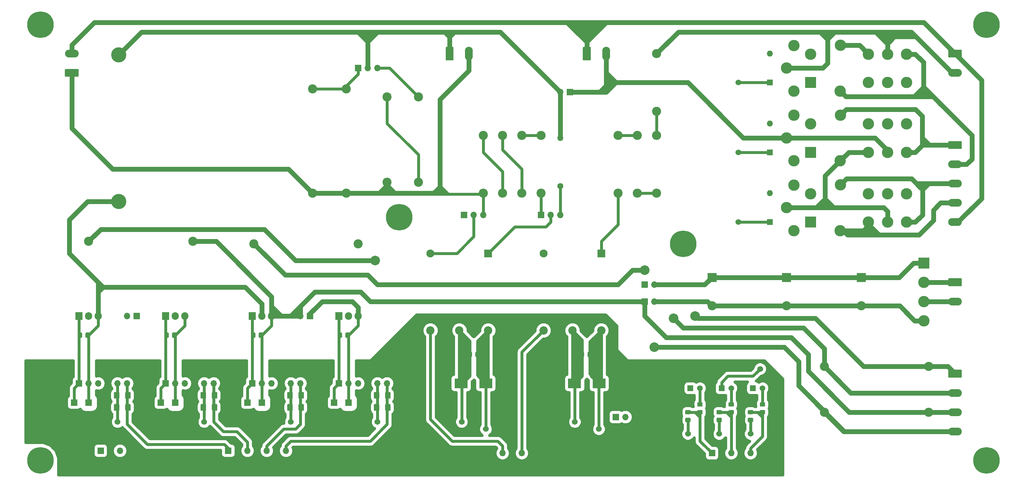
<source format=gbr>
G04 #@! TF.GenerationSoftware,KiCad,Pcbnew,5.0.2-bee76a0~70~ubuntu18.04.1*
G04 #@! TF.CreationDate,2019-06-18T17:13:29-03:00*
G04 #@! TF.ProjectId,estabilizador,65737461-6269-46c6-997a-61646f722e6b,rev?*
G04 #@! TF.SameCoordinates,Original*
G04 #@! TF.FileFunction,Copper,L2,Bot*
G04 #@! TF.FilePolarity,Positive*
%FSLAX46Y46*%
G04 Gerber Fmt 4.6, Leading zero omitted, Abs format (unit mm)*
G04 Created by KiCad (PCBNEW 5.0.2-bee76a0~70~ubuntu18.04.1) date Tue 18 Jun 2019 05:13:29 PM -03*
%MOMM*%
%LPD*%
G01*
G04 APERTURE LIST*
G04 #@! TA.AperFunction,Conductor*
%ADD10C,0.100000*%
G04 #@! TD*
G04 #@! TA.AperFunction,SMDPad,CuDef*
%ADD11C,1.150000*%
G04 #@! TD*
G04 #@! TA.AperFunction,ComponentPad*
%ADD12C,3.000000*%
G04 #@! TD*
G04 #@! TA.AperFunction,ComponentPad*
%ADD13R,3.000000X3.000000*%
G04 #@! TD*
G04 #@! TA.AperFunction,ComponentPad*
%ADD14R,1.700000X1.700000*%
G04 #@! TD*
G04 #@! TA.AperFunction,ComponentPad*
%ADD15O,1.700000X1.700000*%
G04 #@! TD*
G04 #@! TA.AperFunction,ComponentPad*
%ADD16C,2.400000*%
G04 #@! TD*
G04 #@! TA.AperFunction,ComponentPad*
%ADD17R,1.905000X2.000000*%
G04 #@! TD*
G04 #@! TA.AperFunction,ComponentPad*
%ADD18O,1.905000X2.000000*%
G04 #@! TD*
G04 #@! TA.AperFunction,ComponentPad*
%ADD19C,2.080000*%
G04 #@! TD*
G04 #@! TA.AperFunction,ComponentPad*
%ADD20O,3.600000X2.080000*%
G04 #@! TD*
G04 #@! TA.AperFunction,ComponentPad*
%ADD21C,2.200000*%
G04 #@! TD*
G04 #@! TA.AperFunction,ComponentPad*
%ADD22R,2.100000X2.100000*%
G04 #@! TD*
G04 #@! TA.AperFunction,ComponentPad*
%ADD23C,2.100000*%
G04 #@! TD*
G04 #@! TA.AperFunction,SMDPad,CuDef*
%ADD24C,1.425000*%
G04 #@! TD*
G04 #@! TA.AperFunction,ComponentPad*
%ADD25O,2.400000X2.400000*%
G04 #@! TD*
G04 #@! TA.AperFunction,ComponentPad*
%ADD26C,1.600000*%
G04 #@! TD*
G04 #@! TA.AperFunction,ComponentPad*
%ADD27O,1.600000X1.600000*%
G04 #@! TD*
G04 #@! TA.AperFunction,ComponentPad*
%ADD28R,2.400000X2.400000*%
G04 #@! TD*
G04 #@! TA.AperFunction,ComponentPad*
%ADD29R,1.600000X1.600000*%
G04 #@! TD*
G04 #@! TA.AperFunction,SMDPad,CuDef*
%ADD30R,3.500000X2.500000*%
G04 #@! TD*
G04 #@! TA.AperFunction,ComponentPad*
%ADD31C,4.000000*%
G04 #@! TD*
G04 #@! TA.AperFunction,ComponentPad*
%ADD32R,1.500000X1.500000*%
G04 #@! TD*
G04 #@! TA.AperFunction,ComponentPad*
%ADD33C,1.500000*%
G04 #@! TD*
G04 #@! TA.AperFunction,ComponentPad*
%ADD34O,2.080000X3.600000*%
G04 #@! TD*
G04 #@! TA.AperFunction,ViaPad*
%ADD35C,7.000000*%
G04 #@! TD*
G04 #@! TA.AperFunction,ViaPad*
%ADD36C,1.524000*%
G04 #@! TD*
G04 #@! TA.AperFunction,ViaPad*
%ADD37C,2.540000*%
G04 #@! TD*
G04 #@! TA.AperFunction,Conductor*
%ADD38C,0.762000*%
G04 #@! TD*
G04 #@! TA.AperFunction,Conductor*
%ADD39C,1.270000*%
G04 #@! TD*
G04 APERTURE END LIST*
D10*
G04 #@! TO.N,/Source1*
G04 #@! TO.C,R24*
G36*
X36299505Y-115506204D02*
X36323773Y-115509804D01*
X36347572Y-115515765D01*
X36370671Y-115524030D01*
X36392850Y-115534520D01*
X36413893Y-115547132D01*
X36433599Y-115561747D01*
X36451777Y-115578223D01*
X36468253Y-115596401D01*
X36482868Y-115616107D01*
X36495480Y-115637150D01*
X36505970Y-115659329D01*
X36514235Y-115682428D01*
X36520196Y-115706227D01*
X36523796Y-115730495D01*
X36525000Y-115754999D01*
X36525000Y-116655001D01*
X36523796Y-116679505D01*
X36520196Y-116703773D01*
X36514235Y-116727572D01*
X36505970Y-116750671D01*
X36495480Y-116772850D01*
X36482868Y-116793893D01*
X36468253Y-116813599D01*
X36451777Y-116831777D01*
X36433599Y-116848253D01*
X36413893Y-116862868D01*
X36392850Y-116875480D01*
X36370671Y-116885970D01*
X36347572Y-116894235D01*
X36323773Y-116900196D01*
X36299505Y-116903796D01*
X36275001Y-116905000D01*
X35624999Y-116905000D01*
X35600495Y-116903796D01*
X35576227Y-116900196D01*
X35552428Y-116894235D01*
X35529329Y-116885970D01*
X35507150Y-116875480D01*
X35486107Y-116862868D01*
X35466401Y-116848253D01*
X35448223Y-116831777D01*
X35431747Y-116813599D01*
X35417132Y-116793893D01*
X35404520Y-116772850D01*
X35394030Y-116750671D01*
X35385765Y-116727572D01*
X35379804Y-116703773D01*
X35376204Y-116679505D01*
X35375000Y-116655001D01*
X35375000Y-115754999D01*
X35376204Y-115730495D01*
X35379804Y-115706227D01*
X35385765Y-115682428D01*
X35394030Y-115659329D01*
X35404520Y-115637150D01*
X35417132Y-115616107D01*
X35431747Y-115596401D01*
X35448223Y-115578223D01*
X35466401Y-115561747D01*
X35486107Y-115547132D01*
X35507150Y-115534520D01*
X35529329Y-115524030D01*
X35552428Y-115515765D01*
X35576227Y-115509804D01*
X35600495Y-115506204D01*
X35624999Y-115505000D01*
X36275001Y-115505000D01*
X36299505Y-115506204D01*
X36299505Y-115506204D01*
G37*
D11*
G04 #@! TD*
G04 #@! TO.P,R24,2*
G04 #@! TO.N,/Source1*
X35950000Y-116205000D03*
D10*
G04 #@! TO.N,/Gate1*
G04 #@! TO.C,R24*
G36*
X34249505Y-115506204D02*
X34273773Y-115509804D01*
X34297572Y-115515765D01*
X34320671Y-115524030D01*
X34342850Y-115534520D01*
X34363893Y-115547132D01*
X34383599Y-115561747D01*
X34401777Y-115578223D01*
X34418253Y-115596401D01*
X34432868Y-115616107D01*
X34445480Y-115637150D01*
X34455970Y-115659329D01*
X34464235Y-115682428D01*
X34470196Y-115706227D01*
X34473796Y-115730495D01*
X34475000Y-115754999D01*
X34475000Y-116655001D01*
X34473796Y-116679505D01*
X34470196Y-116703773D01*
X34464235Y-116727572D01*
X34455970Y-116750671D01*
X34445480Y-116772850D01*
X34432868Y-116793893D01*
X34418253Y-116813599D01*
X34401777Y-116831777D01*
X34383599Y-116848253D01*
X34363893Y-116862868D01*
X34342850Y-116875480D01*
X34320671Y-116885970D01*
X34297572Y-116894235D01*
X34273773Y-116900196D01*
X34249505Y-116903796D01*
X34225001Y-116905000D01*
X33574999Y-116905000D01*
X33550495Y-116903796D01*
X33526227Y-116900196D01*
X33502428Y-116894235D01*
X33479329Y-116885970D01*
X33457150Y-116875480D01*
X33436107Y-116862868D01*
X33416401Y-116848253D01*
X33398223Y-116831777D01*
X33381747Y-116813599D01*
X33367132Y-116793893D01*
X33354520Y-116772850D01*
X33344030Y-116750671D01*
X33335765Y-116727572D01*
X33329804Y-116703773D01*
X33326204Y-116679505D01*
X33325000Y-116655001D01*
X33325000Y-115754999D01*
X33326204Y-115730495D01*
X33329804Y-115706227D01*
X33335765Y-115682428D01*
X33344030Y-115659329D01*
X33354520Y-115637150D01*
X33367132Y-115616107D01*
X33381747Y-115596401D01*
X33398223Y-115578223D01*
X33416401Y-115561747D01*
X33436107Y-115547132D01*
X33457150Y-115534520D01*
X33479329Y-115524030D01*
X33502428Y-115515765D01*
X33526227Y-115509804D01*
X33550495Y-115506204D01*
X33574999Y-115505000D01*
X34225001Y-115505000D01*
X34249505Y-115506204D01*
X34249505Y-115506204D01*
G37*
D11*
G04 #@! TD*
G04 #@! TO.P,R24,1*
G04 #@! TO.N,/Gate1*
X33900000Y-116205000D03*
D10*
G04 #@! TO.N,/Gate3*
G04 #@! TO.C,R25*
G36*
X79969505Y-115506204D02*
X79993773Y-115509804D01*
X80017572Y-115515765D01*
X80040671Y-115524030D01*
X80062850Y-115534520D01*
X80083893Y-115547132D01*
X80103599Y-115561747D01*
X80121777Y-115578223D01*
X80138253Y-115596401D01*
X80152868Y-115616107D01*
X80165480Y-115637150D01*
X80175970Y-115659329D01*
X80184235Y-115682428D01*
X80190196Y-115706227D01*
X80193796Y-115730495D01*
X80195000Y-115754999D01*
X80195000Y-116655001D01*
X80193796Y-116679505D01*
X80190196Y-116703773D01*
X80184235Y-116727572D01*
X80175970Y-116750671D01*
X80165480Y-116772850D01*
X80152868Y-116793893D01*
X80138253Y-116813599D01*
X80121777Y-116831777D01*
X80103599Y-116848253D01*
X80083893Y-116862868D01*
X80062850Y-116875480D01*
X80040671Y-116885970D01*
X80017572Y-116894235D01*
X79993773Y-116900196D01*
X79969505Y-116903796D01*
X79945001Y-116905000D01*
X79294999Y-116905000D01*
X79270495Y-116903796D01*
X79246227Y-116900196D01*
X79222428Y-116894235D01*
X79199329Y-116885970D01*
X79177150Y-116875480D01*
X79156107Y-116862868D01*
X79136401Y-116848253D01*
X79118223Y-116831777D01*
X79101747Y-116813599D01*
X79087132Y-116793893D01*
X79074520Y-116772850D01*
X79064030Y-116750671D01*
X79055765Y-116727572D01*
X79049804Y-116703773D01*
X79046204Y-116679505D01*
X79045000Y-116655001D01*
X79045000Y-115754999D01*
X79046204Y-115730495D01*
X79049804Y-115706227D01*
X79055765Y-115682428D01*
X79064030Y-115659329D01*
X79074520Y-115637150D01*
X79087132Y-115616107D01*
X79101747Y-115596401D01*
X79118223Y-115578223D01*
X79136401Y-115561747D01*
X79156107Y-115547132D01*
X79177150Y-115534520D01*
X79199329Y-115524030D01*
X79222428Y-115515765D01*
X79246227Y-115509804D01*
X79270495Y-115506204D01*
X79294999Y-115505000D01*
X79945001Y-115505000D01*
X79969505Y-115506204D01*
X79969505Y-115506204D01*
G37*
D11*
G04 #@! TD*
G04 #@! TO.P,R25,1*
G04 #@! TO.N,/Gate3*
X79620000Y-116205000D03*
D10*
G04 #@! TO.N,/Source3*
G04 #@! TO.C,R25*
G36*
X82019505Y-115506204D02*
X82043773Y-115509804D01*
X82067572Y-115515765D01*
X82090671Y-115524030D01*
X82112850Y-115534520D01*
X82133893Y-115547132D01*
X82153599Y-115561747D01*
X82171777Y-115578223D01*
X82188253Y-115596401D01*
X82202868Y-115616107D01*
X82215480Y-115637150D01*
X82225970Y-115659329D01*
X82234235Y-115682428D01*
X82240196Y-115706227D01*
X82243796Y-115730495D01*
X82245000Y-115754999D01*
X82245000Y-116655001D01*
X82243796Y-116679505D01*
X82240196Y-116703773D01*
X82234235Y-116727572D01*
X82225970Y-116750671D01*
X82215480Y-116772850D01*
X82202868Y-116793893D01*
X82188253Y-116813599D01*
X82171777Y-116831777D01*
X82153599Y-116848253D01*
X82133893Y-116862868D01*
X82112850Y-116875480D01*
X82090671Y-116885970D01*
X82067572Y-116894235D01*
X82043773Y-116900196D01*
X82019505Y-116903796D01*
X81995001Y-116905000D01*
X81344999Y-116905000D01*
X81320495Y-116903796D01*
X81296227Y-116900196D01*
X81272428Y-116894235D01*
X81249329Y-116885970D01*
X81227150Y-116875480D01*
X81206107Y-116862868D01*
X81186401Y-116848253D01*
X81168223Y-116831777D01*
X81151747Y-116813599D01*
X81137132Y-116793893D01*
X81124520Y-116772850D01*
X81114030Y-116750671D01*
X81105765Y-116727572D01*
X81099804Y-116703773D01*
X81096204Y-116679505D01*
X81095000Y-116655001D01*
X81095000Y-115754999D01*
X81096204Y-115730495D01*
X81099804Y-115706227D01*
X81105765Y-115682428D01*
X81114030Y-115659329D01*
X81124520Y-115637150D01*
X81137132Y-115616107D01*
X81151747Y-115596401D01*
X81168223Y-115578223D01*
X81186401Y-115561747D01*
X81206107Y-115547132D01*
X81227150Y-115534520D01*
X81249329Y-115524030D01*
X81272428Y-115515765D01*
X81296227Y-115509804D01*
X81320495Y-115506204D01*
X81344999Y-115505000D01*
X81995001Y-115505000D01*
X82019505Y-115506204D01*
X82019505Y-115506204D01*
G37*
D11*
G04 #@! TD*
G04 #@! TO.P,R25,2*
G04 #@! TO.N,/Source3*
X81670000Y-116205000D03*
D10*
G04 #@! TO.N,/Source2*
G04 #@! TO.C,R26*
G36*
X59159505Y-115506204D02*
X59183773Y-115509804D01*
X59207572Y-115515765D01*
X59230671Y-115524030D01*
X59252850Y-115534520D01*
X59273893Y-115547132D01*
X59293599Y-115561747D01*
X59311777Y-115578223D01*
X59328253Y-115596401D01*
X59342868Y-115616107D01*
X59355480Y-115637150D01*
X59365970Y-115659329D01*
X59374235Y-115682428D01*
X59380196Y-115706227D01*
X59383796Y-115730495D01*
X59385000Y-115754999D01*
X59385000Y-116655001D01*
X59383796Y-116679505D01*
X59380196Y-116703773D01*
X59374235Y-116727572D01*
X59365970Y-116750671D01*
X59355480Y-116772850D01*
X59342868Y-116793893D01*
X59328253Y-116813599D01*
X59311777Y-116831777D01*
X59293599Y-116848253D01*
X59273893Y-116862868D01*
X59252850Y-116875480D01*
X59230671Y-116885970D01*
X59207572Y-116894235D01*
X59183773Y-116900196D01*
X59159505Y-116903796D01*
X59135001Y-116905000D01*
X58484999Y-116905000D01*
X58460495Y-116903796D01*
X58436227Y-116900196D01*
X58412428Y-116894235D01*
X58389329Y-116885970D01*
X58367150Y-116875480D01*
X58346107Y-116862868D01*
X58326401Y-116848253D01*
X58308223Y-116831777D01*
X58291747Y-116813599D01*
X58277132Y-116793893D01*
X58264520Y-116772850D01*
X58254030Y-116750671D01*
X58245765Y-116727572D01*
X58239804Y-116703773D01*
X58236204Y-116679505D01*
X58235000Y-116655001D01*
X58235000Y-115754999D01*
X58236204Y-115730495D01*
X58239804Y-115706227D01*
X58245765Y-115682428D01*
X58254030Y-115659329D01*
X58264520Y-115637150D01*
X58277132Y-115616107D01*
X58291747Y-115596401D01*
X58308223Y-115578223D01*
X58326401Y-115561747D01*
X58346107Y-115547132D01*
X58367150Y-115534520D01*
X58389329Y-115524030D01*
X58412428Y-115515765D01*
X58436227Y-115509804D01*
X58460495Y-115506204D01*
X58484999Y-115505000D01*
X59135001Y-115505000D01*
X59159505Y-115506204D01*
X59159505Y-115506204D01*
G37*
D11*
G04 #@! TD*
G04 #@! TO.P,R26,2*
G04 #@! TO.N,/Source2*
X58810000Y-116205000D03*
D10*
G04 #@! TO.N,/Gate2*
G04 #@! TO.C,R26*
G36*
X57109505Y-115506204D02*
X57133773Y-115509804D01*
X57157572Y-115515765D01*
X57180671Y-115524030D01*
X57202850Y-115534520D01*
X57223893Y-115547132D01*
X57243599Y-115561747D01*
X57261777Y-115578223D01*
X57278253Y-115596401D01*
X57292868Y-115616107D01*
X57305480Y-115637150D01*
X57315970Y-115659329D01*
X57324235Y-115682428D01*
X57330196Y-115706227D01*
X57333796Y-115730495D01*
X57335000Y-115754999D01*
X57335000Y-116655001D01*
X57333796Y-116679505D01*
X57330196Y-116703773D01*
X57324235Y-116727572D01*
X57315970Y-116750671D01*
X57305480Y-116772850D01*
X57292868Y-116793893D01*
X57278253Y-116813599D01*
X57261777Y-116831777D01*
X57243599Y-116848253D01*
X57223893Y-116862868D01*
X57202850Y-116875480D01*
X57180671Y-116885970D01*
X57157572Y-116894235D01*
X57133773Y-116900196D01*
X57109505Y-116903796D01*
X57085001Y-116905000D01*
X56434999Y-116905000D01*
X56410495Y-116903796D01*
X56386227Y-116900196D01*
X56362428Y-116894235D01*
X56339329Y-116885970D01*
X56317150Y-116875480D01*
X56296107Y-116862868D01*
X56276401Y-116848253D01*
X56258223Y-116831777D01*
X56241747Y-116813599D01*
X56227132Y-116793893D01*
X56214520Y-116772850D01*
X56204030Y-116750671D01*
X56195765Y-116727572D01*
X56189804Y-116703773D01*
X56186204Y-116679505D01*
X56185000Y-116655001D01*
X56185000Y-115754999D01*
X56186204Y-115730495D01*
X56189804Y-115706227D01*
X56195765Y-115682428D01*
X56204030Y-115659329D01*
X56214520Y-115637150D01*
X56227132Y-115616107D01*
X56241747Y-115596401D01*
X56258223Y-115578223D01*
X56276401Y-115561747D01*
X56296107Y-115547132D01*
X56317150Y-115534520D01*
X56339329Y-115524030D01*
X56362428Y-115515765D01*
X56386227Y-115509804D01*
X56410495Y-115506204D01*
X56434999Y-115505000D01*
X57085001Y-115505000D01*
X57109505Y-115506204D01*
X57109505Y-115506204D01*
G37*
D11*
G04 #@! TD*
G04 #@! TO.P,R26,1*
G04 #@! TO.N,/Gate2*
X56760000Y-116205000D03*
D10*
G04 #@! TO.N,/Gate4*
G04 #@! TO.C,R27*
G36*
X102829505Y-115506204D02*
X102853773Y-115509804D01*
X102877572Y-115515765D01*
X102900671Y-115524030D01*
X102922850Y-115534520D01*
X102943893Y-115547132D01*
X102963599Y-115561747D01*
X102981777Y-115578223D01*
X102998253Y-115596401D01*
X103012868Y-115616107D01*
X103025480Y-115637150D01*
X103035970Y-115659329D01*
X103044235Y-115682428D01*
X103050196Y-115706227D01*
X103053796Y-115730495D01*
X103055000Y-115754999D01*
X103055000Y-116655001D01*
X103053796Y-116679505D01*
X103050196Y-116703773D01*
X103044235Y-116727572D01*
X103035970Y-116750671D01*
X103025480Y-116772850D01*
X103012868Y-116793893D01*
X102998253Y-116813599D01*
X102981777Y-116831777D01*
X102963599Y-116848253D01*
X102943893Y-116862868D01*
X102922850Y-116875480D01*
X102900671Y-116885970D01*
X102877572Y-116894235D01*
X102853773Y-116900196D01*
X102829505Y-116903796D01*
X102805001Y-116905000D01*
X102154999Y-116905000D01*
X102130495Y-116903796D01*
X102106227Y-116900196D01*
X102082428Y-116894235D01*
X102059329Y-116885970D01*
X102037150Y-116875480D01*
X102016107Y-116862868D01*
X101996401Y-116848253D01*
X101978223Y-116831777D01*
X101961747Y-116813599D01*
X101947132Y-116793893D01*
X101934520Y-116772850D01*
X101924030Y-116750671D01*
X101915765Y-116727572D01*
X101909804Y-116703773D01*
X101906204Y-116679505D01*
X101905000Y-116655001D01*
X101905000Y-115754999D01*
X101906204Y-115730495D01*
X101909804Y-115706227D01*
X101915765Y-115682428D01*
X101924030Y-115659329D01*
X101934520Y-115637150D01*
X101947132Y-115616107D01*
X101961747Y-115596401D01*
X101978223Y-115578223D01*
X101996401Y-115561747D01*
X102016107Y-115547132D01*
X102037150Y-115534520D01*
X102059329Y-115524030D01*
X102082428Y-115515765D01*
X102106227Y-115509804D01*
X102130495Y-115506204D01*
X102154999Y-115505000D01*
X102805001Y-115505000D01*
X102829505Y-115506204D01*
X102829505Y-115506204D01*
G37*
D11*
G04 #@! TD*
G04 #@! TO.P,R27,1*
G04 #@! TO.N,/Gate4*
X102480000Y-116205000D03*
D10*
G04 #@! TO.N,/Source4*
G04 #@! TO.C,R27*
G36*
X104879505Y-115506204D02*
X104903773Y-115509804D01*
X104927572Y-115515765D01*
X104950671Y-115524030D01*
X104972850Y-115534520D01*
X104993893Y-115547132D01*
X105013599Y-115561747D01*
X105031777Y-115578223D01*
X105048253Y-115596401D01*
X105062868Y-115616107D01*
X105075480Y-115637150D01*
X105085970Y-115659329D01*
X105094235Y-115682428D01*
X105100196Y-115706227D01*
X105103796Y-115730495D01*
X105105000Y-115754999D01*
X105105000Y-116655001D01*
X105103796Y-116679505D01*
X105100196Y-116703773D01*
X105094235Y-116727572D01*
X105085970Y-116750671D01*
X105075480Y-116772850D01*
X105062868Y-116793893D01*
X105048253Y-116813599D01*
X105031777Y-116831777D01*
X105013599Y-116848253D01*
X104993893Y-116862868D01*
X104972850Y-116875480D01*
X104950671Y-116885970D01*
X104927572Y-116894235D01*
X104903773Y-116900196D01*
X104879505Y-116903796D01*
X104855001Y-116905000D01*
X104204999Y-116905000D01*
X104180495Y-116903796D01*
X104156227Y-116900196D01*
X104132428Y-116894235D01*
X104109329Y-116885970D01*
X104087150Y-116875480D01*
X104066107Y-116862868D01*
X104046401Y-116848253D01*
X104028223Y-116831777D01*
X104011747Y-116813599D01*
X103997132Y-116793893D01*
X103984520Y-116772850D01*
X103974030Y-116750671D01*
X103965765Y-116727572D01*
X103959804Y-116703773D01*
X103956204Y-116679505D01*
X103955000Y-116655001D01*
X103955000Y-115754999D01*
X103956204Y-115730495D01*
X103959804Y-115706227D01*
X103965765Y-115682428D01*
X103974030Y-115659329D01*
X103984520Y-115637150D01*
X103997132Y-115616107D01*
X104011747Y-115596401D01*
X104028223Y-115578223D01*
X104046401Y-115561747D01*
X104066107Y-115547132D01*
X104087150Y-115534520D01*
X104109329Y-115524030D01*
X104132428Y-115515765D01*
X104156227Y-115509804D01*
X104180495Y-115506204D01*
X104204999Y-115505000D01*
X104855001Y-115505000D01*
X104879505Y-115506204D01*
X104879505Y-115506204D01*
G37*
D11*
G04 #@! TD*
G04 #@! TO.P,R27,2*
G04 #@! TO.N,/Source4*
X104530000Y-116205000D03*
D12*
G04 #@! TO.P,K1,A1*
G04 #@! TO.N,Net-(D2-Pad2)*
X222295000Y-39770000D03*
G04 #@! TO.P,K1,12*
G04 #@! TO.N,Net-(K1-Pad12)*
X234545000Y-39720000D03*
G04 #@! TO.P,K1,A2*
G04 #@! TO.N,+12L*
X222295000Y-51770000D03*
G04 #@! TO.P,K1,14*
G04 #@! TO.N,/VtapIn*
X234495000Y-51770000D03*
G04 #@! TO.P,K1,11*
G04 #@! TO.N,LINE*
X220345000Y-45720000D03*
G04 #@! TO.P,K1,24*
G04 #@! TO.N,Net-(K1-Pad24)*
X252035000Y-49530000D03*
G04 #@! TO.P,K1,11*
G04 #@! TO.N,LINE*
X246995000Y-42030000D03*
G04 #@! TO.P,K1,22*
G04 #@! TO.N,Net-(K1-Pad22)*
X241955000Y-49530000D03*
G04 #@! TO.P,K1,12*
G04 #@! TO.N,Net-(K1-Pad12)*
X241955000Y-42030000D03*
G04 #@! TO.P,K1,14*
G04 #@! TO.N,/VtapIn*
X252035000Y-42030000D03*
G04 #@! TO.P,K1,21*
G04 #@! TO.N,Net-(K1-Pad21)*
X246995000Y-49530000D03*
G04 #@! TO.P,K1,A1*
G04 #@! TO.N,Net-(D2-Pad2)*
X226695000Y-42030000D03*
D13*
G04 #@! TO.P,K1,A2*
G04 #@! TO.N,+12L*
X226695000Y-49530000D03*
G04 #@! TD*
D12*
G04 #@! TO.P,K2,A1*
G04 #@! TO.N,Net-(D3-Pad2)*
X222295000Y-76600000D03*
G04 #@! TO.P,K2,24*
G04 #@! TO.N,/Vtap2*
X234545000Y-76550000D03*
G04 #@! TO.P,K2,A2*
G04 #@! TO.N,+12L*
X222295000Y-88600000D03*
G04 #@! TO.P,K2,22*
G04 #@! TO.N,/Vtap3*
X234495000Y-88600000D03*
G04 #@! TO.P,K2,21*
G04 #@! TO.N,Net-(K2-Pad21)*
X220345000Y-82550000D03*
G04 #@! TO.P,K2,24*
G04 #@! TO.N,/Vtap2*
X252035000Y-86360000D03*
G04 #@! TO.P,K2,11*
G04 #@! TO.N,Net-(K2-Pad11)*
X246995000Y-78860000D03*
G04 #@! TO.P,K2,22*
G04 #@! TO.N,/Vtap3*
X241955000Y-86360000D03*
G04 #@! TO.P,K2,12*
G04 #@! TO.N,Net-(K2-Pad12)*
X241955000Y-78860000D03*
G04 #@! TO.P,K2,14*
G04 #@! TO.N,Net-(K2-Pad14)*
X252035000Y-78860000D03*
G04 #@! TO.P,K2,21*
G04 #@! TO.N,Net-(K2-Pad21)*
X246995000Y-86360000D03*
G04 #@! TO.P,K2,A1*
G04 #@! TO.N,Net-(D3-Pad2)*
X226695000Y-78860000D03*
D13*
G04 #@! TO.P,K2,A2*
G04 #@! TO.N,+12L*
X226695000Y-86360000D03*
G04 #@! TD*
G04 #@! TO.P,K3,A2*
G04 #@! TO.N,+12L*
X226695000Y-67945000D03*
D12*
G04 #@! TO.P,K3,A1*
G04 #@! TO.N,Net-(D4-Pad2)*
X226695000Y-60445000D03*
G04 #@! TO.P,K3,21*
G04 #@! TO.N,/VtapOut*
X246995000Y-67945000D03*
G04 #@! TO.P,K3,14*
G04 #@! TO.N,Net-(K3-Pad14)*
X252035000Y-60445000D03*
G04 #@! TO.P,K3,12*
G04 #@! TO.N,Net-(K3-Pad12)*
X241955000Y-60445000D03*
G04 #@! TO.P,K3,22*
G04 #@! TO.N,Net-(K2-Pad21)*
X241955000Y-67945000D03*
G04 #@! TO.P,K3,11*
G04 #@! TO.N,Net-(K3-Pad11)*
X246995000Y-60445000D03*
G04 #@! TO.P,K3,24*
G04 #@! TO.N,/Vtap1*
X252035000Y-67945000D03*
G04 #@! TO.P,K3,21*
G04 #@! TO.N,/VtapOut*
X220345000Y-64135000D03*
G04 #@! TO.P,K3,22*
G04 #@! TO.N,Net-(K2-Pad21)*
X234495000Y-70185000D03*
G04 #@! TO.P,K3,A2*
G04 #@! TO.N,+12L*
X222295000Y-70185000D03*
G04 #@! TO.P,K3,24*
G04 #@! TO.N,/Vtap1*
X234545000Y-58135000D03*
G04 #@! TO.P,K3,A1*
G04 #@! TO.N,Net-(D4-Pad2)*
X222295000Y-58185000D03*
G04 #@! TD*
D14*
G04 #@! TO.P,J14,1*
G04 #@! TO.N,GNDREF*
X142875000Y-147320000D03*
D15*
G04 #@! TO.P,J14,2*
G04 #@! TO.N,/Vm_out*
X145415000Y-147320000D03*
G04 #@! TO.P,J14,3*
G04 #@! TO.N,GNDREF*
X147955000Y-147320000D03*
G04 #@! TO.P,J14,4*
G04 #@! TO.N,/Vm_in*
X150495000Y-147320000D03*
G04 #@! TD*
D16*
G04 #@! TO.P,C12,2*
G04 #@! TO.N,Net-(C12-Pad2)*
X230310000Y-124460000D03*
G04 #@! TO.P,C12,1*
G04 #@! TO.N,Net-(C12-Pad1)*
X257810000Y-124460000D03*
G04 #@! TD*
G04 #@! TO.P,C15,1*
G04 #@! TO.N,Net-(C12-Pad1)*
X79815000Y-92075000D03*
G04 #@! TO.P,C15,2*
G04 #@! TO.N,/Source4*
X107315000Y-92075000D03*
G04 #@! TD*
G04 #@! TO.P,C14,2*
G04 #@! TO.N,/Source3*
X63695000Y-91440000D03*
G04 #@! TO.P,C14,1*
G04 #@! TO.N,Net-(C12-Pad2)*
X36195000Y-91440000D03*
G04 #@! TD*
G04 #@! TO.P,C13,1*
G04 #@! TO.N,/Source3*
X257810000Y-136525000D03*
G04 #@! TO.P,C13,2*
G04 #@! TO.N,/Source4*
X230310000Y-136525000D03*
G04 #@! TD*
D17*
G04 #@! TO.P,Q3,1*
G04 #@! TO.N,/Gate1*
X33655000Y-111125000D03*
D18*
G04 #@! TO.P,Q3,2*
G04 #@! TO.N,Net-(C12-Pad2)*
X36195000Y-111125000D03*
G04 #@! TO.P,Q3,3*
G04 #@! TO.N,/Source1*
X38735000Y-111125000D03*
G04 #@! TD*
G04 #@! TO.P,Q6,3*
G04 #@! TO.N,/Source2*
X61595000Y-111125000D03*
G04 #@! TO.P,Q6,2*
G04 #@! TO.N,Net-(C12-Pad1)*
X59055000Y-111125000D03*
D17*
G04 #@! TO.P,Q6,1*
G04 #@! TO.N,/Gate2*
X56515000Y-111125000D03*
G04 #@! TD*
D10*
G04 #@! TO.N,Net-(C12-Pad1)*
G04 #@! TO.C,J15*
G36*
X266369505Y-125326204D02*
X266393773Y-125329804D01*
X266417572Y-125335765D01*
X266440671Y-125344030D01*
X266462850Y-125354520D01*
X266483893Y-125367132D01*
X266503599Y-125381747D01*
X266521777Y-125398223D01*
X266538253Y-125416401D01*
X266552868Y-125436107D01*
X266565480Y-125457150D01*
X266575970Y-125479329D01*
X266584235Y-125502428D01*
X266590196Y-125526227D01*
X266593796Y-125550495D01*
X266595000Y-125574999D01*
X266595000Y-127155001D01*
X266593796Y-127179505D01*
X266590196Y-127203773D01*
X266584235Y-127227572D01*
X266575970Y-127250671D01*
X266565480Y-127272850D01*
X266552868Y-127293893D01*
X266538253Y-127313599D01*
X266521777Y-127331777D01*
X266503599Y-127348253D01*
X266483893Y-127362868D01*
X266462850Y-127375480D01*
X266440671Y-127385970D01*
X266417572Y-127394235D01*
X266393773Y-127400196D01*
X266369505Y-127403796D01*
X266345001Y-127405000D01*
X263244999Y-127405000D01*
X263220495Y-127403796D01*
X263196227Y-127400196D01*
X263172428Y-127394235D01*
X263149329Y-127385970D01*
X263127150Y-127375480D01*
X263106107Y-127362868D01*
X263086401Y-127348253D01*
X263068223Y-127331777D01*
X263051747Y-127313599D01*
X263037132Y-127293893D01*
X263024520Y-127272850D01*
X263014030Y-127250671D01*
X263005765Y-127227572D01*
X262999804Y-127203773D01*
X262996204Y-127179505D01*
X262995000Y-127155001D01*
X262995000Y-125574999D01*
X262996204Y-125550495D01*
X262999804Y-125526227D01*
X263005765Y-125502428D01*
X263014030Y-125479329D01*
X263024520Y-125457150D01*
X263037132Y-125436107D01*
X263051747Y-125416401D01*
X263068223Y-125398223D01*
X263086401Y-125381747D01*
X263106107Y-125367132D01*
X263127150Y-125354520D01*
X263149329Y-125344030D01*
X263172428Y-125335765D01*
X263196227Y-125329804D01*
X263220495Y-125326204D01*
X263244999Y-125325000D01*
X266345001Y-125325000D01*
X266369505Y-125326204D01*
X266369505Y-125326204D01*
G37*
D19*
G04 #@! TD*
G04 #@! TO.P,J15,1*
G04 #@! TO.N,Net-(C12-Pad1)*
X264795000Y-126365000D03*
D20*
G04 #@! TO.P,J15,2*
G04 #@! TO.N,Net-(C12-Pad2)*
X264795000Y-131445000D03*
G04 #@! TO.P,J15,3*
G04 #@! TO.N,/Source3*
X264795000Y-136525000D03*
G04 #@! TO.P,J15,4*
G04 #@! TO.N,/Source4*
X264795000Y-141605000D03*
G04 #@! TD*
D21*
G04 #@! TO.P,U2,5*
G04 #@! TO.N,+12V*
X163830000Y-114935000D03*
G04 #@! TO.P,U2,6*
G04 #@! TO.N,-12V*
X171450000Y-114935000D03*
G04 #@! TO.P,U2,4*
G04 #@! TO.N,/Vm_in*
X156210000Y-114935000D03*
D22*
G04 #@! TO.P,U2,1*
G04 #@! TO.N,Net-(R16-Pad1)*
X171450000Y-94615000D03*
D23*
G04 #@! TO.P,U2,3*
G04 #@! TO.N,NEUT*
X156210000Y-94615000D03*
G04 #@! TD*
D15*
G04 #@! TO.P,JP9,2*
G04 #@! TO.N,/Source3*
X92075000Y-111125000D03*
D14*
G04 #@! TO.P,JP9,1*
G04 #@! TO.N,/Source4*
X94615000Y-111125000D03*
G04 #@! TD*
G04 #@! TO.P,JP8,1*
G04 #@! TO.N,Net-(C12-Pad1)*
X48895000Y-111125000D03*
D15*
G04 #@! TO.P,JP8,2*
G04 #@! TO.N,Net-(C12-Pad2)*
X46355000Y-111125000D03*
G04 #@! TD*
D10*
G04 #@! TO.N,/RL1*
G04 #@! TO.C,R21*
G36*
X194784505Y-135951204D02*
X194808773Y-135954804D01*
X194832572Y-135960765D01*
X194855671Y-135969030D01*
X194877850Y-135979520D01*
X194898893Y-135992132D01*
X194918599Y-136006747D01*
X194936777Y-136023223D01*
X194953253Y-136041401D01*
X194967868Y-136061107D01*
X194980480Y-136082150D01*
X194990970Y-136104329D01*
X194999235Y-136127428D01*
X195005196Y-136151227D01*
X195008796Y-136175495D01*
X195010000Y-136199999D01*
X195010000Y-136850001D01*
X195008796Y-136874505D01*
X195005196Y-136898773D01*
X194999235Y-136922572D01*
X194990970Y-136945671D01*
X194980480Y-136967850D01*
X194967868Y-136988893D01*
X194953253Y-137008599D01*
X194936777Y-137026777D01*
X194918599Y-137043253D01*
X194898893Y-137057868D01*
X194877850Y-137070480D01*
X194855671Y-137080970D01*
X194832572Y-137089235D01*
X194808773Y-137095196D01*
X194784505Y-137098796D01*
X194760001Y-137100000D01*
X193859999Y-137100000D01*
X193835495Y-137098796D01*
X193811227Y-137095196D01*
X193787428Y-137089235D01*
X193764329Y-137080970D01*
X193742150Y-137070480D01*
X193721107Y-137057868D01*
X193701401Y-137043253D01*
X193683223Y-137026777D01*
X193666747Y-137008599D01*
X193652132Y-136988893D01*
X193639520Y-136967850D01*
X193629030Y-136945671D01*
X193620765Y-136922572D01*
X193614804Y-136898773D01*
X193611204Y-136874505D01*
X193610000Y-136850001D01*
X193610000Y-136199999D01*
X193611204Y-136175495D01*
X193614804Y-136151227D01*
X193620765Y-136127428D01*
X193629030Y-136104329D01*
X193639520Y-136082150D01*
X193652132Y-136061107D01*
X193666747Y-136041401D01*
X193683223Y-136023223D01*
X193701401Y-136006747D01*
X193721107Y-135992132D01*
X193742150Y-135979520D01*
X193764329Y-135969030D01*
X193787428Y-135960765D01*
X193811227Y-135954804D01*
X193835495Y-135951204D01*
X193859999Y-135950000D01*
X194760001Y-135950000D01*
X194784505Y-135951204D01*
X194784505Y-135951204D01*
G37*
D11*
G04 #@! TD*
G04 #@! TO.P,R21,1*
G04 #@! TO.N,/RL1*
X194310000Y-136525000D03*
D10*
G04 #@! TO.N,+12L*
G04 #@! TO.C,R21*
G36*
X194784505Y-138001204D02*
X194808773Y-138004804D01*
X194832572Y-138010765D01*
X194855671Y-138019030D01*
X194877850Y-138029520D01*
X194898893Y-138042132D01*
X194918599Y-138056747D01*
X194936777Y-138073223D01*
X194953253Y-138091401D01*
X194967868Y-138111107D01*
X194980480Y-138132150D01*
X194990970Y-138154329D01*
X194999235Y-138177428D01*
X195005196Y-138201227D01*
X195008796Y-138225495D01*
X195010000Y-138249999D01*
X195010000Y-138900001D01*
X195008796Y-138924505D01*
X195005196Y-138948773D01*
X194999235Y-138972572D01*
X194990970Y-138995671D01*
X194980480Y-139017850D01*
X194967868Y-139038893D01*
X194953253Y-139058599D01*
X194936777Y-139076777D01*
X194918599Y-139093253D01*
X194898893Y-139107868D01*
X194877850Y-139120480D01*
X194855671Y-139130970D01*
X194832572Y-139139235D01*
X194808773Y-139145196D01*
X194784505Y-139148796D01*
X194760001Y-139150000D01*
X193859999Y-139150000D01*
X193835495Y-139148796D01*
X193811227Y-139145196D01*
X193787428Y-139139235D01*
X193764329Y-139130970D01*
X193742150Y-139120480D01*
X193721107Y-139107868D01*
X193701401Y-139093253D01*
X193683223Y-139076777D01*
X193666747Y-139058599D01*
X193652132Y-139038893D01*
X193639520Y-139017850D01*
X193629030Y-138995671D01*
X193620765Y-138972572D01*
X193614804Y-138948773D01*
X193611204Y-138924505D01*
X193610000Y-138900001D01*
X193610000Y-138249999D01*
X193611204Y-138225495D01*
X193614804Y-138201227D01*
X193620765Y-138177428D01*
X193629030Y-138154329D01*
X193639520Y-138132150D01*
X193652132Y-138111107D01*
X193666747Y-138091401D01*
X193683223Y-138073223D01*
X193701401Y-138056747D01*
X193721107Y-138042132D01*
X193742150Y-138029520D01*
X193764329Y-138019030D01*
X193787428Y-138010765D01*
X193811227Y-138004804D01*
X193835495Y-138001204D01*
X193859999Y-138000000D01*
X194760001Y-138000000D01*
X194784505Y-138001204D01*
X194784505Y-138001204D01*
G37*
D11*
G04 #@! TD*
G04 #@! TO.P,R21,2*
G04 #@! TO.N,+12L*
X194310000Y-138575000D03*
D10*
G04 #@! TO.N,+12L*
G04 #@! TO.C,R22*
G36*
X203039505Y-138001204D02*
X203063773Y-138004804D01*
X203087572Y-138010765D01*
X203110671Y-138019030D01*
X203132850Y-138029520D01*
X203153893Y-138042132D01*
X203173599Y-138056747D01*
X203191777Y-138073223D01*
X203208253Y-138091401D01*
X203222868Y-138111107D01*
X203235480Y-138132150D01*
X203245970Y-138154329D01*
X203254235Y-138177428D01*
X203260196Y-138201227D01*
X203263796Y-138225495D01*
X203265000Y-138249999D01*
X203265000Y-138900001D01*
X203263796Y-138924505D01*
X203260196Y-138948773D01*
X203254235Y-138972572D01*
X203245970Y-138995671D01*
X203235480Y-139017850D01*
X203222868Y-139038893D01*
X203208253Y-139058599D01*
X203191777Y-139076777D01*
X203173599Y-139093253D01*
X203153893Y-139107868D01*
X203132850Y-139120480D01*
X203110671Y-139130970D01*
X203087572Y-139139235D01*
X203063773Y-139145196D01*
X203039505Y-139148796D01*
X203015001Y-139150000D01*
X202114999Y-139150000D01*
X202090495Y-139148796D01*
X202066227Y-139145196D01*
X202042428Y-139139235D01*
X202019329Y-139130970D01*
X201997150Y-139120480D01*
X201976107Y-139107868D01*
X201956401Y-139093253D01*
X201938223Y-139076777D01*
X201921747Y-139058599D01*
X201907132Y-139038893D01*
X201894520Y-139017850D01*
X201884030Y-138995671D01*
X201875765Y-138972572D01*
X201869804Y-138948773D01*
X201866204Y-138924505D01*
X201865000Y-138900001D01*
X201865000Y-138249999D01*
X201866204Y-138225495D01*
X201869804Y-138201227D01*
X201875765Y-138177428D01*
X201884030Y-138154329D01*
X201894520Y-138132150D01*
X201907132Y-138111107D01*
X201921747Y-138091401D01*
X201938223Y-138073223D01*
X201956401Y-138056747D01*
X201976107Y-138042132D01*
X201997150Y-138029520D01*
X202019329Y-138019030D01*
X202042428Y-138010765D01*
X202066227Y-138004804D01*
X202090495Y-138001204D01*
X202114999Y-138000000D01*
X203015001Y-138000000D01*
X203039505Y-138001204D01*
X203039505Y-138001204D01*
G37*
D11*
G04 #@! TD*
G04 #@! TO.P,R22,2*
G04 #@! TO.N,+12L*
X202565000Y-138575000D03*
D10*
G04 #@! TO.N,/RL2*
G04 #@! TO.C,R22*
G36*
X203039505Y-135951204D02*
X203063773Y-135954804D01*
X203087572Y-135960765D01*
X203110671Y-135969030D01*
X203132850Y-135979520D01*
X203153893Y-135992132D01*
X203173599Y-136006747D01*
X203191777Y-136023223D01*
X203208253Y-136041401D01*
X203222868Y-136061107D01*
X203235480Y-136082150D01*
X203245970Y-136104329D01*
X203254235Y-136127428D01*
X203260196Y-136151227D01*
X203263796Y-136175495D01*
X203265000Y-136199999D01*
X203265000Y-136850001D01*
X203263796Y-136874505D01*
X203260196Y-136898773D01*
X203254235Y-136922572D01*
X203245970Y-136945671D01*
X203235480Y-136967850D01*
X203222868Y-136988893D01*
X203208253Y-137008599D01*
X203191777Y-137026777D01*
X203173599Y-137043253D01*
X203153893Y-137057868D01*
X203132850Y-137070480D01*
X203110671Y-137080970D01*
X203087572Y-137089235D01*
X203063773Y-137095196D01*
X203039505Y-137098796D01*
X203015001Y-137100000D01*
X202114999Y-137100000D01*
X202090495Y-137098796D01*
X202066227Y-137095196D01*
X202042428Y-137089235D01*
X202019329Y-137080970D01*
X201997150Y-137070480D01*
X201976107Y-137057868D01*
X201956401Y-137043253D01*
X201938223Y-137026777D01*
X201921747Y-137008599D01*
X201907132Y-136988893D01*
X201894520Y-136967850D01*
X201884030Y-136945671D01*
X201875765Y-136922572D01*
X201869804Y-136898773D01*
X201866204Y-136874505D01*
X201865000Y-136850001D01*
X201865000Y-136199999D01*
X201866204Y-136175495D01*
X201869804Y-136151227D01*
X201875765Y-136127428D01*
X201884030Y-136104329D01*
X201894520Y-136082150D01*
X201907132Y-136061107D01*
X201921747Y-136041401D01*
X201938223Y-136023223D01*
X201956401Y-136006747D01*
X201976107Y-135992132D01*
X201997150Y-135979520D01*
X202019329Y-135969030D01*
X202042428Y-135960765D01*
X202066227Y-135954804D01*
X202090495Y-135951204D01*
X202114999Y-135950000D01*
X203015001Y-135950000D01*
X203039505Y-135951204D01*
X203039505Y-135951204D01*
G37*
D11*
G04 #@! TD*
G04 #@! TO.P,R22,1*
G04 #@! TO.N,/RL2*
X202565000Y-136525000D03*
D10*
G04 #@! TO.N,/RL3*
G04 #@! TO.C,R23*
G36*
X211294505Y-135951204D02*
X211318773Y-135954804D01*
X211342572Y-135960765D01*
X211365671Y-135969030D01*
X211387850Y-135979520D01*
X211408893Y-135992132D01*
X211428599Y-136006747D01*
X211446777Y-136023223D01*
X211463253Y-136041401D01*
X211477868Y-136061107D01*
X211490480Y-136082150D01*
X211500970Y-136104329D01*
X211509235Y-136127428D01*
X211515196Y-136151227D01*
X211518796Y-136175495D01*
X211520000Y-136199999D01*
X211520000Y-136850001D01*
X211518796Y-136874505D01*
X211515196Y-136898773D01*
X211509235Y-136922572D01*
X211500970Y-136945671D01*
X211490480Y-136967850D01*
X211477868Y-136988893D01*
X211463253Y-137008599D01*
X211446777Y-137026777D01*
X211428599Y-137043253D01*
X211408893Y-137057868D01*
X211387850Y-137070480D01*
X211365671Y-137080970D01*
X211342572Y-137089235D01*
X211318773Y-137095196D01*
X211294505Y-137098796D01*
X211270001Y-137100000D01*
X210369999Y-137100000D01*
X210345495Y-137098796D01*
X210321227Y-137095196D01*
X210297428Y-137089235D01*
X210274329Y-137080970D01*
X210252150Y-137070480D01*
X210231107Y-137057868D01*
X210211401Y-137043253D01*
X210193223Y-137026777D01*
X210176747Y-137008599D01*
X210162132Y-136988893D01*
X210149520Y-136967850D01*
X210139030Y-136945671D01*
X210130765Y-136922572D01*
X210124804Y-136898773D01*
X210121204Y-136874505D01*
X210120000Y-136850001D01*
X210120000Y-136199999D01*
X210121204Y-136175495D01*
X210124804Y-136151227D01*
X210130765Y-136127428D01*
X210139030Y-136104329D01*
X210149520Y-136082150D01*
X210162132Y-136061107D01*
X210176747Y-136041401D01*
X210193223Y-136023223D01*
X210211401Y-136006747D01*
X210231107Y-135992132D01*
X210252150Y-135979520D01*
X210274329Y-135969030D01*
X210297428Y-135960765D01*
X210321227Y-135954804D01*
X210345495Y-135951204D01*
X210369999Y-135950000D01*
X211270001Y-135950000D01*
X211294505Y-135951204D01*
X211294505Y-135951204D01*
G37*
D11*
G04 #@! TD*
G04 #@! TO.P,R23,1*
G04 #@! TO.N,/RL3*
X210820000Y-136525000D03*
D10*
G04 #@! TO.N,+12L*
G04 #@! TO.C,R23*
G36*
X211294505Y-138001204D02*
X211318773Y-138004804D01*
X211342572Y-138010765D01*
X211365671Y-138019030D01*
X211387850Y-138029520D01*
X211408893Y-138042132D01*
X211428599Y-138056747D01*
X211446777Y-138073223D01*
X211463253Y-138091401D01*
X211477868Y-138111107D01*
X211490480Y-138132150D01*
X211500970Y-138154329D01*
X211509235Y-138177428D01*
X211515196Y-138201227D01*
X211518796Y-138225495D01*
X211520000Y-138249999D01*
X211520000Y-138900001D01*
X211518796Y-138924505D01*
X211515196Y-138948773D01*
X211509235Y-138972572D01*
X211500970Y-138995671D01*
X211490480Y-139017850D01*
X211477868Y-139038893D01*
X211463253Y-139058599D01*
X211446777Y-139076777D01*
X211428599Y-139093253D01*
X211408893Y-139107868D01*
X211387850Y-139120480D01*
X211365671Y-139130970D01*
X211342572Y-139139235D01*
X211318773Y-139145196D01*
X211294505Y-139148796D01*
X211270001Y-139150000D01*
X210369999Y-139150000D01*
X210345495Y-139148796D01*
X210321227Y-139145196D01*
X210297428Y-139139235D01*
X210274329Y-139130970D01*
X210252150Y-139120480D01*
X210231107Y-139107868D01*
X210211401Y-139093253D01*
X210193223Y-139076777D01*
X210176747Y-139058599D01*
X210162132Y-139038893D01*
X210149520Y-139017850D01*
X210139030Y-138995671D01*
X210130765Y-138972572D01*
X210124804Y-138948773D01*
X210121204Y-138924505D01*
X210120000Y-138900001D01*
X210120000Y-138249999D01*
X210121204Y-138225495D01*
X210124804Y-138201227D01*
X210130765Y-138177428D01*
X210139030Y-138154329D01*
X210149520Y-138132150D01*
X210162132Y-138111107D01*
X210176747Y-138091401D01*
X210193223Y-138073223D01*
X210211401Y-138056747D01*
X210231107Y-138042132D01*
X210252150Y-138029520D01*
X210274329Y-138019030D01*
X210297428Y-138010765D01*
X210321227Y-138004804D01*
X210345495Y-138001204D01*
X210369999Y-138000000D01*
X211270001Y-138000000D01*
X211294505Y-138001204D01*
X211294505Y-138001204D01*
G37*
D11*
G04 #@! TD*
G04 #@! TO.P,R23,2*
G04 #@! TO.N,+12L*
X210820000Y-138575000D03*
D14*
G04 #@! TO.P,JP7,1*
G04 #@! TO.N,+12V*
X175260000Y-137795000D03*
D15*
G04 #@! TO.P,JP7,2*
G04 #@! TO.N,+12L*
X177800000Y-137795000D03*
G04 #@! TD*
D10*
G04 #@! TO.N,/PWM4*
G04 #@! TO.C,R17*
G36*
X115639504Y-134381204D02*
X115663773Y-134384804D01*
X115687571Y-134390765D01*
X115710671Y-134399030D01*
X115732849Y-134409520D01*
X115753893Y-134422133D01*
X115773598Y-134436747D01*
X115791777Y-134453223D01*
X115808253Y-134471402D01*
X115822867Y-134491107D01*
X115835480Y-134512151D01*
X115845970Y-134534329D01*
X115854235Y-134557429D01*
X115860196Y-134581227D01*
X115863796Y-134605496D01*
X115865000Y-134630000D01*
X115865000Y-135880000D01*
X115863796Y-135904504D01*
X115860196Y-135928773D01*
X115854235Y-135952571D01*
X115845970Y-135975671D01*
X115835480Y-135997849D01*
X115822867Y-136018893D01*
X115808253Y-136038598D01*
X115791777Y-136056777D01*
X115773598Y-136073253D01*
X115753893Y-136087867D01*
X115732849Y-136100480D01*
X115710671Y-136110970D01*
X115687571Y-136119235D01*
X115663773Y-136125196D01*
X115639504Y-136128796D01*
X115615000Y-136130000D01*
X114690000Y-136130000D01*
X114665496Y-136128796D01*
X114641227Y-136125196D01*
X114617429Y-136119235D01*
X114594329Y-136110970D01*
X114572151Y-136100480D01*
X114551107Y-136087867D01*
X114531402Y-136073253D01*
X114513223Y-136056777D01*
X114496747Y-136038598D01*
X114482133Y-136018893D01*
X114469520Y-135997849D01*
X114459030Y-135975671D01*
X114450765Y-135952571D01*
X114444804Y-135928773D01*
X114441204Y-135904504D01*
X114440000Y-135880000D01*
X114440000Y-134630000D01*
X114441204Y-134605496D01*
X114444804Y-134581227D01*
X114450765Y-134557429D01*
X114459030Y-134534329D01*
X114469520Y-134512151D01*
X114482133Y-134491107D01*
X114496747Y-134471402D01*
X114513223Y-134453223D01*
X114531402Y-134436747D01*
X114551107Y-134422133D01*
X114572151Y-134409520D01*
X114594329Y-134399030D01*
X114617429Y-134390765D01*
X114641227Y-134384804D01*
X114665496Y-134381204D01*
X114690000Y-134380000D01*
X115615000Y-134380000D01*
X115639504Y-134381204D01*
X115639504Y-134381204D01*
G37*
D24*
G04 #@! TD*
G04 #@! TO.P,R17,2*
G04 #@! TO.N,/PWM4*
X115152500Y-135255000D03*
D10*
G04 #@! TO.N,+12V*
G04 #@! TO.C,R17*
G36*
X112664504Y-134381204D02*
X112688773Y-134384804D01*
X112712571Y-134390765D01*
X112735671Y-134399030D01*
X112757849Y-134409520D01*
X112778893Y-134422133D01*
X112798598Y-134436747D01*
X112816777Y-134453223D01*
X112833253Y-134471402D01*
X112847867Y-134491107D01*
X112860480Y-134512151D01*
X112870970Y-134534329D01*
X112879235Y-134557429D01*
X112885196Y-134581227D01*
X112888796Y-134605496D01*
X112890000Y-134630000D01*
X112890000Y-135880000D01*
X112888796Y-135904504D01*
X112885196Y-135928773D01*
X112879235Y-135952571D01*
X112870970Y-135975671D01*
X112860480Y-135997849D01*
X112847867Y-136018893D01*
X112833253Y-136038598D01*
X112816777Y-136056777D01*
X112798598Y-136073253D01*
X112778893Y-136087867D01*
X112757849Y-136100480D01*
X112735671Y-136110970D01*
X112712571Y-136119235D01*
X112688773Y-136125196D01*
X112664504Y-136128796D01*
X112640000Y-136130000D01*
X111715000Y-136130000D01*
X111690496Y-136128796D01*
X111666227Y-136125196D01*
X111642429Y-136119235D01*
X111619329Y-136110970D01*
X111597151Y-136100480D01*
X111576107Y-136087867D01*
X111556402Y-136073253D01*
X111538223Y-136056777D01*
X111521747Y-136038598D01*
X111507133Y-136018893D01*
X111494520Y-135997849D01*
X111484030Y-135975671D01*
X111475765Y-135952571D01*
X111469804Y-135928773D01*
X111466204Y-135904504D01*
X111465000Y-135880000D01*
X111465000Y-134630000D01*
X111466204Y-134605496D01*
X111469804Y-134581227D01*
X111475765Y-134557429D01*
X111484030Y-134534329D01*
X111494520Y-134512151D01*
X111507133Y-134491107D01*
X111521747Y-134471402D01*
X111538223Y-134453223D01*
X111556402Y-134436747D01*
X111576107Y-134422133D01*
X111597151Y-134409520D01*
X111619329Y-134399030D01*
X111642429Y-134390765D01*
X111666227Y-134384804D01*
X111690496Y-134381204D01*
X111715000Y-134380000D01*
X112640000Y-134380000D01*
X112664504Y-134381204D01*
X112664504Y-134381204D01*
G37*
D24*
G04 #@! TD*
G04 #@! TO.P,R17,1*
G04 #@! TO.N,+12V*
X112177500Y-135255000D03*
D10*
G04 #@! TO.N,+12V*
G04 #@! TO.C,R19*
G36*
X66944504Y-134381204D02*
X66968773Y-134384804D01*
X66992571Y-134390765D01*
X67015671Y-134399030D01*
X67037849Y-134409520D01*
X67058893Y-134422133D01*
X67078598Y-134436747D01*
X67096777Y-134453223D01*
X67113253Y-134471402D01*
X67127867Y-134491107D01*
X67140480Y-134512151D01*
X67150970Y-134534329D01*
X67159235Y-134557429D01*
X67165196Y-134581227D01*
X67168796Y-134605496D01*
X67170000Y-134630000D01*
X67170000Y-135880000D01*
X67168796Y-135904504D01*
X67165196Y-135928773D01*
X67159235Y-135952571D01*
X67150970Y-135975671D01*
X67140480Y-135997849D01*
X67127867Y-136018893D01*
X67113253Y-136038598D01*
X67096777Y-136056777D01*
X67078598Y-136073253D01*
X67058893Y-136087867D01*
X67037849Y-136100480D01*
X67015671Y-136110970D01*
X66992571Y-136119235D01*
X66968773Y-136125196D01*
X66944504Y-136128796D01*
X66920000Y-136130000D01*
X65995000Y-136130000D01*
X65970496Y-136128796D01*
X65946227Y-136125196D01*
X65922429Y-136119235D01*
X65899329Y-136110970D01*
X65877151Y-136100480D01*
X65856107Y-136087867D01*
X65836402Y-136073253D01*
X65818223Y-136056777D01*
X65801747Y-136038598D01*
X65787133Y-136018893D01*
X65774520Y-135997849D01*
X65764030Y-135975671D01*
X65755765Y-135952571D01*
X65749804Y-135928773D01*
X65746204Y-135904504D01*
X65745000Y-135880000D01*
X65745000Y-134630000D01*
X65746204Y-134605496D01*
X65749804Y-134581227D01*
X65755765Y-134557429D01*
X65764030Y-134534329D01*
X65774520Y-134512151D01*
X65787133Y-134491107D01*
X65801747Y-134471402D01*
X65818223Y-134453223D01*
X65836402Y-134436747D01*
X65856107Y-134422133D01*
X65877151Y-134409520D01*
X65899329Y-134399030D01*
X65922429Y-134390765D01*
X65946227Y-134384804D01*
X65970496Y-134381204D01*
X65995000Y-134380000D01*
X66920000Y-134380000D01*
X66944504Y-134381204D01*
X66944504Y-134381204D01*
G37*
D24*
G04 #@! TD*
G04 #@! TO.P,R19,1*
G04 #@! TO.N,+12V*
X66457500Y-135255000D03*
D10*
G04 #@! TO.N,/PWM2*
G04 #@! TO.C,R19*
G36*
X69919504Y-134381204D02*
X69943773Y-134384804D01*
X69967571Y-134390765D01*
X69990671Y-134399030D01*
X70012849Y-134409520D01*
X70033893Y-134422133D01*
X70053598Y-134436747D01*
X70071777Y-134453223D01*
X70088253Y-134471402D01*
X70102867Y-134491107D01*
X70115480Y-134512151D01*
X70125970Y-134534329D01*
X70134235Y-134557429D01*
X70140196Y-134581227D01*
X70143796Y-134605496D01*
X70145000Y-134630000D01*
X70145000Y-135880000D01*
X70143796Y-135904504D01*
X70140196Y-135928773D01*
X70134235Y-135952571D01*
X70125970Y-135975671D01*
X70115480Y-135997849D01*
X70102867Y-136018893D01*
X70088253Y-136038598D01*
X70071777Y-136056777D01*
X70053598Y-136073253D01*
X70033893Y-136087867D01*
X70012849Y-136100480D01*
X69990671Y-136110970D01*
X69967571Y-136119235D01*
X69943773Y-136125196D01*
X69919504Y-136128796D01*
X69895000Y-136130000D01*
X68970000Y-136130000D01*
X68945496Y-136128796D01*
X68921227Y-136125196D01*
X68897429Y-136119235D01*
X68874329Y-136110970D01*
X68852151Y-136100480D01*
X68831107Y-136087867D01*
X68811402Y-136073253D01*
X68793223Y-136056777D01*
X68776747Y-136038598D01*
X68762133Y-136018893D01*
X68749520Y-135997849D01*
X68739030Y-135975671D01*
X68730765Y-135952571D01*
X68724804Y-135928773D01*
X68721204Y-135904504D01*
X68720000Y-135880000D01*
X68720000Y-134630000D01*
X68721204Y-134605496D01*
X68724804Y-134581227D01*
X68730765Y-134557429D01*
X68739030Y-134534329D01*
X68749520Y-134512151D01*
X68762133Y-134491107D01*
X68776747Y-134471402D01*
X68793223Y-134453223D01*
X68811402Y-134436747D01*
X68831107Y-134422133D01*
X68852151Y-134409520D01*
X68874329Y-134399030D01*
X68897429Y-134390765D01*
X68921227Y-134384804D01*
X68945496Y-134381204D01*
X68970000Y-134380000D01*
X69895000Y-134380000D01*
X69919504Y-134381204D01*
X69919504Y-134381204D01*
G37*
D24*
G04 #@! TD*
G04 #@! TO.P,R19,2*
G04 #@! TO.N,/PWM2*
X69432500Y-135255000D03*
D10*
G04 #@! TO.N,/PWM1*
G04 #@! TO.C,R20*
G36*
X47059504Y-134381204D02*
X47083773Y-134384804D01*
X47107571Y-134390765D01*
X47130671Y-134399030D01*
X47152849Y-134409520D01*
X47173893Y-134422133D01*
X47193598Y-134436747D01*
X47211777Y-134453223D01*
X47228253Y-134471402D01*
X47242867Y-134491107D01*
X47255480Y-134512151D01*
X47265970Y-134534329D01*
X47274235Y-134557429D01*
X47280196Y-134581227D01*
X47283796Y-134605496D01*
X47285000Y-134630000D01*
X47285000Y-135880000D01*
X47283796Y-135904504D01*
X47280196Y-135928773D01*
X47274235Y-135952571D01*
X47265970Y-135975671D01*
X47255480Y-135997849D01*
X47242867Y-136018893D01*
X47228253Y-136038598D01*
X47211777Y-136056777D01*
X47193598Y-136073253D01*
X47173893Y-136087867D01*
X47152849Y-136100480D01*
X47130671Y-136110970D01*
X47107571Y-136119235D01*
X47083773Y-136125196D01*
X47059504Y-136128796D01*
X47035000Y-136130000D01*
X46110000Y-136130000D01*
X46085496Y-136128796D01*
X46061227Y-136125196D01*
X46037429Y-136119235D01*
X46014329Y-136110970D01*
X45992151Y-136100480D01*
X45971107Y-136087867D01*
X45951402Y-136073253D01*
X45933223Y-136056777D01*
X45916747Y-136038598D01*
X45902133Y-136018893D01*
X45889520Y-135997849D01*
X45879030Y-135975671D01*
X45870765Y-135952571D01*
X45864804Y-135928773D01*
X45861204Y-135904504D01*
X45860000Y-135880000D01*
X45860000Y-134630000D01*
X45861204Y-134605496D01*
X45864804Y-134581227D01*
X45870765Y-134557429D01*
X45879030Y-134534329D01*
X45889520Y-134512151D01*
X45902133Y-134491107D01*
X45916747Y-134471402D01*
X45933223Y-134453223D01*
X45951402Y-134436747D01*
X45971107Y-134422133D01*
X45992151Y-134409520D01*
X46014329Y-134399030D01*
X46037429Y-134390765D01*
X46061227Y-134384804D01*
X46085496Y-134381204D01*
X46110000Y-134380000D01*
X47035000Y-134380000D01*
X47059504Y-134381204D01*
X47059504Y-134381204D01*
G37*
D24*
G04 #@! TD*
G04 #@! TO.P,R20,2*
G04 #@! TO.N,/PWM1*
X46572500Y-135255000D03*
D10*
G04 #@! TO.N,+12V*
G04 #@! TO.C,R20*
G36*
X44084504Y-134381204D02*
X44108773Y-134384804D01*
X44132571Y-134390765D01*
X44155671Y-134399030D01*
X44177849Y-134409520D01*
X44198893Y-134422133D01*
X44218598Y-134436747D01*
X44236777Y-134453223D01*
X44253253Y-134471402D01*
X44267867Y-134491107D01*
X44280480Y-134512151D01*
X44290970Y-134534329D01*
X44299235Y-134557429D01*
X44305196Y-134581227D01*
X44308796Y-134605496D01*
X44310000Y-134630000D01*
X44310000Y-135880000D01*
X44308796Y-135904504D01*
X44305196Y-135928773D01*
X44299235Y-135952571D01*
X44290970Y-135975671D01*
X44280480Y-135997849D01*
X44267867Y-136018893D01*
X44253253Y-136038598D01*
X44236777Y-136056777D01*
X44218598Y-136073253D01*
X44198893Y-136087867D01*
X44177849Y-136100480D01*
X44155671Y-136110970D01*
X44132571Y-136119235D01*
X44108773Y-136125196D01*
X44084504Y-136128796D01*
X44060000Y-136130000D01*
X43135000Y-136130000D01*
X43110496Y-136128796D01*
X43086227Y-136125196D01*
X43062429Y-136119235D01*
X43039329Y-136110970D01*
X43017151Y-136100480D01*
X42996107Y-136087867D01*
X42976402Y-136073253D01*
X42958223Y-136056777D01*
X42941747Y-136038598D01*
X42927133Y-136018893D01*
X42914520Y-135997849D01*
X42904030Y-135975671D01*
X42895765Y-135952571D01*
X42889804Y-135928773D01*
X42886204Y-135904504D01*
X42885000Y-135880000D01*
X42885000Y-134630000D01*
X42886204Y-134605496D01*
X42889804Y-134581227D01*
X42895765Y-134557429D01*
X42904030Y-134534329D01*
X42914520Y-134512151D01*
X42927133Y-134491107D01*
X42941747Y-134471402D01*
X42958223Y-134453223D01*
X42976402Y-134436747D01*
X42996107Y-134422133D01*
X43017151Y-134409520D01*
X43039329Y-134399030D01*
X43062429Y-134390765D01*
X43086227Y-134384804D01*
X43110496Y-134381204D01*
X43135000Y-134380000D01*
X44060000Y-134380000D01*
X44084504Y-134381204D01*
X44084504Y-134381204D01*
G37*
D24*
G04 #@! TD*
G04 #@! TO.P,R20,1*
G04 #@! TO.N,+12V*
X43597500Y-135255000D03*
D10*
G04 #@! TO.N,+12V*
G04 #@! TO.C,R18*
G36*
X89804504Y-134381204D02*
X89828773Y-134384804D01*
X89852571Y-134390765D01*
X89875671Y-134399030D01*
X89897849Y-134409520D01*
X89918893Y-134422133D01*
X89938598Y-134436747D01*
X89956777Y-134453223D01*
X89973253Y-134471402D01*
X89987867Y-134491107D01*
X90000480Y-134512151D01*
X90010970Y-134534329D01*
X90019235Y-134557429D01*
X90025196Y-134581227D01*
X90028796Y-134605496D01*
X90030000Y-134630000D01*
X90030000Y-135880000D01*
X90028796Y-135904504D01*
X90025196Y-135928773D01*
X90019235Y-135952571D01*
X90010970Y-135975671D01*
X90000480Y-135997849D01*
X89987867Y-136018893D01*
X89973253Y-136038598D01*
X89956777Y-136056777D01*
X89938598Y-136073253D01*
X89918893Y-136087867D01*
X89897849Y-136100480D01*
X89875671Y-136110970D01*
X89852571Y-136119235D01*
X89828773Y-136125196D01*
X89804504Y-136128796D01*
X89780000Y-136130000D01*
X88855000Y-136130000D01*
X88830496Y-136128796D01*
X88806227Y-136125196D01*
X88782429Y-136119235D01*
X88759329Y-136110970D01*
X88737151Y-136100480D01*
X88716107Y-136087867D01*
X88696402Y-136073253D01*
X88678223Y-136056777D01*
X88661747Y-136038598D01*
X88647133Y-136018893D01*
X88634520Y-135997849D01*
X88624030Y-135975671D01*
X88615765Y-135952571D01*
X88609804Y-135928773D01*
X88606204Y-135904504D01*
X88605000Y-135880000D01*
X88605000Y-134630000D01*
X88606204Y-134605496D01*
X88609804Y-134581227D01*
X88615765Y-134557429D01*
X88624030Y-134534329D01*
X88634520Y-134512151D01*
X88647133Y-134491107D01*
X88661747Y-134471402D01*
X88678223Y-134453223D01*
X88696402Y-134436747D01*
X88716107Y-134422133D01*
X88737151Y-134409520D01*
X88759329Y-134399030D01*
X88782429Y-134390765D01*
X88806227Y-134384804D01*
X88830496Y-134381204D01*
X88855000Y-134380000D01*
X89780000Y-134380000D01*
X89804504Y-134381204D01*
X89804504Y-134381204D01*
G37*
D24*
G04 #@! TD*
G04 #@! TO.P,R18,1*
G04 #@! TO.N,+12V*
X89317500Y-135255000D03*
D10*
G04 #@! TO.N,/PWM3*
G04 #@! TO.C,R18*
G36*
X92779504Y-134381204D02*
X92803773Y-134384804D01*
X92827571Y-134390765D01*
X92850671Y-134399030D01*
X92872849Y-134409520D01*
X92893893Y-134422133D01*
X92913598Y-134436747D01*
X92931777Y-134453223D01*
X92948253Y-134471402D01*
X92962867Y-134491107D01*
X92975480Y-134512151D01*
X92985970Y-134534329D01*
X92994235Y-134557429D01*
X93000196Y-134581227D01*
X93003796Y-134605496D01*
X93005000Y-134630000D01*
X93005000Y-135880000D01*
X93003796Y-135904504D01*
X93000196Y-135928773D01*
X92994235Y-135952571D01*
X92985970Y-135975671D01*
X92975480Y-135997849D01*
X92962867Y-136018893D01*
X92948253Y-136038598D01*
X92931777Y-136056777D01*
X92913598Y-136073253D01*
X92893893Y-136087867D01*
X92872849Y-136100480D01*
X92850671Y-136110970D01*
X92827571Y-136119235D01*
X92803773Y-136125196D01*
X92779504Y-136128796D01*
X92755000Y-136130000D01*
X91830000Y-136130000D01*
X91805496Y-136128796D01*
X91781227Y-136125196D01*
X91757429Y-136119235D01*
X91734329Y-136110970D01*
X91712151Y-136100480D01*
X91691107Y-136087867D01*
X91671402Y-136073253D01*
X91653223Y-136056777D01*
X91636747Y-136038598D01*
X91622133Y-136018893D01*
X91609520Y-135997849D01*
X91599030Y-135975671D01*
X91590765Y-135952571D01*
X91584804Y-135928773D01*
X91581204Y-135904504D01*
X91580000Y-135880000D01*
X91580000Y-134630000D01*
X91581204Y-134605496D01*
X91584804Y-134581227D01*
X91590765Y-134557429D01*
X91599030Y-134534329D01*
X91609520Y-134512151D01*
X91622133Y-134491107D01*
X91636747Y-134471402D01*
X91653223Y-134453223D01*
X91671402Y-134436747D01*
X91691107Y-134422133D01*
X91712151Y-134409520D01*
X91734329Y-134399030D01*
X91757429Y-134390765D01*
X91781227Y-134384804D01*
X91805496Y-134381204D01*
X91830000Y-134380000D01*
X92755000Y-134380000D01*
X92779504Y-134381204D01*
X92779504Y-134381204D01*
G37*
D24*
G04 #@! TD*
G04 #@! TO.P,R18,2*
G04 #@! TO.N,/PWM3*
X92292500Y-135255000D03*
D14*
G04 #@! TO.P,TP5,1*
G04 #@! TO.N,/Source2*
X59055000Y-133985000D03*
G04 #@! TD*
G04 #@! TO.P,TP6,1*
G04 #@! TO.N,/Gate2*
X55245000Y-133985000D03*
G04 #@! TD*
D10*
G04 #@! TO.N,/PWM2*
G04 #@! TO.C,R6*
G36*
X69919504Y-131206204D02*
X69943773Y-131209804D01*
X69967571Y-131215765D01*
X69990671Y-131224030D01*
X70012849Y-131234520D01*
X70033893Y-131247133D01*
X70053598Y-131261747D01*
X70071777Y-131278223D01*
X70088253Y-131296402D01*
X70102867Y-131316107D01*
X70115480Y-131337151D01*
X70125970Y-131359329D01*
X70134235Y-131382429D01*
X70140196Y-131406227D01*
X70143796Y-131430496D01*
X70145000Y-131455000D01*
X70145000Y-132705000D01*
X70143796Y-132729504D01*
X70140196Y-132753773D01*
X70134235Y-132777571D01*
X70125970Y-132800671D01*
X70115480Y-132822849D01*
X70102867Y-132843893D01*
X70088253Y-132863598D01*
X70071777Y-132881777D01*
X70053598Y-132898253D01*
X70033893Y-132912867D01*
X70012849Y-132925480D01*
X69990671Y-132935970D01*
X69967571Y-132944235D01*
X69943773Y-132950196D01*
X69919504Y-132953796D01*
X69895000Y-132955000D01*
X68970000Y-132955000D01*
X68945496Y-132953796D01*
X68921227Y-132950196D01*
X68897429Y-132944235D01*
X68874329Y-132935970D01*
X68852151Y-132925480D01*
X68831107Y-132912867D01*
X68811402Y-132898253D01*
X68793223Y-132881777D01*
X68776747Y-132863598D01*
X68762133Y-132843893D01*
X68749520Y-132822849D01*
X68739030Y-132800671D01*
X68730765Y-132777571D01*
X68724804Y-132753773D01*
X68721204Y-132729504D01*
X68720000Y-132705000D01*
X68720000Y-131455000D01*
X68721204Y-131430496D01*
X68724804Y-131406227D01*
X68730765Y-131382429D01*
X68739030Y-131359329D01*
X68749520Y-131337151D01*
X68762133Y-131316107D01*
X68776747Y-131296402D01*
X68793223Y-131278223D01*
X68811402Y-131261747D01*
X68831107Y-131247133D01*
X68852151Y-131234520D01*
X68874329Y-131224030D01*
X68897429Y-131215765D01*
X68921227Y-131209804D01*
X68945496Y-131206204D01*
X68970000Y-131205000D01*
X69895000Y-131205000D01*
X69919504Y-131206204D01*
X69919504Y-131206204D01*
G37*
D24*
G04 #@! TD*
G04 #@! TO.P,R6,2*
G04 #@! TO.N,/PWM2*
X69432500Y-132080000D03*
D10*
G04 #@! TO.N,+12V*
G04 #@! TO.C,R6*
G36*
X66944504Y-131206204D02*
X66968773Y-131209804D01*
X66992571Y-131215765D01*
X67015671Y-131224030D01*
X67037849Y-131234520D01*
X67058893Y-131247133D01*
X67078598Y-131261747D01*
X67096777Y-131278223D01*
X67113253Y-131296402D01*
X67127867Y-131316107D01*
X67140480Y-131337151D01*
X67150970Y-131359329D01*
X67159235Y-131382429D01*
X67165196Y-131406227D01*
X67168796Y-131430496D01*
X67170000Y-131455000D01*
X67170000Y-132705000D01*
X67168796Y-132729504D01*
X67165196Y-132753773D01*
X67159235Y-132777571D01*
X67150970Y-132800671D01*
X67140480Y-132822849D01*
X67127867Y-132843893D01*
X67113253Y-132863598D01*
X67096777Y-132881777D01*
X67078598Y-132898253D01*
X67058893Y-132912867D01*
X67037849Y-132925480D01*
X67015671Y-132935970D01*
X66992571Y-132944235D01*
X66968773Y-132950196D01*
X66944504Y-132953796D01*
X66920000Y-132955000D01*
X65995000Y-132955000D01*
X65970496Y-132953796D01*
X65946227Y-132950196D01*
X65922429Y-132944235D01*
X65899329Y-132935970D01*
X65877151Y-132925480D01*
X65856107Y-132912867D01*
X65836402Y-132898253D01*
X65818223Y-132881777D01*
X65801747Y-132863598D01*
X65787133Y-132843893D01*
X65774520Y-132822849D01*
X65764030Y-132800671D01*
X65755765Y-132777571D01*
X65749804Y-132753773D01*
X65746204Y-132729504D01*
X65745000Y-132705000D01*
X65745000Y-131455000D01*
X65746204Y-131430496D01*
X65749804Y-131406227D01*
X65755765Y-131382429D01*
X65764030Y-131359329D01*
X65774520Y-131337151D01*
X65787133Y-131316107D01*
X65801747Y-131296402D01*
X65818223Y-131278223D01*
X65836402Y-131261747D01*
X65856107Y-131247133D01*
X65877151Y-131234520D01*
X65899329Y-131224030D01*
X65922429Y-131215765D01*
X65946227Y-131209804D01*
X65970496Y-131206204D01*
X65995000Y-131205000D01*
X66920000Y-131205000D01*
X66944504Y-131206204D01*
X66944504Y-131206204D01*
G37*
D24*
G04 #@! TD*
G04 #@! TO.P,R6,1*
G04 #@! TO.N,+12V*
X66457500Y-132080000D03*
D10*
G04 #@! TO.N,+12V*
G04 #@! TO.C,R4*
G36*
X89804504Y-131206204D02*
X89828773Y-131209804D01*
X89852571Y-131215765D01*
X89875671Y-131224030D01*
X89897849Y-131234520D01*
X89918893Y-131247133D01*
X89938598Y-131261747D01*
X89956777Y-131278223D01*
X89973253Y-131296402D01*
X89987867Y-131316107D01*
X90000480Y-131337151D01*
X90010970Y-131359329D01*
X90019235Y-131382429D01*
X90025196Y-131406227D01*
X90028796Y-131430496D01*
X90030000Y-131455000D01*
X90030000Y-132705000D01*
X90028796Y-132729504D01*
X90025196Y-132753773D01*
X90019235Y-132777571D01*
X90010970Y-132800671D01*
X90000480Y-132822849D01*
X89987867Y-132843893D01*
X89973253Y-132863598D01*
X89956777Y-132881777D01*
X89938598Y-132898253D01*
X89918893Y-132912867D01*
X89897849Y-132925480D01*
X89875671Y-132935970D01*
X89852571Y-132944235D01*
X89828773Y-132950196D01*
X89804504Y-132953796D01*
X89780000Y-132955000D01*
X88855000Y-132955000D01*
X88830496Y-132953796D01*
X88806227Y-132950196D01*
X88782429Y-132944235D01*
X88759329Y-132935970D01*
X88737151Y-132925480D01*
X88716107Y-132912867D01*
X88696402Y-132898253D01*
X88678223Y-132881777D01*
X88661747Y-132863598D01*
X88647133Y-132843893D01*
X88634520Y-132822849D01*
X88624030Y-132800671D01*
X88615765Y-132777571D01*
X88609804Y-132753773D01*
X88606204Y-132729504D01*
X88605000Y-132705000D01*
X88605000Y-131455000D01*
X88606204Y-131430496D01*
X88609804Y-131406227D01*
X88615765Y-131382429D01*
X88624030Y-131359329D01*
X88634520Y-131337151D01*
X88647133Y-131316107D01*
X88661747Y-131296402D01*
X88678223Y-131278223D01*
X88696402Y-131261747D01*
X88716107Y-131247133D01*
X88737151Y-131234520D01*
X88759329Y-131224030D01*
X88782429Y-131215765D01*
X88806227Y-131209804D01*
X88830496Y-131206204D01*
X88855000Y-131205000D01*
X89780000Y-131205000D01*
X89804504Y-131206204D01*
X89804504Y-131206204D01*
G37*
D24*
G04 #@! TD*
G04 #@! TO.P,R4,1*
G04 #@! TO.N,+12V*
X89317500Y-132080000D03*
D10*
G04 #@! TO.N,/PWM3*
G04 #@! TO.C,R4*
G36*
X92779504Y-131206204D02*
X92803773Y-131209804D01*
X92827571Y-131215765D01*
X92850671Y-131224030D01*
X92872849Y-131234520D01*
X92893893Y-131247133D01*
X92913598Y-131261747D01*
X92931777Y-131278223D01*
X92948253Y-131296402D01*
X92962867Y-131316107D01*
X92975480Y-131337151D01*
X92985970Y-131359329D01*
X92994235Y-131382429D01*
X93000196Y-131406227D01*
X93003796Y-131430496D01*
X93005000Y-131455000D01*
X93005000Y-132705000D01*
X93003796Y-132729504D01*
X93000196Y-132753773D01*
X92994235Y-132777571D01*
X92985970Y-132800671D01*
X92975480Y-132822849D01*
X92962867Y-132843893D01*
X92948253Y-132863598D01*
X92931777Y-132881777D01*
X92913598Y-132898253D01*
X92893893Y-132912867D01*
X92872849Y-132925480D01*
X92850671Y-132935970D01*
X92827571Y-132944235D01*
X92803773Y-132950196D01*
X92779504Y-132953796D01*
X92755000Y-132955000D01*
X91830000Y-132955000D01*
X91805496Y-132953796D01*
X91781227Y-132950196D01*
X91757429Y-132944235D01*
X91734329Y-132935970D01*
X91712151Y-132925480D01*
X91691107Y-132912867D01*
X91671402Y-132898253D01*
X91653223Y-132881777D01*
X91636747Y-132863598D01*
X91622133Y-132843893D01*
X91609520Y-132822849D01*
X91599030Y-132800671D01*
X91590765Y-132777571D01*
X91584804Y-132753773D01*
X91581204Y-132729504D01*
X91580000Y-132705000D01*
X91580000Y-131455000D01*
X91581204Y-131430496D01*
X91584804Y-131406227D01*
X91590765Y-131382429D01*
X91599030Y-131359329D01*
X91609520Y-131337151D01*
X91622133Y-131316107D01*
X91636747Y-131296402D01*
X91653223Y-131278223D01*
X91671402Y-131261747D01*
X91691107Y-131247133D01*
X91712151Y-131234520D01*
X91734329Y-131224030D01*
X91757429Y-131215765D01*
X91781227Y-131209804D01*
X91805496Y-131206204D01*
X91830000Y-131205000D01*
X92755000Y-131205000D01*
X92779504Y-131206204D01*
X92779504Y-131206204D01*
G37*
D24*
G04 #@! TD*
G04 #@! TO.P,R4,2*
G04 #@! TO.N,/PWM3*
X92292500Y-132080000D03*
D10*
G04 #@! TO.N,/PWM4*
G04 #@! TO.C,R2*
G36*
X115639504Y-131206204D02*
X115663773Y-131209804D01*
X115687571Y-131215765D01*
X115710671Y-131224030D01*
X115732849Y-131234520D01*
X115753893Y-131247133D01*
X115773598Y-131261747D01*
X115791777Y-131278223D01*
X115808253Y-131296402D01*
X115822867Y-131316107D01*
X115835480Y-131337151D01*
X115845970Y-131359329D01*
X115854235Y-131382429D01*
X115860196Y-131406227D01*
X115863796Y-131430496D01*
X115865000Y-131455000D01*
X115865000Y-132705000D01*
X115863796Y-132729504D01*
X115860196Y-132753773D01*
X115854235Y-132777571D01*
X115845970Y-132800671D01*
X115835480Y-132822849D01*
X115822867Y-132843893D01*
X115808253Y-132863598D01*
X115791777Y-132881777D01*
X115773598Y-132898253D01*
X115753893Y-132912867D01*
X115732849Y-132925480D01*
X115710671Y-132935970D01*
X115687571Y-132944235D01*
X115663773Y-132950196D01*
X115639504Y-132953796D01*
X115615000Y-132955000D01*
X114690000Y-132955000D01*
X114665496Y-132953796D01*
X114641227Y-132950196D01*
X114617429Y-132944235D01*
X114594329Y-132935970D01*
X114572151Y-132925480D01*
X114551107Y-132912867D01*
X114531402Y-132898253D01*
X114513223Y-132881777D01*
X114496747Y-132863598D01*
X114482133Y-132843893D01*
X114469520Y-132822849D01*
X114459030Y-132800671D01*
X114450765Y-132777571D01*
X114444804Y-132753773D01*
X114441204Y-132729504D01*
X114440000Y-132705000D01*
X114440000Y-131455000D01*
X114441204Y-131430496D01*
X114444804Y-131406227D01*
X114450765Y-131382429D01*
X114459030Y-131359329D01*
X114469520Y-131337151D01*
X114482133Y-131316107D01*
X114496747Y-131296402D01*
X114513223Y-131278223D01*
X114531402Y-131261747D01*
X114551107Y-131247133D01*
X114572151Y-131234520D01*
X114594329Y-131224030D01*
X114617429Y-131215765D01*
X114641227Y-131209804D01*
X114665496Y-131206204D01*
X114690000Y-131205000D01*
X115615000Y-131205000D01*
X115639504Y-131206204D01*
X115639504Y-131206204D01*
G37*
D24*
G04 #@! TD*
G04 #@! TO.P,R2,2*
G04 #@! TO.N,/PWM4*
X115152500Y-132080000D03*
D10*
G04 #@! TO.N,+12V*
G04 #@! TO.C,R2*
G36*
X112664504Y-131206204D02*
X112688773Y-131209804D01*
X112712571Y-131215765D01*
X112735671Y-131224030D01*
X112757849Y-131234520D01*
X112778893Y-131247133D01*
X112798598Y-131261747D01*
X112816777Y-131278223D01*
X112833253Y-131296402D01*
X112847867Y-131316107D01*
X112860480Y-131337151D01*
X112870970Y-131359329D01*
X112879235Y-131382429D01*
X112885196Y-131406227D01*
X112888796Y-131430496D01*
X112890000Y-131455000D01*
X112890000Y-132705000D01*
X112888796Y-132729504D01*
X112885196Y-132753773D01*
X112879235Y-132777571D01*
X112870970Y-132800671D01*
X112860480Y-132822849D01*
X112847867Y-132843893D01*
X112833253Y-132863598D01*
X112816777Y-132881777D01*
X112798598Y-132898253D01*
X112778893Y-132912867D01*
X112757849Y-132925480D01*
X112735671Y-132935970D01*
X112712571Y-132944235D01*
X112688773Y-132950196D01*
X112664504Y-132953796D01*
X112640000Y-132955000D01*
X111715000Y-132955000D01*
X111690496Y-132953796D01*
X111666227Y-132950196D01*
X111642429Y-132944235D01*
X111619329Y-132935970D01*
X111597151Y-132925480D01*
X111576107Y-132912867D01*
X111556402Y-132898253D01*
X111538223Y-132881777D01*
X111521747Y-132863598D01*
X111507133Y-132843893D01*
X111494520Y-132822849D01*
X111484030Y-132800671D01*
X111475765Y-132777571D01*
X111469804Y-132753773D01*
X111466204Y-132729504D01*
X111465000Y-132705000D01*
X111465000Y-131455000D01*
X111466204Y-131430496D01*
X111469804Y-131406227D01*
X111475765Y-131382429D01*
X111484030Y-131359329D01*
X111494520Y-131337151D01*
X111507133Y-131316107D01*
X111521747Y-131296402D01*
X111538223Y-131278223D01*
X111556402Y-131261747D01*
X111576107Y-131247133D01*
X111597151Y-131234520D01*
X111619329Y-131224030D01*
X111642429Y-131215765D01*
X111666227Y-131209804D01*
X111690496Y-131206204D01*
X111715000Y-131205000D01*
X112640000Y-131205000D01*
X112664504Y-131206204D01*
X112664504Y-131206204D01*
G37*
D24*
G04 #@! TD*
G04 #@! TO.P,R2,1*
G04 #@! TO.N,+12V*
X112177500Y-132080000D03*
D10*
G04 #@! TO.N,+12V*
G04 #@! TO.C,R7*
G36*
X44084504Y-131206204D02*
X44108773Y-131209804D01*
X44132571Y-131215765D01*
X44155671Y-131224030D01*
X44177849Y-131234520D01*
X44198893Y-131247133D01*
X44218598Y-131261747D01*
X44236777Y-131278223D01*
X44253253Y-131296402D01*
X44267867Y-131316107D01*
X44280480Y-131337151D01*
X44290970Y-131359329D01*
X44299235Y-131382429D01*
X44305196Y-131406227D01*
X44308796Y-131430496D01*
X44310000Y-131455000D01*
X44310000Y-132705000D01*
X44308796Y-132729504D01*
X44305196Y-132753773D01*
X44299235Y-132777571D01*
X44290970Y-132800671D01*
X44280480Y-132822849D01*
X44267867Y-132843893D01*
X44253253Y-132863598D01*
X44236777Y-132881777D01*
X44218598Y-132898253D01*
X44198893Y-132912867D01*
X44177849Y-132925480D01*
X44155671Y-132935970D01*
X44132571Y-132944235D01*
X44108773Y-132950196D01*
X44084504Y-132953796D01*
X44060000Y-132955000D01*
X43135000Y-132955000D01*
X43110496Y-132953796D01*
X43086227Y-132950196D01*
X43062429Y-132944235D01*
X43039329Y-132935970D01*
X43017151Y-132925480D01*
X42996107Y-132912867D01*
X42976402Y-132898253D01*
X42958223Y-132881777D01*
X42941747Y-132863598D01*
X42927133Y-132843893D01*
X42914520Y-132822849D01*
X42904030Y-132800671D01*
X42895765Y-132777571D01*
X42889804Y-132753773D01*
X42886204Y-132729504D01*
X42885000Y-132705000D01*
X42885000Y-131455000D01*
X42886204Y-131430496D01*
X42889804Y-131406227D01*
X42895765Y-131382429D01*
X42904030Y-131359329D01*
X42914520Y-131337151D01*
X42927133Y-131316107D01*
X42941747Y-131296402D01*
X42958223Y-131278223D01*
X42976402Y-131261747D01*
X42996107Y-131247133D01*
X43017151Y-131234520D01*
X43039329Y-131224030D01*
X43062429Y-131215765D01*
X43086227Y-131209804D01*
X43110496Y-131206204D01*
X43135000Y-131205000D01*
X44060000Y-131205000D01*
X44084504Y-131206204D01*
X44084504Y-131206204D01*
G37*
D24*
G04 #@! TD*
G04 #@! TO.P,R7,1*
G04 #@! TO.N,+12V*
X43597500Y-132080000D03*
D10*
G04 #@! TO.N,/PWM1*
G04 #@! TO.C,R7*
G36*
X47059504Y-131206204D02*
X47083773Y-131209804D01*
X47107571Y-131215765D01*
X47130671Y-131224030D01*
X47152849Y-131234520D01*
X47173893Y-131247133D01*
X47193598Y-131261747D01*
X47211777Y-131278223D01*
X47228253Y-131296402D01*
X47242867Y-131316107D01*
X47255480Y-131337151D01*
X47265970Y-131359329D01*
X47274235Y-131382429D01*
X47280196Y-131406227D01*
X47283796Y-131430496D01*
X47285000Y-131455000D01*
X47285000Y-132705000D01*
X47283796Y-132729504D01*
X47280196Y-132753773D01*
X47274235Y-132777571D01*
X47265970Y-132800671D01*
X47255480Y-132822849D01*
X47242867Y-132843893D01*
X47228253Y-132863598D01*
X47211777Y-132881777D01*
X47193598Y-132898253D01*
X47173893Y-132912867D01*
X47152849Y-132925480D01*
X47130671Y-132935970D01*
X47107571Y-132944235D01*
X47083773Y-132950196D01*
X47059504Y-132953796D01*
X47035000Y-132955000D01*
X46110000Y-132955000D01*
X46085496Y-132953796D01*
X46061227Y-132950196D01*
X46037429Y-132944235D01*
X46014329Y-132935970D01*
X45992151Y-132925480D01*
X45971107Y-132912867D01*
X45951402Y-132898253D01*
X45933223Y-132881777D01*
X45916747Y-132863598D01*
X45902133Y-132843893D01*
X45889520Y-132822849D01*
X45879030Y-132800671D01*
X45870765Y-132777571D01*
X45864804Y-132753773D01*
X45861204Y-132729504D01*
X45860000Y-132705000D01*
X45860000Y-131455000D01*
X45861204Y-131430496D01*
X45864804Y-131406227D01*
X45870765Y-131382429D01*
X45879030Y-131359329D01*
X45889520Y-131337151D01*
X45902133Y-131316107D01*
X45916747Y-131296402D01*
X45933223Y-131278223D01*
X45951402Y-131261747D01*
X45971107Y-131247133D01*
X45992151Y-131234520D01*
X46014329Y-131224030D01*
X46037429Y-131215765D01*
X46061227Y-131209804D01*
X46085496Y-131206204D01*
X46110000Y-131205000D01*
X47035000Y-131205000D01*
X47059504Y-131206204D01*
X47059504Y-131206204D01*
G37*
D24*
G04 #@! TD*
G04 #@! TO.P,R7,2*
G04 #@! TO.N,/PWM1*
X46572500Y-132080000D03*
D25*
G04 #@! TO.P,R15,2*
G04 #@! TO.N,Net-(R13-Pad1)*
X155575000Y-63500000D03*
D16*
G04 #@! TO.P,R15,1*
G04 #@! TO.N,Net-(JP5-Pad1)*
X155575000Y-78740000D03*
G04 #@! TD*
G04 #@! TO.P,R8,1*
G04 #@! TO.N,Net-(R10-Pad2)*
X140335000Y-63500000D03*
D25*
G04 #@! TO.P,R8,2*
G04 #@! TO.N,/Source2*
X140335000Y-78740000D03*
G04 #@! TD*
D26*
G04 #@! TO.P,R11,1*
G04 #@! TO.N,Net-(JP5-Pad3)*
X160655000Y-76835000D03*
D27*
G04 #@! TO.P,R11,2*
G04 #@! TO.N,/Vinv-*
X160655000Y-64135000D03*
G04 #@! TD*
D25*
G04 #@! TO.P,R10,2*
G04 #@! TO.N,Net-(R10-Pad2)*
X145415000Y-78740000D03*
D16*
G04 #@! TO.P,R10,1*
G04 #@! TO.N,Net-(R10-Pad1)*
X145415000Y-63500000D03*
G04 #@! TD*
D10*
G04 #@! TO.N,Net-(Q5-Pad2)*
G04 #@! TO.C,R5*
G36*
X214469505Y-133901204D02*
X214493773Y-133904804D01*
X214517572Y-133910765D01*
X214540671Y-133919030D01*
X214562850Y-133929520D01*
X214583893Y-133942132D01*
X214603599Y-133956747D01*
X214621777Y-133973223D01*
X214638253Y-133991401D01*
X214652868Y-134011107D01*
X214665480Y-134032150D01*
X214675970Y-134054329D01*
X214684235Y-134077428D01*
X214690196Y-134101227D01*
X214693796Y-134125495D01*
X214695000Y-134149999D01*
X214695000Y-134800001D01*
X214693796Y-134824505D01*
X214690196Y-134848773D01*
X214684235Y-134872572D01*
X214675970Y-134895671D01*
X214665480Y-134917850D01*
X214652868Y-134938893D01*
X214638253Y-134958599D01*
X214621777Y-134976777D01*
X214603599Y-134993253D01*
X214583893Y-135007868D01*
X214562850Y-135020480D01*
X214540671Y-135030970D01*
X214517572Y-135039235D01*
X214493773Y-135045196D01*
X214469505Y-135048796D01*
X214445001Y-135050000D01*
X213544999Y-135050000D01*
X213520495Y-135048796D01*
X213496227Y-135045196D01*
X213472428Y-135039235D01*
X213449329Y-135030970D01*
X213427150Y-135020480D01*
X213406107Y-135007868D01*
X213386401Y-134993253D01*
X213368223Y-134976777D01*
X213351747Y-134958599D01*
X213337132Y-134938893D01*
X213324520Y-134917850D01*
X213314030Y-134895671D01*
X213305765Y-134872572D01*
X213299804Y-134848773D01*
X213296204Y-134824505D01*
X213295000Y-134800001D01*
X213295000Y-134149999D01*
X213296204Y-134125495D01*
X213299804Y-134101227D01*
X213305765Y-134077428D01*
X213314030Y-134054329D01*
X213324520Y-134032150D01*
X213337132Y-134011107D01*
X213351747Y-133991401D01*
X213368223Y-133973223D01*
X213386401Y-133956747D01*
X213406107Y-133942132D01*
X213427150Y-133929520D01*
X213449329Y-133919030D01*
X213472428Y-133910765D01*
X213496227Y-133904804D01*
X213520495Y-133901204D01*
X213544999Y-133900000D01*
X214445001Y-133900000D01*
X214469505Y-133901204D01*
X214469505Y-133901204D01*
G37*
D11*
G04 #@! TD*
G04 #@! TO.P,R5,1*
G04 #@! TO.N,Net-(Q5-Pad2)*
X213995000Y-134475000D03*
D10*
G04 #@! TO.N,/RL3*
G04 #@! TO.C,R5*
G36*
X214469505Y-135951204D02*
X214493773Y-135954804D01*
X214517572Y-135960765D01*
X214540671Y-135969030D01*
X214562850Y-135979520D01*
X214583893Y-135992132D01*
X214603599Y-136006747D01*
X214621777Y-136023223D01*
X214638253Y-136041401D01*
X214652868Y-136061107D01*
X214665480Y-136082150D01*
X214675970Y-136104329D01*
X214684235Y-136127428D01*
X214690196Y-136151227D01*
X214693796Y-136175495D01*
X214695000Y-136199999D01*
X214695000Y-136850001D01*
X214693796Y-136874505D01*
X214690196Y-136898773D01*
X214684235Y-136922572D01*
X214675970Y-136945671D01*
X214665480Y-136967850D01*
X214652868Y-136988893D01*
X214638253Y-137008599D01*
X214621777Y-137026777D01*
X214603599Y-137043253D01*
X214583893Y-137057868D01*
X214562850Y-137070480D01*
X214540671Y-137080970D01*
X214517572Y-137089235D01*
X214493773Y-137095196D01*
X214469505Y-137098796D01*
X214445001Y-137100000D01*
X213544999Y-137100000D01*
X213520495Y-137098796D01*
X213496227Y-137095196D01*
X213472428Y-137089235D01*
X213449329Y-137080970D01*
X213427150Y-137070480D01*
X213406107Y-137057868D01*
X213386401Y-137043253D01*
X213368223Y-137026777D01*
X213351747Y-137008599D01*
X213337132Y-136988893D01*
X213324520Y-136967850D01*
X213314030Y-136945671D01*
X213305765Y-136922572D01*
X213299804Y-136898773D01*
X213296204Y-136874505D01*
X213295000Y-136850001D01*
X213295000Y-136199999D01*
X213296204Y-136175495D01*
X213299804Y-136151227D01*
X213305765Y-136127428D01*
X213314030Y-136104329D01*
X213324520Y-136082150D01*
X213337132Y-136061107D01*
X213351747Y-136041401D01*
X213368223Y-136023223D01*
X213386401Y-136006747D01*
X213406107Y-135992132D01*
X213427150Y-135979520D01*
X213449329Y-135969030D01*
X213472428Y-135960765D01*
X213496227Y-135954804D01*
X213520495Y-135951204D01*
X213544999Y-135950000D01*
X214445001Y-135950000D01*
X214469505Y-135951204D01*
X214469505Y-135951204D01*
G37*
D11*
G04 #@! TD*
G04 #@! TO.P,R5,2*
G04 #@! TO.N,/RL3*
X213995000Y-136525000D03*
D25*
G04 #@! TO.P,R9,2*
G04 #@! TO.N,LINE*
X186055000Y-41910000D03*
D16*
G04 #@! TO.P,R9,1*
G04 #@! TO.N,Net-(R12-Pad2)*
X186055000Y-57150000D03*
G04 #@! TD*
D10*
G04 #@! TO.N,Net-(Q2-Pad2)*
G04 #@! TO.C,R3*
G36*
X206214505Y-133901204D02*
X206238773Y-133904804D01*
X206262572Y-133910765D01*
X206285671Y-133919030D01*
X206307850Y-133929520D01*
X206328893Y-133942132D01*
X206348599Y-133956747D01*
X206366777Y-133973223D01*
X206383253Y-133991401D01*
X206397868Y-134011107D01*
X206410480Y-134032150D01*
X206420970Y-134054329D01*
X206429235Y-134077428D01*
X206435196Y-134101227D01*
X206438796Y-134125495D01*
X206440000Y-134149999D01*
X206440000Y-134800001D01*
X206438796Y-134824505D01*
X206435196Y-134848773D01*
X206429235Y-134872572D01*
X206420970Y-134895671D01*
X206410480Y-134917850D01*
X206397868Y-134938893D01*
X206383253Y-134958599D01*
X206366777Y-134976777D01*
X206348599Y-134993253D01*
X206328893Y-135007868D01*
X206307850Y-135020480D01*
X206285671Y-135030970D01*
X206262572Y-135039235D01*
X206238773Y-135045196D01*
X206214505Y-135048796D01*
X206190001Y-135050000D01*
X205289999Y-135050000D01*
X205265495Y-135048796D01*
X205241227Y-135045196D01*
X205217428Y-135039235D01*
X205194329Y-135030970D01*
X205172150Y-135020480D01*
X205151107Y-135007868D01*
X205131401Y-134993253D01*
X205113223Y-134976777D01*
X205096747Y-134958599D01*
X205082132Y-134938893D01*
X205069520Y-134917850D01*
X205059030Y-134895671D01*
X205050765Y-134872572D01*
X205044804Y-134848773D01*
X205041204Y-134824505D01*
X205040000Y-134800001D01*
X205040000Y-134149999D01*
X205041204Y-134125495D01*
X205044804Y-134101227D01*
X205050765Y-134077428D01*
X205059030Y-134054329D01*
X205069520Y-134032150D01*
X205082132Y-134011107D01*
X205096747Y-133991401D01*
X205113223Y-133973223D01*
X205131401Y-133956747D01*
X205151107Y-133942132D01*
X205172150Y-133929520D01*
X205194329Y-133919030D01*
X205217428Y-133910765D01*
X205241227Y-133904804D01*
X205265495Y-133901204D01*
X205289999Y-133900000D01*
X206190001Y-133900000D01*
X206214505Y-133901204D01*
X206214505Y-133901204D01*
G37*
D11*
G04 #@! TD*
G04 #@! TO.P,R3,1*
G04 #@! TO.N,Net-(Q2-Pad2)*
X205740000Y-134475000D03*
D10*
G04 #@! TO.N,/RL2*
G04 #@! TO.C,R3*
G36*
X206214505Y-135951204D02*
X206238773Y-135954804D01*
X206262572Y-135960765D01*
X206285671Y-135969030D01*
X206307850Y-135979520D01*
X206328893Y-135992132D01*
X206348599Y-136006747D01*
X206366777Y-136023223D01*
X206383253Y-136041401D01*
X206397868Y-136061107D01*
X206410480Y-136082150D01*
X206420970Y-136104329D01*
X206429235Y-136127428D01*
X206435196Y-136151227D01*
X206438796Y-136175495D01*
X206440000Y-136199999D01*
X206440000Y-136850001D01*
X206438796Y-136874505D01*
X206435196Y-136898773D01*
X206429235Y-136922572D01*
X206420970Y-136945671D01*
X206410480Y-136967850D01*
X206397868Y-136988893D01*
X206383253Y-137008599D01*
X206366777Y-137026777D01*
X206348599Y-137043253D01*
X206328893Y-137057868D01*
X206307850Y-137070480D01*
X206285671Y-137080970D01*
X206262572Y-137089235D01*
X206238773Y-137095196D01*
X206214505Y-137098796D01*
X206190001Y-137100000D01*
X205289999Y-137100000D01*
X205265495Y-137098796D01*
X205241227Y-137095196D01*
X205217428Y-137089235D01*
X205194329Y-137080970D01*
X205172150Y-137070480D01*
X205151107Y-137057868D01*
X205131401Y-137043253D01*
X205113223Y-137026777D01*
X205096747Y-137008599D01*
X205082132Y-136988893D01*
X205069520Y-136967850D01*
X205059030Y-136945671D01*
X205050765Y-136922572D01*
X205044804Y-136898773D01*
X205041204Y-136874505D01*
X205040000Y-136850001D01*
X205040000Y-136199999D01*
X205041204Y-136175495D01*
X205044804Y-136151227D01*
X205050765Y-136127428D01*
X205059030Y-136104329D01*
X205069520Y-136082150D01*
X205082132Y-136061107D01*
X205096747Y-136041401D01*
X205113223Y-136023223D01*
X205131401Y-136006747D01*
X205151107Y-135992132D01*
X205172150Y-135979520D01*
X205194329Y-135969030D01*
X205217428Y-135960765D01*
X205241227Y-135954804D01*
X205265495Y-135951204D01*
X205289999Y-135950000D01*
X206190001Y-135950000D01*
X206214505Y-135951204D01*
X206214505Y-135951204D01*
G37*
D11*
G04 #@! TD*
G04 #@! TO.P,R3,2*
G04 #@! TO.N,/RL2*
X205740000Y-136525000D03*
D14*
G04 #@! TO.P,J6,1*
G04 #@! TO.N,+12V*
X39370000Y-146685000D03*
D15*
G04 #@! TO.P,J6,2*
G04 #@! TO.N,GNDREF*
X41910000Y-146685000D03*
G04 #@! TO.P,J6,3*
G04 #@! TO.N,-12V*
X44450000Y-146685000D03*
G04 #@! TD*
D17*
G04 #@! TO.P,Q7,1*
G04 #@! TO.N,/Gate4*
X102235000Y-111125000D03*
D18*
G04 #@! TO.P,Q7,2*
G04 #@! TO.N,/Source2*
X104775000Y-111125000D03*
G04 #@! TO.P,Q7,3*
G04 #@! TO.N,/Source4*
X107315000Y-111125000D03*
G04 #@! TD*
D12*
G04 #@! TO.P,D1,4*
G04 #@! TO.N,/LO_in_inv*
X256540000Y-112395000D03*
G04 #@! TO.P,D1,3*
G04 #@! TO.N,/VauxB*
X256540000Y-107315000D03*
G04 #@! TO.P,D1,2*
G04 #@! TO.N,/VauxA*
X256540000Y-102235000D03*
D13*
G04 #@! TO.P,D1,1*
G04 #@! TO.N,/HI_in_inv*
X256540000Y-97155000D03*
G04 #@! TD*
D28*
G04 #@! TO.P,C2,1*
G04 #@! TO.N,/HI_in_inv*
X240030000Y-100965000D03*
D16*
G04 #@! TO.P,C2,2*
G04 #@! TO.N,/LO_in_inv*
X240030000Y-108465000D03*
G04 #@! TD*
G04 #@! TO.P,C3,2*
G04 #@! TO.N,/LO_in_inv*
X200660000Y-108465000D03*
D28*
G04 #@! TO.P,C3,1*
G04 #@! TO.N,/HI_in_inv*
X200660000Y-100965000D03*
G04 #@! TD*
G04 #@! TO.P,C1,1*
G04 #@! TO.N,/HI_in_inv*
X220345000Y-100965000D03*
D16*
G04 #@! TO.P,C1,2*
G04 #@! TO.N,/LO_in_inv*
X220345000Y-108465000D03*
G04 #@! TD*
D10*
G04 #@! TO.N,/Vtap1*
G04 #@! TO.C,J2*
G36*
X266369505Y-65001204D02*
X266393773Y-65004804D01*
X266417572Y-65010765D01*
X266440671Y-65019030D01*
X266462850Y-65029520D01*
X266483893Y-65042132D01*
X266503599Y-65056747D01*
X266521777Y-65073223D01*
X266538253Y-65091401D01*
X266552868Y-65111107D01*
X266565480Y-65132150D01*
X266575970Y-65154329D01*
X266584235Y-65177428D01*
X266590196Y-65201227D01*
X266593796Y-65225495D01*
X266595000Y-65249999D01*
X266595000Y-66830001D01*
X266593796Y-66854505D01*
X266590196Y-66878773D01*
X266584235Y-66902572D01*
X266575970Y-66925671D01*
X266565480Y-66947850D01*
X266552868Y-66968893D01*
X266538253Y-66988599D01*
X266521777Y-67006777D01*
X266503599Y-67023253D01*
X266483893Y-67037868D01*
X266462850Y-67050480D01*
X266440671Y-67060970D01*
X266417572Y-67069235D01*
X266393773Y-67075196D01*
X266369505Y-67078796D01*
X266345001Y-67080000D01*
X263244999Y-67080000D01*
X263220495Y-67078796D01*
X263196227Y-67075196D01*
X263172428Y-67069235D01*
X263149329Y-67060970D01*
X263127150Y-67050480D01*
X263106107Y-67037868D01*
X263086401Y-67023253D01*
X263068223Y-67006777D01*
X263051747Y-66988599D01*
X263037132Y-66968893D01*
X263024520Y-66947850D01*
X263014030Y-66925671D01*
X263005765Y-66902572D01*
X262999804Y-66878773D01*
X262996204Y-66854505D01*
X262995000Y-66830001D01*
X262995000Y-65249999D01*
X262996204Y-65225495D01*
X262999804Y-65201227D01*
X263005765Y-65177428D01*
X263014030Y-65154329D01*
X263024520Y-65132150D01*
X263037132Y-65111107D01*
X263051747Y-65091401D01*
X263068223Y-65073223D01*
X263086401Y-65056747D01*
X263106107Y-65042132D01*
X263127150Y-65029520D01*
X263149329Y-65019030D01*
X263172428Y-65010765D01*
X263196227Y-65004804D01*
X263220495Y-65001204D01*
X263244999Y-65000000D01*
X266345001Y-65000000D01*
X266369505Y-65001204D01*
X266369505Y-65001204D01*
G37*
D19*
G04 #@! TD*
G04 #@! TO.P,J2,1*
G04 #@! TO.N,/Vtap1*
X264795000Y-66040000D03*
D20*
G04 #@! TO.P,J2,2*
G04 #@! TO.N,/VtapIn*
X264795000Y-71120000D03*
G04 #@! TO.P,J2,3*
G04 #@! TO.N,/Vtap2*
X264795000Y-76200000D03*
G04 #@! TO.P,J2,4*
G04 #@! TO.N,/Vtap3*
X264795000Y-81280000D03*
G04 #@! TO.P,J2,5*
G04 #@! TO.N,NEUT*
X264795000Y-86360000D03*
G04 #@! TD*
D29*
G04 #@! TO.P,D2,1*
G04 #@! TO.N,+12L*
X215900000Y-49530000D03*
D27*
G04 #@! TO.P,D2,2*
G04 #@! TO.N,Net-(D2-Pad2)*
X215900000Y-41910000D03*
G04 #@! TD*
D30*
G04 #@! TO.P,C11,2*
G04 #@! TO.N,-12V*
X140970000Y-128905000D03*
G04 #@! TO.P,C11,1*
G04 #@! TO.N,+12V*
X134470000Y-128905000D03*
G04 #@! TD*
G04 #@! TO.P,C9,1*
G04 #@! TO.N,+12V*
X164390000Y-128905000D03*
G04 #@! TO.P,C9,2*
G04 #@! TO.N,-12V*
X170890000Y-128905000D03*
G04 #@! TD*
D10*
G04 #@! TO.N,+12V*
G04 #@! TO.C,C10*
G36*
X137119505Y-120586204D02*
X137143773Y-120589804D01*
X137167572Y-120595765D01*
X137190671Y-120604030D01*
X137212850Y-120614520D01*
X137233893Y-120627132D01*
X137253599Y-120641747D01*
X137271777Y-120658223D01*
X137288253Y-120676401D01*
X137302868Y-120696107D01*
X137315480Y-120717150D01*
X137325970Y-120739329D01*
X137334235Y-120762428D01*
X137340196Y-120786227D01*
X137343796Y-120810495D01*
X137345000Y-120834999D01*
X137345000Y-121735001D01*
X137343796Y-121759505D01*
X137340196Y-121783773D01*
X137334235Y-121807572D01*
X137325970Y-121830671D01*
X137315480Y-121852850D01*
X137302868Y-121873893D01*
X137288253Y-121893599D01*
X137271777Y-121911777D01*
X137253599Y-121928253D01*
X137233893Y-121942868D01*
X137212850Y-121955480D01*
X137190671Y-121965970D01*
X137167572Y-121974235D01*
X137143773Y-121980196D01*
X137119505Y-121983796D01*
X137095001Y-121985000D01*
X136444999Y-121985000D01*
X136420495Y-121983796D01*
X136396227Y-121980196D01*
X136372428Y-121974235D01*
X136349329Y-121965970D01*
X136327150Y-121955480D01*
X136306107Y-121942868D01*
X136286401Y-121928253D01*
X136268223Y-121911777D01*
X136251747Y-121893599D01*
X136237132Y-121873893D01*
X136224520Y-121852850D01*
X136214030Y-121830671D01*
X136205765Y-121807572D01*
X136199804Y-121783773D01*
X136196204Y-121759505D01*
X136195000Y-121735001D01*
X136195000Y-120834999D01*
X136196204Y-120810495D01*
X136199804Y-120786227D01*
X136205765Y-120762428D01*
X136214030Y-120739329D01*
X136224520Y-120717150D01*
X136237132Y-120696107D01*
X136251747Y-120676401D01*
X136268223Y-120658223D01*
X136286401Y-120641747D01*
X136306107Y-120627132D01*
X136327150Y-120614520D01*
X136349329Y-120604030D01*
X136372428Y-120595765D01*
X136396227Y-120589804D01*
X136420495Y-120586204D01*
X136444999Y-120585000D01*
X137095001Y-120585000D01*
X137119505Y-120586204D01*
X137119505Y-120586204D01*
G37*
D11*
G04 #@! TD*
G04 #@! TO.P,C10,2*
G04 #@! TO.N,+12V*
X136770000Y-121285000D03*
D10*
G04 #@! TO.N,-12V*
G04 #@! TO.C,C10*
G36*
X139169505Y-120586204D02*
X139193773Y-120589804D01*
X139217572Y-120595765D01*
X139240671Y-120604030D01*
X139262850Y-120614520D01*
X139283893Y-120627132D01*
X139303599Y-120641747D01*
X139321777Y-120658223D01*
X139338253Y-120676401D01*
X139352868Y-120696107D01*
X139365480Y-120717150D01*
X139375970Y-120739329D01*
X139384235Y-120762428D01*
X139390196Y-120786227D01*
X139393796Y-120810495D01*
X139395000Y-120834999D01*
X139395000Y-121735001D01*
X139393796Y-121759505D01*
X139390196Y-121783773D01*
X139384235Y-121807572D01*
X139375970Y-121830671D01*
X139365480Y-121852850D01*
X139352868Y-121873893D01*
X139338253Y-121893599D01*
X139321777Y-121911777D01*
X139303599Y-121928253D01*
X139283893Y-121942868D01*
X139262850Y-121955480D01*
X139240671Y-121965970D01*
X139217572Y-121974235D01*
X139193773Y-121980196D01*
X139169505Y-121983796D01*
X139145001Y-121985000D01*
X138494999Y-121985000D01*
X138470495Y-121983796D01*
X138446227Y-121980196D01*
X138422428Y-121974235D01*
X138399329Y-121965970D01*
X138377150Y-121955480D01*
X138356107Y-121942868D01*
X138336401Y-121928253D01*
X138318223Y-121911777D01*
X138301747Y-121893599D01*
X138287132Y-121873893D01*
X138274520Y-121852850D01*
X138264030Y-121830671D01*
X138255765Y-121807572D01*
X138249804Y-121783773D01*
X138246204Y-121759505D01*
X138245000Y-121735001D01*
X138245000Y-120834999D01*
X138246204Y-120810495D01*
X138249804Y-120786227D01*
X138255765Y-120762428D01*
X138264030Y-120739329D01*
X138274520Y-120717150D01*
X138287132Y-120696107D01*
X138301747Y-120676401D01*
X138318223Y-120658223D01*
X138336401Y-120641747D01*
X138356107Y-120627132D01*
X138377150Y-120614520D01*
X138399329Y-120604030D01*
X138422428Y-120595765D01*
X138446227Y-120589804D01*
X138470495Y-120586204D01*
X138494999Y-120585000D01*
X139145001Y-120585000D01*
X139169505Y-120586204D01*
X139169505Y-120586204D01*
G37*
D11*
G04 #@! TD*
G04 #@! TO.P,C10,1*
G04 #@! TO.N,-12V*
X138820000Y-121285000D03*
D10*
G04 #@! TO.N,-12V*
G04 #@! TO.C,C8*
G36*
X168769505Y-120586204D02*
X168793773Y-120589804D01*
X168817572Y-120595765D01*
X168840671Y-120604030D01*
X168862850Y-120614520D01*
X168883893Y-120627132D01*
X168903599Y-120641747D01*
X168921777Y-120658223D01*
X168938253Y-120676401D01*
X168952868Y-120696107D01*
X168965480Y-120717150D01*
X168975970Y-120739329D01*
X168984235Y-120762428D01*
X168990196Y-120786227D01*
X168993796Y-120810495D01*
X168995000Y-120834999D01*
X168995000Y-121735001D01*
X168993796Y-121759505D01*
X168990196Y-121783773D01*
X168984235Y-121807572D01*
X168975970Y-121830671D01*
X168965480Y-121852850D01*
X168952868Y-121873893D01*
X168938253Y-121893599D01*
X168921777Y-121911777D01*
X168903599Y-121928253D01*
X168883893Y-121942868D01*
X168862850Y-121955480D01*
X168840671Y-121965970D01*
X168817572Y-121974235D01*
X168793773Y-121980196D01*
X168769505Y-121983796D01*
X168745001Y-121985000D01*
X168094999Y-121985000D01*
X168070495Y-121983796D01*
X168046227Y-121980196D01*
X168022428Y-121974235D01*
X167999329Y-121965970D01*
X167977150Y-121955480D01*
X167956107Y-121942868D01*
X167936401Y-121928253D01*
X167918223Y-121911777D01*
X167901747Y-121893599D01*
X167887132Y-121873893D01*
X167874520Y-121852850D01*
X167864030Y-121830671D01*
X167855765Y-121807572D01*
X167849804Y-121783773D01*
X167846204Y-121759505D01*
X167845000Y-121735001D01*
X167845000Y-120834999D01*
X167846204Y-120810495D01*
X167849804Y-120786227D01*
X167855765Y-120762428D01*
X167864030Y-120739329D01*
X167874520Y-120717150D01*
X167887132Y-120696107D01*
X167901747Y-120676401D01*
X167918223Y-120658223D01*
X167936401Y-120641747D01*
X167956107Y-120627132D01*
X167977150Y-120614520D01*
X167999329Y-120604030D01*
X168022428Y-120595765D01*
X168046227Y-120589804D01*
X168070495Y-120586204D01*
X168094999Y-120585000D01*
X168745001Y-120585000D01*
X168769505Y-120586204D01*
X168769505Y-120586204D01*
G37*
D11*
G04 #@! TD*
G04 #@! TO.P,C8,1*
G04 #@! TO.N,-12V*
X168420000Y-121285000D03*
D10*
G04 #@! TO.N,+12V*
G04 #@! TO.C,C8*
G36*
X166719505Y-120586204D02*
X166743773Y-120589804D01*
X166767572Y-120595765D01*
X166790671Y-120604030D01*
X166812850Y-120614520D01*
X166833893Y-120627132D01*
X166853599Y-120641747D01*
X166871777Y-120658223D01*
X166888253Y-120676401D01*
X166902868Y-120696107D01*
X166915480Y-120717150D01*
X166925970Y-120739329D01*
X166934235Y-120762428D01*
X166940196Y-120786227D01*
X166943796Y-120810495D01*
X166945000Y-120834999D01*
X166945000Y-121735001D01*
X166943796Y-121759505D01*
X166940196Y-121783773D01*
X166934235Y-121807572D01*
X166925970Y-121830671D01*
X166915480Y-121852850D01*
X166902868Y-121873893D01*
X166888253Y-121893599D01*
X166871777Y-121911777D01*
X166853599Y-121928253D01*
X166833893Y-121942868D01*
X166812850Y-121955480D01*
X166790671Y-121965970D01*
X166767572Y-121974235D01*
X166743773Y-121980196D01*
X166719505Y-121983796D01*
X166695001Y-121985000D01*
X166044999Y-121985000D01*
X166020495Y-121983796D01*
X165996227Y-121980196D01*
X165972428Y-121974235D01*
X165949329Y-121965970D01*
X165927150Y-121955480D01*
X165906107Y-121942868D01*
X165886401Y-121928253D01*
X165868223Y-121911777D01*
X165851747Y-121893599D01*
X165837132Y-121873893D01*
X165824520Y-121852850D01*
X165814030Y-121830671D01*
X165805765Y-121807572D01*
X165799804Y-121783773D01*
X165796204Y-121759505D01*
X165795000Y-121735001D01*
X165795000Y-120834999D01*
X165796204Y-120810495D01*
X165799804Y-120786227D01*
X165805765Y-120762428D01*
X165814030Y-120739329D01*
X165824520Y-120717150D01*
X165837132Y-120696107D01*
X165851747Y-120676401D01*
X165868223Y-120658223D01*
X165886401Y-120641747D01*
X165906107Y-120627132D01*
X165927150Y-120614520D01*
X165949329Y-120604030D01*
X165972428Y-120595765D01*
X165996227Y-120589804D01*
X166020495Y-120586204D01*
X166044999Y-120585000D01*
X166695001Y-120585000D01*
X166719505Y-120586204D01*
X166719505Y-120586204D01*
G37*
D11*
G04 #@! TD*
G04 #@! TO.P,C8,2*
G04 #@! TO.N,+12V*
X166370000Y-121285000D03*
D10*
G04 #@! TO.N,/RL1*
G04 #@! TO.C,R1*
G36*
X197959505Y-135951204D02*
X197983773Y-135954804D01*
X198007572Y-135960765D01*
X198030671Y-135969030D01*
X198052850Y-135979520D01*
X198073893Y-135992132D01*
X198093599Y-136006747D01*
X198111777Y-136023223D01*
X198128253Y-136041401D01*
X198142868Y-136061107D01*
X198155480Y-136082150D01*
X198165970Y-136104329D01*
X198174235Y-136127428D01*
X198180196Y-136151227D01*
X198183796Y-136175495D01*
X198185000Y-136199999D01*
X198185000Y-136850001D01*
X198183796Y-136874505D01*
X198180196Y-136898773D01*
X198174235Y-136922572D01*
X198165970Y-136945671D01*
X198155480Y-136967850D01*
X198142868Y-136988893D01*
X198128253Y-137008599D01*
X198111777Y-137026777D01*
X198093599Y-137043253D01*
X198073893Y-137057868D01*
X198052850Y-137070480D01*
X198030671Y-137080970D01*
X198007572Y-137089235D01*
X197983773Y-137095196D01*
X197959505Y-137098796D01*
X197935001Y-137100000D01*
X197034999Y-137100000D01*
X197010495Y-137098796D01*
X196986227Y-137095196D01*
X196962428Y-137089235D01*
X196939329Y-137080970D01*
X196917150Y-137070480D01*
X196896107Y-137057868D01*
X196876401Y-137043253D01*
X196858223Y-137026777D01*
X196841747Y-137008599D01*
X196827132Y-136988893D01*
X196814520Y-136967850D01*
X196804030Y-136945671D01*
X196795765Y-136922572D01*
X196789804Y-136898773D01*
X196786204Y-136874505D01*
X196785000Y-136850001D01*
X196785000Y-136199999D01*
X196786204Y-136175495D01*
X196789804Y-136151227D01*
X196795765Y-136127428D01*
X196804030Y-136104329D01*
X196814520Y-136082150D01*
X196827132Y-136061107D01*
X196841747Y-136041401D01*
X196858223Y-136023223D01*
X196876401Y-136006747D01*
X196896107Y-135992132D01*
X196917150Y-135979520D01*
X196939329Y-135969030D01*
X196962428Y-135960765D01*
X196986227Y-135954804D01*
X197010495Y-135951204D01*
X197034999Y-135950000D01*
X197935001Y-135950000D01*
X197959505Y-135951204D01*
X197959505Y-135951204D01*
G37*
D11*
G04 #@! TD*
G04 #@! TO.P,R1,2*
G04 #@! TO.N,/RL1*
X197485000Y-136525000D03*
D10*
G04 #@! TO.N,Net-(Q1-Pad2)*
G04 #@! TO.C,R1*
G36*
X197959505Y-133901204D02*
X197983773Y-133904804D01*
X198007572Y-133910765D01*
X198030671Y-133919030D01*
X198052850Y-133929520D01*
X198073893Y-133942132D01*
X198093599Y-133956747D01*
X198111777Y-133973223D01*
X198128253Y-133991401D01*
X198142868Y-134011107D01*
X198155480Y-134032150D01*
X198165970Y-134054329D01*
X198174235Y-134077428D01*
X198180196Y-134101227D01*
X198183796Y-134125495D01*
X198185000Y-134149999D01*
X198185000Y-134800001D01*
X198183796Y-134824505D01*
X198180196Y-134848773D01*
X198174235Y-134872572D01*
X198165970Y-134895671D01*
X198155480Y-134917850D01*
X198142868Y-134938893D01*
X198128253Y-134958599D01*
X198111777Y-134976777D01*
X198093599Y-134993253D01*
X198073893Y-135007868D01*
X198052850Y-135020480D01*
X198030671Y-135030970D01*
X198007572Y-135039235D01*
X197983773Y-135045196D01*
X197959505Y-135048796D01*
X197935001Y-135050000D01*
X197034999Y-135050000D01*
X197010495Y-135048796D01*
X196986227Y-135045196D01*
X196962428Y-135039235D01*
X196939329Y-135030970D01*
X196917150Y-135020480D01*
X196896107Y-135007868D01*
X196876401Y-134993253D01*
X196858223Y-134976777D01*
X196841747Y-134958599D01*
X196827132Y-134938893D01*
X196814520Y-134917850D01*
X196804030Y-134895671D01*
X196795765Y-134872572D01*
X196789804Y-134848773D01*
X196786204Y-134824505D01*
X196785000Y-134800001D01*
X196785000Y-134149999D01*
X196786204Y-134125495D01*
X196789804Y-134101227D01*
X196795765Y-134077428D01*
X196804030Y-134054329D01*
X196814520Y-134032150D01*
X196827132Y-134011107D01*
X196841747Y-133991401D01*
X196858223Y-133973223D01*
X196876401Y-133956747D01*
X196896107Y-133942132D01*
X196917150Y-133929520D01*
X196939329Y-133919030D01*
X196962428Y-133910765D01*
X196986227Y-133904804D01*
X197010495Y-133901204D01*
X197034999Y-133900000D01*
X197935001Y-133900000D01*
X197959505Y-133901204D01*
X197959505Y-133901204D01*
G37*
D11*
G04 #@! TD*
G04 #@! TO.P,R1,1*
G04 #@! TO.N,Net-(Q1-Pad2)*
X197485000Y-134475000D03*
D14*
G04 #@! TO.P,JP3,1*
G04 #@! TO.N,/VtapOut*
X163195000Y-52070000D03*
D15*
G04 #@! TO.P,JP3,2*
G04 #@! TO.N,/Vinv-*
X160655000Y-52070000D03*
G04 #@! TD*
D16*
G04 #@! TO.P,C7,2*
G04 #@! TO.N,/Source2*
X114935000Y-75840000D03*
G04 #@! TO.P,C7,1*
G04 #@! TO.N,Net-(C4-Pad2)*
X114935000Y-53340000D03*
G04 #@! TD*
G04 #@! TO.P,C4,1*
G04 #@! TO.N,Net-(C4-Pad1)*
X123190000Y-53340000D03*
G04 #@! TO.P,C4,2*
G04 #@! TO.N,Net-(C4-Pad2)*
X123190000Y-75840000D03*
G04 #@! TD*
D31*
G04 #@! TO.P,L1,2*
G04 #@! TO.N,/Vinv-*
X44115000Y-42275000D03*
G04 #@! TO.P,L1,1*
G04 #@! TO.N,/Source1*
X44115000Y-80915000D03*
G04 #@! TD*
D17*
G04 #@! TO.P,Q4,1*
G04 #@! TO.N,/Gate3*
X79375000Y-111125000D03*
D18*
G04 #@! TO.P,Q4,2*
G04 #@! TO.N,/Source1*
X81915000Y-111125000D03*
G04 #@! TO.P,Q4,3*
G04 #@! TO.N,/Source3*
X84455000Y-111125000D03*
G04 #@! TD*
D15*
G04 #@! TO.P,JP5,3*
G04 #@! TO.N,Net-(JP5-Pad3)*
X160655000Y-84455000D03*
G04 #@! TO.P,JP5,2*
G04 #@! TO.N,Net-(JP5-Pad2)*
X158115000Y-84455000D03*
D14*
G04 #@! TO.P,JP5,1*
G04 #@! TO.N,Net-(JP5-Pad1)*
X155575000Y-84455000D03*
G04 #@! TD*
G04 #@! TO.P,J3,1*
G04 #@! TO.N,/RL1*
X200660000Y-147320000D03*
D15*
G04 #@! TO.P,J3,2*
G04 #@! TO.N,GNDREF*
X203200000Y-147320000D03*
G04 #@! TO.P,J3,3*
G04 #@! TO.N,/RL2*
X205740000Y-147320000D03*
G04 #@! TO.P,J3,4*
G04 #@! TO.N,GNDREF*
X208280000Y-147320000D03*
G04 #@! TO.P,J3,5*
G04 #@! TO.N,/RL3*
X210820000Y-147320000D03*
G04 #@! TO.P,J3,6*
G04 #@! TO.N,GNDREF*
X213360000Y-147320000D03*
G04 #@! TD*
D14*
G04 #@! TO.P,J5,1*
G04 #@! TO.N,/PWM1*
X73025000Y-146685000D03*
D15*
G04 #@! TO.P,J5,2*
G04 #@! TO.N,GNDREF*
X75565000Y-146685000D03*
G04 #@! TO.P,J5,3*
G04 #@! TO.N,/PWM2*
X78105000Y-146685000D03*
G04 #@! TO.P,J5,4*
G04 #@! TO.N,GNDREF*
X80645000Y-146685000D03*
G04 #@! TO.P,J5,5*
G04 #@! TO.N,/PWM3*
X83185000Y-146685000D03*
G04 #@! TO.P,J5,6*
G04 #@! TO.N,GNDREF*
X85725000Y-146685000D03*
G04 #@! TO.P,J5,7*
G04 #@! TO.N,/PWM4*
X88265000Y-146685000D03*
G04 #@! TO.P,J5,8*
G04 #@! TO.N,GNDREF*
X90805000Y-146685000D03*
G04 #@! TD*
D32*
G04 #@! TO.P,Q5,1*
G04 #@! TO.N,Net-(D4-Pad2)*
X211455000Y-130175000D03*
D33*
G04 #@! TO.P,Q5,3*
G04 #@! TO.N,GNDREF*
X216535000Y-130175000D03*
G04 #@! TO.P,Q5,2*
G04 #@! TO.N,Net-(Q5-Pad2)*
X213995000Y-130175000D03*
G04 #@! TD*
G04 #@! TO.P,Q1,2*
G04 #@! TO.N,Net-(Q1-Pad2)*
X197485000Y-130175000D03*
G04 #@! TO.P,Q1,3*
G04 #@! TO.N,GNDREF*
X200025000Y-130175000D03*
D32*
G04 #@! TO.P,Q1,1*
G04 #@! TO.N,Net-(D2-Pad2)*
X194945000Y-130175000D03*
G04 #@! TD*
D33*
G04 #@! TO.P,Q2,2*
G04 #@! TO.N,Net-(Q2-Pad2)*
X205740000Y-130175000D03*
G04 #@! TO.P,Q2,3*
G04 #@! TO.N,GNDREF*
X208280000Y-130175000D03*
D32*
G04 #@! TO.P,Q2,1*
G04 #@! TO.N,Net-(D3-Pad2)*
X203200000Y-130175000D03*
G04 #@! TD*
D16*
G04 #@! TO.P,C5,2*
G04 #@! TO.N,/Source2*
X104140000Y-78740000D03*
G04 #@! TO.P,C5,1*
G04 #@! TO.N,Net-(C5-Pad1)*
X104140000Y-51240000D03*
G04 #@! TD*
G04 #@! TO.P,C6,1*
G04 #@! TO.N,Net-(C5-Pad1)*
X95250000Y-51240000D03*
G04 #@! TO.P,C6,2*
G04 #@! TO.N,/Source2*
X95250000Y-78740000D03*
G04 #@! TD*
D10*
G04 #@! TO.N,NEUT*
G04 #@! TO.C,J11*
G36*
X168454505Y-40111204D02*
X168478773Y-40114804D01*
X168502572Y-40120765D01*
X168525671Y-40129030D01*
X168547850Y-40139520D01*
X168568893Y-40152132D01*
X168588599Y-40166747D01*
X168606777Y-40183223D01*
X168623253Y-40201401D01*
X168637868Y-40221107D01*
X168650480Y-40242150D01*
X168660970Y-40264329D01*
X168669235Y-40287428D01*
X168675196Y-40311227D01*
X168678796Y-40335495D01*
X168680000Y-40359999D01*
X168680000Y-43460001D01*
X168678796Y-43484505D01*
X168675196Y-43508773D01*
X168669235Y-43532572D01*
X168660970Y-43555671D01*
X168650480Y-43577850D01*
X168637868Y-43598893D01*
X168623253Y-43618599D01*
X168606777Y-43636777D01*
X168588599Y-43653253D01*
X168568893Y-43667868D01*
X168547850Y-43680480D01*
X168525671Y-43690970D01*
X168502572Y-43699235D01*
X168478773Y-43705196D01*
X168454505Y-43708796D01*
X168430001Y-43710000D01*
X166849999Y-43710000D01*
X166825495Y-43708796D01*
X166801227Y-43705196D01*
X166777428Y-43699235D01*
X166754329Y-43690970D01*
X166732150Y-43680480D01*
X166711107Y-43667868D01*
X166691401Y-43653253D01*
X166673223Y-43636777D01*
X166656747Y-43618599D01*
X166642132Y-43598893D01*
X166629520Y-43577850D01*
X166619030Y-43555671D01*
X166610765Y-43532572D01*
X166604804Y-43508773D01*
X166601204Y-43484505D01*
X166600000Y-43460001D01*
X166600000Y-40359999D01*
X166601204Y-40335495D01*
X166604804Y-40311227D01*
X166610765Y-40287428D01*
X166619030Y-40264329D01*
X166629520Y-40242150D01*
X166642132Y-40221107D01*
X166656747Y-40201401D01*
X166673223Y-40183223D01*
X166691401Y-40166747D01*
X166711107Y-40152132D01*
X166732150Y-40139520D01*
X166754329Y-40129030D01*
X166777428Y-40120765D01*
X166801227Y-40114804D01*
X166825495Y-40111204D01*
X166849999Y-40110000D01*
X168430001Y-40110000D01*
X168454505Y-40111204D01*
X168454505Y-40111204D01*
G37*
D19*
G04 #@! TD*
G04 #@! TO.P,J11,1*
G04 #@! TO.N,NEUT*
X167640000Y-41910000D03*
D34*
G04 #@! TO.P,J11,2*
G04 #@! TO.N,/VtapOut*
X172720000Y-41910000D03*
G04 #@! TD*
G04 #@! TO.P,J12,2*
G04 #@! TO.N,/Source2*
X136525000Y-41910000D03*
D10*
G04 #@! TD*
G04 #@! TO.N,/Vinv-*
G04 #@! TO.C,J12*
G36*
X132259505Y-40111204D02*
X132283773Y-40114804D01*
X132307572Y-40120765D01*
X132330671Y-40129030D01*
X132352850Y-40139520D01*
X132373893Y-40152132D01*
X132393599Y-40166747D01*
X132411777Y-40183223D01*
X132428253Y-40201401D01*
X132442868Y-40221107D01*
X132455480Y-40242150D01*
X132465970Y-40264329D01*
X132474235Y-40287428D01*
X132480196Y-40311227D01*
X132483796Y-40335495D01*
X132485000Y-40359999D01*
X132485000Y-43460001D01*
X132483796Y-43484505D01*
X132480196Y-43508773D01*
X132474235Y-43532572D01*
X132465970Y-43555671D01*
X132455480Y-43577850D01*
X132442868Y-43598893D01*
X132428253Y-43618599D01*
X132411777Y-43636777D01*
X132393599Y-43653253D01*
X132373893Y-43667868D01*
X132352850Y-43680480D01*
X132330671Y-43690970D01*
X132307572Y-43699235D01*
X132283773Y-43705196D01*
X132259505Y-43708796D01*
X132235001Y-43710000D01*
X130654999Y-43710000D01*
X130630495Y-43708796D01*
X130606227Y-43705196D01*
X130582428Y-43699235D01*
X130559329Y-43690970D01*
X130537150Y-43680480D01*
X130516107Y-43667868D01*
X130496401Y-43653253D01*
X130478223Y-43636777D01*
X130461747Y-43618599D01*
X130447132Y-43598893D01*
X130434520Y-43577850D01*
X130424030Y-43555671D01*
X130415765Y-43532572D01*
X130409804Y-43508773D01*
X130406204Y-43484505D01*
X130405000Y-43460001D01*
X130405000Y-40359999D01*
X130406204Y-40335495D01*
X130409804Y-40311227D01*
X130415765Y-40287428D01*
X130424030Y-40264329D01*
X130434520Y-40242150D01*
X130447132Y-40221107D01*
X130461747Y-40201401D01*
X130478223Y-40183223D01*
X130496401Y-40166747D01*
X130516107Y-40152132D01*
X130537150Y-40139520D01*
X130559329Y-40129030D01*
X130582428Y-40120765D01*
X130606227Y-40114804D01*
X130630495Y-40111204D01*
X130654999Y-40110000D01*
X132235001Y-40110000D01*
X132259505Y-40111204D01*
X132259505Y-40111204D01*
G37*
D19*
G04 #@! TO.P,J12,1*
G04 #@! TO.N,/Vinv-*
X131445000Y-41910000D03*
G04 #@! TD*
D10*
G04 #@! TO.N,/Source2*
G04 #@! TO.C,J13*
G36*
X33324505Y-45951204D02*
X33348773Y-45954804D01*
X33372572Y-45960765D01*
X33395671Y-45969030D01*
X33417850Y-45979520D01*
X33438893Y-45992132D01*
X33458599Y-46006747D01*
X33476777Y-46023223D01*
X33493253Y-46041401D01*
X33507868Y-46061107D01*
X33520480Y-46082150D01*
X33530970Y-46104329D01*
X33539235Y-46127428D01*
X33545196Y-46151227D01*
X33548796Y-46175495D01*
X33550000Y-46199999D01*
X33550000Y-47780001D01*
X33548796Y-47804505D01*
X33545196Y-47828773D01*
X33539235Y-47852572D01*
X33530970Y-47875671D01*
X33520480Y-47897850D01*
X33507868Y-47918893D01*
X33493253Y-47938599D01*
X33476777Y-47956777D01*
X33458599Y-47973253D01*
X33438893Y-47987868D01*
X33417850Y-48000480D01*
X33395671Y-48010970D01*
X33372572Y-48019235D01*
X33348773Y-48025196D01*
X33324505Y-48028796D01*
X33300001Y-48030000D01*
X30199999Y-48030000D01*
X30175495Y-48028796D01*
X30151227Y-48025196D01*
X30127428Y-48019235D01*
X30104329Y-48010970D01*
X30082150Y-48000480D01*
X30061107Y-47987868D01*
X30041401Y-47973253D01*
X30023223Y-47956777D01*
X30006747Y-47938599D01*
X29992132Y-47918893D01*
X29979520Y-47897850D01*
X29969030Y-47875671D01*
X29960765Y-47852572D01*
X29954804Y-47828773D01*
X29951204Y-47804505D01*
X29950000Y-47780001D01*
X29950000Y-46199999D01*
X29951204Y-46175495D01*
X29954804Y-46151227D01*
X29960765Y-46127428D01*
X29969030Y-46104329D01*
X29979520Y-46082150D01*
X29992132Y-46061107D01*
X30006747Y-46041401D01*
X30023223Y-46023223D01*
X30041401Y-46006747D01*
X30061107Y-45992132D01*
X30082150Y-45979520D01*
X30104329Y-45969030D01*
X30127428Y-45960765D01*
X30151227Y-45954804D01*
X30175495Y-45951204D01*
X30199999Y-45950000D01*
X33300001Y-45950000D01*
X33324505Y-45951204D01*
X33324505Y-45951204D01*
G37*
D19*
G04 #@! TD*
G04 #@! TO.P,J13,1*
G04 #@! TO.N,/Source2*
X31750000Y-46990000D03*
D20*
G04 #@! TO.P,J13,2*
G04 #@! TO.N,NEUT*
X31750000Y-41910000D03*
G04 #@! TD*
G04 #@! TO.P,J1,2*
G04 #@! TO.N,LINE*
X264795000Y-46990000D03*
D10*
G04 #@! TD*
G04 #@! TO.N,NEUT*
G04 #@! TO.C,J1*
G36*
X266369505Y-40871204D02*
X266393773Y-40874804D01*
X266417572Y-40880765D01*
X266440671Y-40889030D01*
X266462850Y-40899520D01*
X266483893Y-40912132D01*
X266503599Y-40926747D01*
X266521777Y-40943223D01*
X266538253Y-40961401D01*
X266552868Y-40981107D01*
X266565480Y-41002150D01*
X266575970Y-41024329D01*
X266584235Y-41047428D01*
X266590196Y-41071227D01*
X266593796Y-41095495D01*
X266595000Y-41119999D01*
X266595000Y-42700001D01*
X266593796Y-42724505D01*
X266590196Y-42748773D01*
X266584235Y-42772572D01*
X266575970Y-42795671D01*
X266565480Y-42817850D01*
X266552868Y-42838893D01*
X266538253Y-42858599D01*
X266521777Y-42876777D01*
X266503599Y-42893253D01*
X266483893Y-42907868D01*
X266462850Y-42920480D01*
X266440671Y-42930970D01*
X266417572Y-42939235D01*
X266393773Y-42945196D01*
X266369505Y-42948796D01*
X266345001Y-42950000D01*
X263244999Y-42950000D01*
X263220495Y-42948796D01*
X263196227Y-42945196D01*
X263172428Y-42939235D01*
X263149329Y-42930970D01*
X263127150Y-42920480D01*
X263106107Y-42907868D01*
X263086401Y-42893253D01*
X263068223Y-42876777D01*
X263051747Y-42858599D01*
X263037132Y-42838893D01*
X263024520Y-42817850D01*
X263014030Y-42795671D01*
X263005765Y-42772572D01*
X262999804Y-42748773D01*
X262996204Y-42724505D01*
X262995000Y-42700001D01*
X262995000Y-41119999D01*
X262996204Y-41095495D01*
X262999804Y-41071227D01*
X263005765Y-41047428D01*
X263014030Y-41024329D01*
X263024520Y-41002150D01*
X263037132Y-40981107D01*
X263051747Y-40961401D01*
X263068223Y-40943223D01*
X263086401Y-40926747D01*
X263106107Y-40912132D01*
X263127150Y-40899520D01*
X263149329Y-40889030D01*
X263172428Y-40880765D01*
X263196227Y-40874804D01*
X263220495Y-40871204D01*
X263244999Y-40870000D01*
X266345001Y-40870000D01*
X266369505Y-40871204D01*
X266369505Y-40871204D01*
G37*
D19*
G04 #@! TO.P,J1,1*
G04 #@! TO.N,NEUT*
X264795000Y-41910000D03*
G04 #@! TD*
D10*
G04 #@! TO.N,/VauxA*
G04 #@! TO.C,J4*
G36*
X266369505Y-101196204D02*
X266393773Y-101199804D01*
X266417572Y-101205765D01*
X266440671Y-101214030D01*
X266462850Y-101224520D01*
X266483893Y-101237132D01*
X266503599Y-101251747D01*
X266521777Y-101268223D01*
X266538253Y-101286401D01*
X266552868Y-101306107D01*
X266565480Y-101327150D01*
X266575970Y-101349329D01*
X266584235Y-101372428D01*
X266590196Y-101396227D01*
X266593796Y-101420495D01*
X266595000Y-101444999D01*
X266595000Y-103025001D01*
X266593796Y-103049505D01*
X266590196Y-103073773D01*
X266584235Y-103097572D01*
X266575970Y-103120671D01*
X266565480Y-103142850D01*
X266552868Y-103163893D01*
X266538253Y-103183599D01*
X266521777Y-103201777D01*
X266503599Y-103218253D01*
X266483893Y-103232868D01*
X266462850Y-103245480D01*
X266440671Y-103255970D01*
X266417572Y-103264235D01*
X266393773Y-103270196D01*
X266369505Y-103273796D01*
X266345001Y-103275000D01*
X263244999Y-103275000D01*
X263220495Y-103273796D01*
X263196227Y-103270196D01*
X263172428Y-103264235D01*
X263149329Y-103255970D01*
X263127150Y-103245480D01*
X263106107Y-103232868D01*
X263086401Y-103218253D01*
X263068223Y-103201777D01*
X263051747Y-103183599D01*
X263037132Y-103163893D01*
X263024520Y-103142850D01*
X263014030Y-103120671D01*
X263005765Y-103097572D01*
X262999804Y-103073773D01*
X262996204Y-103049505D01*
X262995000Y-103025001D01*
X262995000Y-101444999D01*
X262996204Y-101420495D01*
X262999804Y-101396227D01*
X263005765Y-101372428D01*
X263014030Y-101349329D01*
X263024520Y-101327150D01*
X263037132Y-101306107D01*
X263051747Y-101286401D01*
X263068223Y-101268223D01*
X263086401Y-101251747D01*
X263106107Y-101237132D01*
X263127150Y-101224520D01*
X263149329Y-101214030D01*
X263172428Y-101205765D01*
X263196227Y-101199804D01*
X263220495Y-101196204D01*
X263244999Y-101195000D01*
X266345001Y-101195000D01*
X266369505Y-101196204D01*
X266369505Y-101196204D01*
G37*
D19*
G04 #@! TD*
G04 #@! TO.P,J4,1*
G04 #@! TO.N,/VauxA*
X264795000Y-102235000D03*
D20*
G04 #@! TO.P,J4,2*
G04 #@! TO.N,/VauxB*
X264795000Y-107315000D03*
G04 #@! TD*
D14*
G04 #@! TO.P,TP4,1*
G04 #@! TO.N,/Gate3*
X78105000Y-133985000D03*
G04 #@! TD*
G04 #@! TO.P,TP1,1*
G04 #@! TO.N,/Source4*
X104775000Y-133985000D03*
G04 #@! TD*
G04 #@! TO.P,TP2,1*
G04 #@! TO.N,/Gate4*
X100965000Y-133985000D03*
G04 #@! TD*
G04 #@! TO.P,TP3,1*
G04 #@! TO.N,/Source3*
X81915000Y-133985000D03*
G04 #@! TD*
G04 #@! TO.P,TP7,1*
G04 #@! TO.N,/Source1*
X36195000Y-133985000D03*
G04 #@! TD*
G04 #@! TO.P,TP8,1*
G04 #@! TO.N,/Gate1*
X32385000Y-133985000D03*
G04 #@! TD*
G04 #@! TO.P,JP1,1*
G04 #@! TO.N,Net-(C12-Pad2)*
X182880000Y-102870000D03*
D15*
G04 #@! TO.P,JP1,2*
G04 #@! TO.N,/HI_in_inv*
X185420000Y-102870000D03*
G04 #@! TD*
G04 #@! TO.P,JP2,2*
G04 #@! TO.N,/LO_in_inv*
X185420000Y-107315000D03*
D14*
G04 #@! TO.P,JP2,1*
G04 #@! TO.N,/Source3*
X182880000Y-107315000D03*
G04 #@! TD*
G04 #@! TO.P,JP4,1*
G04 #@! TO.N,Net-(C5-Pad1)*
X107315000Y-45720000D03*
D15*
G04 #@! TO.P,JP4,2*
G04 #@! TO.N,/Vinv-*
X109855000Y-45720000D03*
G04 #@! TO.P,JP4,3*
G04 #@! TO.N,Net-(C4-Pad1)*
X112395000Y-45720000D03*
G04 #@! TD*
D14*
G04 #@! TO.P,JP6,1*
G04 #@! TO.N,NEUT*
X135255000Y-84455000D03*
D15*
G04 #@! TO.P,JP6,2*
G04 #@! TO.N,Net-(JP6-Pad2)*
X137795000Y-84455000D03*
G04 #@! TO.P,JP6,3*
G04 #@! TO.N,/Source2*
X140335000Y-84455000D03*
G04 #@! TD*
G04 #@! TO.P,J10,7*
G04 #@! TO.N,GNDREF*
X48895000Y-128905000D03*
G04 #@! TO.P,J10,6*
G04 #@! TO.N,/PWM1*
X46355000Y-128905000D03*
G04 #@! TO.P,J10,5*
G04 #@! TO.N,+12V*
X43815000Y-128905000D03*
G04 #@! TO.P,J10,4*
G04 #@! TO.N,GNDREF*
X41275000Y-128905000D03*
G04 #@! TO.P,J10,3*
G04 #@! TO.N,Net-(J10-Pad3)*
X38735000Y-128905000D03*
G04 #@! TO.P,J10,2*
G04 #@! TO.N,/Source1*
X36195000Y-128905000D03*
D14*
G04 #@! TO.P,J10,1*
G04 #@! TO.N,/Gate1*
X33655000Y-128905000D03*
G04 #@! TD*
G04 #@! TO.P,J7,1*
G04 #@! TO.N,/Gate4*
X102235000Y-128905000D03*
D15*
G04 #@! TO.P,J7,2*
G04 #@! TO.N,/Source4*
X104775000Y-128905000D03*
G04 #@! TO.P,J7,3*
G04 #@! TO.N,Net-(J7-Pad3)*
X107315000Y-128905000D03*
G04 #@! TO.P,J7,4*
G04 #@! TO.N,GNDREF*
X109855000Y-128905000D03*
G04 #@! TO.P,J7,5*
G04 #@! TO.N,+12V*
X112395000Y-128905000D03*
G04 #@! TO.P,J7,6*
G04 #@! TO.N,/PWM4*
X114935000Y-128905000D03*
G04 #@! TO.P,J7,7*
G04 #@! TO.N,GNDREF*
X117475000Y-128905000D03*
G04 #@! TD*
G04 #@! TO.P,J9,7*
G04 #@! TO.N,GNDREF*
X71755000Y-128905000D03*
G04 #@! TO.P,J9,6*
G04 #@! TO.N,/PWM2*
X69215000Y-128905000D03*
G04 #@! TO.P,J9,5*
G04 #@! TO.N,+12V*
X66675000Y-128905000D03*
G04 #@! TO.P,J9,4*
G04 #@! TO.N,GNDREF*
X64135000Y-128905000D03*
G04 #@! TO.P,J9,3*
G04 #@! TO.N,Net-(J9-Pad3)*
X61595000Y-128905000D03*
G04 #@! TO.P,J9,2*
G04 #@! TO.N,/Source2*
X59055000Y-128905000D03*
D14*
G04 #@! TO.P,J9,1*
G04 #@! TO.N,/Gate2*
X56515000Y-128905000D03*
G04 #@! TD*
G04 #@! TO.P,J8,1*
G04 #@! TO.N,/Gate3*
X79375000Y-128905000D03*
D15*
G04 #@! TO.P,J8,2*
G04 #@! TO.N,/Source3*
X81915000Y-128905000D03*
G04 #@! TO.P,J8,3*
G04 #@! TO.N,Net-(J8-Pad3)*
X84455000Y-128905000D03*
G04 #@! TO.P,J8,4*
G04 #@! TO.N,GNDREF*
X86995000Y-128905000D03*
G04 #@! TO.P,J8,5*
G04 #@! TO.N,+12V*
X89535000Y-128905000D03*
G04 #@! TO.P,J8,6*
G04 #@! TO.N,/PWM3*
X92075000Y-128905000D03*
G04 #@! TO.P,J8,7*
G04 #@! TO.N,GNDREF*
X94615000Y-128905000D03*
G04 #@! TD*
D27*
G04 #@! TO.P,D3,2*
G04 #@! TO.N,Net-(D3-Pad2)*
X215900000Y-78740000D03*
D29*
G04 #@! TO.P,D3,1*
G04 #@! TO.N,+12L*
X215900000Y-86360000D03*
G04 #@! TD*
G04 #@! TO.P,D4,1*
G04 #@! TO.N,+12L*
X215900000Y-67945000D03*
D27*
G04 #@! TO.P,D4,2*
G04 #@! TO.N,Net-(D4-Pad2)*
X215900000Y-60325000D03*
G04 #@! TD*
D16*
G04 #@! TO.P,R16,1*
G04 #@! TO.N,Net-(R16-Pad1)*
X175895000Y-78740000D03*
D25*
G04 #@! TO.P,R16,2*
G04 #@! TO.N,Net-(R14-Pad1)*
X175895000Y-63500000D03*
G04 #@! TD*
D16*
G04 #@! TO.P,R14,1*
G04 #@! TO.N,Net-(R14-Pad1)*
X180975000Y-63500000D03*
D25*
G04 #@! TO.P,R14,2*
G04 #@! TO.N,Net-(R12-Pad1)*
X180975000Y-78740000D03*
G04 #@! TD*
G04 #@! TO.P,R13,2*
G04 #@! TO.N,Net-(R10-Pad1)*
X150495000Y-78740000D03*
D16*
G04 #@! TO.P,R13,1*
G04 #@! TO.N,Net-(R13-Pad1)*
X150495000Y-63500000D03*
G04 #@! TD*
G04 #@! TO.P,R12,1*
G04 #@! TO.N,Net-(R12-Pad1)*
X186055000Y-78740000D03*
D25*
G04 #@! TO.P,R12,2*
G04 #@! TO.N,Net-(R12-Pad2)*
X186055000Y-63500000D03*
G04 #@! TD*
D23*
G04 #@! TO.P,U1,3*
G04 #@! TO.N,Net-(JP6-Pad2)*
X126365000Y-94615000D03*
D22*
G04 #@! TO.P,U1,1*
G04 #@! TO.N,Net-(JP5-Pad2)*
X141605000Y-94615000D03*
D21*
G04 #@! TO.P,U1,4*
G04 #@! TO.N,/Vm_out*
X126365000Y-114935000D03*
G04 #@! TO.P,U1,6*
G04 #@! TO.N,-12V*
X141605000Y-114935000D03*
G04 #@! TO.P,U1,5*
G04 #@! TO.N,+12V*
X133985000Y-114935000D03*
G04 #@! TD*
D35*
G04 #@! TO.N,*
X273050000Y-149225000D03*
X273050000Y-34290000D03*
X23495000Y-34290000D03*
X23495000Y-149225000D03*
X193040000Y-92075000D03*
X118110000Y-85090000D03*
D36*
G04 #@! TO.N,-12V*
X140970000Y-140970000D03*
X170815000Y-140970000D03*
G04 #@! TO.N,+12V*
X43815000Y-139065000D03*
X112395000Y-139065000D03*
X89535000Y-139065000D03*
X66675000Y-139065000D03*
X134620000Y-139065000D03*
X164465000Y-139065000D03*
G04 #@! TO.N,Net-(D3-Pad2)*
X213360000Y-125095000D03*
G04 #@! TO.N,GNDREF*
X216535000Y-126365000D03*
X193040000Y-123825000D03*
X107950000Y-123825000D03*
X99695000Y-123825000D03*
X85090000Y-123825000D03*
X76835000Y-123825000D03*
X62230000Y-123825000D03*
X53975000Y-123825000D03*
X39370000Y-123825000D03*
X31115000Y-123825000D03*
G04 #@! TO.N,+12L*
X207645000Y-49530000D03*
X207645000Y-67945000D03*
X210820000Y-142240000D03*
X202565000Y-142240000D03*
X194310000Y-142240000D03*
X207645000Y-86360000D03*
D37*
G04 #@! TO.N,/Source4*
X185420000Y-119380000D03*
G04 #@! TO.N,Net-(C12-Pad2)*
X190500000Y-111760000D03*
X111760000Y-96520000D03*
G04 #@! TO.N,Net-(C12-Pad1)*
X196215000Y-111125000D03*
X182880000Y-99060000D03*
G04 #@! TD*
D38*
G04 #@! TO.N,Net-(JP6-Pad2)*
X126365000Y-94615000D02*
X133350000Y-94615000D01*
X137795000Y-90170000D02*
X137795000Y-84455000D01*
X133350000Y-94615000D02*
X137795000Y-90170000D01*
G04 #@! TO.N,Net-(JP5-Pad2)*
X156845000Y-87630000D02*
X158115000Y-86360000D01*
X158115000Y-86360000D02*
X158115000Y-84455000D01*
X148590000Y-87630000D02*
X156845000Y-87630000D01*
X141605000Y-94615000D02*
X148590000Y-87630000D01*
G04 #@! TO.N,/Vm_out*
X126365000Y-114935000D02*
X126365000Y-138430000D01*
X126365000Y-138430000D02*
X132080000Y-144145000D01*
X145415000Y-145415000D02*
X145415000Y-147320000D01*
X144145000Y-144145000D02*
X145415000Y-145415000D01*
X132080000Y-144145000D02*
X144145000Y-144145000D01*
G04 #@! TO.N,-12V*
X168420000Y-121285000D02*
X169545000Y-121285000D01*
X170890000Y-122630000D02*
X170890000Y-127635000D01*
X169545000Y-121285000D02*
X170890000Y-122630000D01*
X168420000Y-117965000D02*
X171450000Y-114935000D01*
X168420000Y-121285000D02*
X168420000Y-117965000D01*
X141045000Y-123510000D02*
X141045000Y-128905000D01*
X138820000Y-121285000D02*
X141045000Y-123510000D01*
X138820000Y-117720000D02*
X141605000Y-114935000D01*
X138820000Y-121285000D02*
X138820000Y-117720000D01*
X140970000Y-132080000D02*
X140970000Y-131520000D01*
X140970000Y-128980000D02*
X141045000Y-128905000D01*
X140970000Y-132080000D02*
X140970000Y-128980000D01*
X140970000Y-139700000D02*
X140970000Y-128905000D01*
X170815000Y-127710000D02*
X170890000Y-127635000D01*
X170815000Y-140970000D02*
X170815000Y-127710000D01*
X140970000Y-140970000D02*
X140970000Y-139700000D01*
X171450000Y-128345000D02*
X170890000Y-128905000D01*
X171450000Y-114935000D02*
X171450000Y-128345000D01*
X170890000Y-128905000D02*
X170890000Y-128853000D01*
X168420000Y-126383000D02*
X168420000Y-121285000D01*
X170890000Y-128853000D02*
X168420000Y-126383000D01*
X141605000Y-128270000D02*
X140970000Y-128905000D01*
X141605000Y-114935000D02*
X141605000Y-128270000D01*
X138820000Y-126755000D02*
X138820000Y-121285000D01*
X140970000Y-128905000D02*
X138820000Y-126755000D01*
G04 #@! TO.N,+12V*
X112395000Y-139065000D02*
X112395000Y-135472500D01*
X112395000Y-128905000D02*
X112395000Y-136525000D01*
X89535000Y-139065000D02*
X89535000Y-135472500D01*
X89535000Y-128905000D02*
X89535000Y-136525000D01*
X66675000Y-128905000D02*
X66675000Y-136525000D01*
X66675000Y-139065000D02*
X66675000Y-135472500D01*
X164390000Y-123265000D02*
X166370000Y-121285000D01*
X164390000Y-127635000D02*
X164390000Y-123265000D01*
X166370000Y-117475000D02*
X163830000Y-114935000D01*
X166370000Y-121285000D02*
X166370000Y-117475000D01*
X134545000Y-123510000D02*
X136770000Y-121285000D01*
X134545000Y-128905000D02*
X134545000Y-123510000D01*
X136770000Y-117720000D02*
X133985000Y-114935000D01*
X136770000Y-121285000D02*
X136770000Y-117720000D01*
X43815000Y-128905000D02*
X43815000Y-136525000D01*
X43815000Y-135472500D02*
X43597500Y-135255000D01*
X43815000Y-139065000D02*
X43815000Y-135472500D01*
X134620000Y-129055000D02*
X134470000Y-128905000D01*
X134620000Y-136525000D02*
X134620000Y-129055000D01*
X164465000Y-127710000D02*
X164390000Y-127635000D01*
X164465000Y-136525000D02*
X164465000Y-127710000D01*
X164465000Y-136525000D02*
X164465000Y-139065000D01*
X134620000Y-136525000D02*
X134620000Y-139065000D01*
X163830000Y-128345000D02*
X164390000Y-128905000D01*
X163830000Y-114935000D02*
X163830000Y-128345000D01*
X164390000Y-128905000D02*
X164390000Y-128853000D01*
X166370000Y-126873000D02*
X166370000Y-121285000D01*
X164390000Y-128853000D02*
X166370000Y-126873000D01*
X133985000Y-128420000D02*
X134470000Y-128905000D01*
X133985000Y-114935000D02*
X133985000Y-128420000D01*
X134470000Y-128905000D02*
X134747000Y-128905000D01*
X134747000Y-128905000D02*
X136779000Y-126873000D01*
X136770000Y-126864000D02*
X136770000Y-121285000D01*
X136779000Y-126873000D02*
X136770000Y-126864000D01*
G04 #@! TO.N,/Vm_in*
X150495000Y-120650000D02*
X156210000Y-114935000D01*
X150495000Y-147320000D02*
X150495000Y-120650000D01*
G04 #@! TO.N,Net-(R16-Pad1)*
X171450000Y-94615000D02*
X171450000Y-91440000D01*
X175895000Y-86995000D02*
X175895000Y-83185000D01*
X171450000Y-91440000D02*
X175895000Y-86995000D01*
X175895000Y-83820000D02*
X175895000Y-83185000D01*
X175895000Y-83185000D02*
X175895000Y-78740000D01*
D39*
G04 #@! TO.N,NEUT*
X265555000Y-86360000D02*
X264795000Y-86360000D01*
X271780010Y-80134990D02*
X265555000Y-86360000D01*
X271780010Y-48895010D02*
X271780010Y-80134990D01*
X256540000Y-33655000D02*
X250825000Y-33655000D01*
X267970000Y-45085000D02*
X256540000Y-33655000D01*
X267970000Y-45085000D02*
X271780010Y-48895010D01*
X264795000Y-41910000D02*
X267970000Y-45085000D01*
X169015000Y-33655000D02*
X171450000Y-33655000D01*
X171450000Y-33655000D02*
X172085000Y-33655000D01*
X171450000Y-33655000D02*
X159385000Y-33655000D01*
X162455000Y-33655000D02*
X159385000Y-33655000D01*
X167640000Y-38840000D02*
X162455000Y-33655000D01*
X167640000Y-38735000D02*
X172720000Y-33655000D01*
X167640000Y-38840000D02*
X167640000Y-38735000D01*
X172720000Y-33655000D02*
X172085000Y-33655000D01*
X250825000Y-33655000D02*
X172720000Y-33655000D01*
X37695000Y-33655000D02*
X40005000Y-33655000D01*
X31750000Y-39600000D02*
X37695000Y-33655000D01*
X31750000Y-41910000D02*
X31750000Y-39600000D01*
X159385000Y-33655000D02*
X40005000Y-33655000D01*
X167640000Y-41910000D02*
X167640000Y-37465000D01*
D38*
G04 #@! TO.N,Net-(R10-Pad2)*
X145415000Y-78740000D02*
X145415000Y-73025000D01*
X140335000Y-67945000D02*
X140335000Y-63500000D01*
X145415000Y-73025000D02*
X140335000Y-67945000D01*
G04 #@! TO.N,/Source2*
X61595000Y-113665000D02*
X61595000Y-111125000D01*
X59055000Y-118745000D02*
X59055000Y-116205000D01*
X59055000Y-116205000D02*
X61595000Y-113665000D01*
X59055000Y-133985000D02*
X59055000Y-128905000D01*
X140335000Y-83185000D02*
X140335000Y-84455000D01*
D39*
X114935000Y-78105000D02*
X114935000Y-75840000D01*
D38*
X116840000Y-78740000D02*
X123825000Y-78740000D01*
X102595000Y-78740000D02*
X116840000Y-78740000D01*
D39*
X136525000Y-46355000D02*
X128905000Y-53975000D01*
X128905000Y-53975000D02*
X128905000Y-78740000D01*
X100330000Y-78740000D02*
X128905000Y-78740000D01*
X61595000Y-111125000D02*
X61595000Y-111077500D01*
D38*
X59055000Y-128905000D02*
X59055000Y-118745000D01*
D39*
X31750000Y-61595000D02*
X31750000Y-46990000D01*
X42545000Y-72390000D02*
X31750000Y-61595000D01*
X88900000Y-72390000D02*
X42545000Y-72390000D01*
X95250000Y-78740000D02*
X88900000Y-72390000D01*
X95250000Y-78740000D02*
X104140000Y-78740000D01*
D38*
X140335000Y-84455000D02*
X140335000Y-78740000D01*
X128905000Y-78994000D02*
X134620000Y-78994000D01*
X134620000Y-78994000D02*
X140335000Y-78994000D01*
D39*
X136525000Y-41910000D02*
X136525000Y-46355000D01*
D38*
G04 #@! TO.N,Net-(R10-Pad1)*
X150495000Y-72390000D02*
X150495000Y-78740000D01*
X145415000Y-67310000D02*
X150495000Y-72390000D01*
X145415000Y-63500000D02*
X145415000Y-67310000D01*
G04 #@! TO.N,Net-(R12-Pad1)*
X180975000Y-78740000D02*
X186055000Y-78740000D01*
G04 #@! TO.N,Net-(R12-Pad2)*
X186055000Y-57150000D02*
X186055000Y-63500000D01*
G04 #@! TO.N,Net-(R13-Pad1)*
X150495000Y-63500000D02*
X155575000Y-63500000D01*
G04 #@! TO.N,Net-(R14-Pad1)*
X180975000Y-63500000D02*
X175895000Y-63500000D01*
G04 #@! TO.N,Net-(JP5-Pad1)*
X155575000Y-78740000D02*
X155575000Y-84455000D01*
D39*
G04 #@! TO.N,LINE*
X220345000Y-45720000D02*
X229870000Y-45720000D01*
X229870000Y-45720000D02*
X231140000Y-44450000D01*
X231140000Y-44450000D02*
X231140000Y-38085598D01*
X264795000Y-46990000D02*
X264035000Y-46990000D01*
X254490000Y-37445000D02*
X250825000Y-37445000D01*
X264035000Y-46990000D02*
X254490000Y-37445000D01*
X248810000Y-37445000D02*
X249555000Y-37445000D01*
X246995000Y-39260000D02*
X248810000Y-37445000D01*
X246995000Y-42030000D02*
X246995000Y-39260000D01*
X250825000Y-37445000D02*
X249555000Y-37445000D01*
X186055000Y-41910000D02*
X191770000Y-36195000D01*
X213360000Y-36195000D02*
X210185000Y-36195000D01*
X191770000Y-36195000D02*
X213360000Y-36195000D01*
X227965000Y-36195000D02*
X213360000Y-36195000D01*
X246995000Y-39260000D02*
X246905000Y-39260000D01*
X231154402Y-38085598D02*
X233045000Y-36195000D01*
X231140000Y-38085598D02*
X231154402Y-38085598D01*
X231125598Y-38085598D02*
X229235000Y-36195000D01*
X229235000Y-36195000D02*
X227965000Y-36195000D01*
X231140000Y-38085598D02*
X231125598Y-38085598D01*
X233045000Y-36195000D02*
X229235000Y-36195000D01*
X250825000Y-37445000D02*
X245765000Y-37445000D01*
X245745000Y-37465000D02*
X245110000Y-37465000D01*
X245765000Y-37445000D02*
X245745000Y-37465000D01*
X245110000Y-37465000D02*
X243840000Y-36195000D01*
X246905000Y-39260000D02*
X245110000Y-37465000D01*
X253240000Y-36195000D02*
X254490000Y-37445000D01*
X241300000Y-36195000D02*
X253240000Y-36195000D01*
X243840000Y-36195000D02*
X241300000Y-36195000D01*
X241300000Y-36195000D02*
X233045000Y-36195000D01*
D38*
G04 #@! TO.N,Net-(JP5-Pad3)*
X160655000Y-77966370D02*
X160655000Y-84455000D01*
X160655000Y-76835000D02*
X160655000Y-77966370D01*
G04 #@! TO.N,/PWM1*
X73025000Y-146050000D02*
X73025000Y-146685000D01*
X72009010Y-145034010D02*
X73025000Y-146050000D01*
X55248736Y-145034010D02*
X72009010Y-145034010D01*
X51689010Y-145034010D02*
X55248736Y-145034010D01*
X46355000Y-128905000D02*
X46355000Y-139700000D01*
X46355000Y-139700000D02*
X51689010Y-145034010D01*
G04 #@! TO.N,/PWM2*
X69215000Y-135037500D02*
X69432500Y-135255000D01*
X69215000Y-128905000D02*
X69215000Y-135037500D01*
X69215000Y-138430000D02*
X69215000Y-128905000D01*
X78105000Y-144399010D02*
X75310990Y-141605000D01*
X78105000Y-146685000D02*
X78105000Y-144399010D01*
X71755000Y-141605000D02*
X69215000Y-139065000D01*
X73025000Y-141605000D02*
X71755000Y-141605000D01*
X69215000Y-139065000D02*
X69215000Y-138430000D01*
X75310990Y-141605000D02*
X73025000Y-141605000D01*
G04 #@! TO.N,Net-(Q5-Pad2)*
X213995000Y-130175000D02*
X213995000Y-133985000D01*
G04 #@! TO.N,/RL3*
X212725000Y-136525000D02*
X213995000Y-136525000D01*
X212725000Y-136525000D02*
X213995000Y-137795000D01*
X210820000Y-136525000D02*
X212725000Y-136525000D01*
X213995000Y-137795000D02*
X213995000Y-136525000D01*
X213995000Y-137795000D02*
X213995000Y-142240000D01*
X213995000Y-142875000D02*
X210820000Y-146050000D01*
X210820000Y-147320000D02*
X210820000Y-146050000D01*
X213995000Y-142875000D02*
X213995000Y-142240000D01*
G04 #@! TO.N,/PWM3*
X83185000Y-146685000D02*
X83185000Y-145694402D01*
X83185000Y-145415002D02*
X83185000Y-146685000D01*
X87630001Y-140970001D02*
X83185000Y-145415002D01*
X90804999Y-140970001D02*
X87630001Y-140970001D01*
X92075000Y-128905000D02*
X92075000Y-139700000D01*
X92075000Y-139700000D02*
X90804999Y-140970001D01*
G04 #@! TO.N,Net-(Q2-Pad2)*
X205740000Y-130175000D02*
X205740000Y-133985000D01*
G04 #@! TO.N,/RL2*
X205740000Y-147320000D02*
X205740000Y-140970000D01*
X205740000Y-140970000D02*
X205740000Y-142875000D01*
X204470000Y-136525000D02*
X205740000Y-137795000D01*
X204470000Y-136525000D02*
X205740000Y-136525000D01*
X205740000Y-137795000D02*
X205740000Y-144145000D01*
X202565000Y-136525000D02*
X204470000Y-136525000D01*
X205740000Y-136525000D02*
X205740000Y-137795000D01*
X205740000Y-140970000D02*
X205740000Y-138430000D01*
G04 #@! TO.N,/PWM4*
X88265000Y-145415000D02*
X89535000Y-144145000D01*
X88265000Y-146685000D02*
X88265000Y-145415000D01*
X89535000Y-144145000D02*
X106680000Y-144145000D01*
X106680000Y-144145000D02*
X107594402Y-144145000D01*
X110490000Y-144145000D02*
X106680000Y-144145000D01*
X114935000Y-139700000D02*
X110490000Y-144145000D01*
X114935000Y-128905000D02*
X114935000Y-139700000D01*
G04 #@! TO.N,Net-(Q1-Pad2)*
X197485000Y-130175000D02*
X197485000Y-133985000D01*
G04 #@! TO.N,/RL1*
X197485000Y-144145000D02*
X200660000Y-147320000D01*
X196215000Y-136525000D02*
X197485000Y-136525000D01*
X196215000Y-136525000D02*
X197485000Y-137795000D01*
X194310000Y-136525000D02*
X196215000Y-136525000D01*
X197485000Y-136525000D02*
X197485000Y-137795000D01*
X197485000Y-139700000D02*
X197485000Y-136525000D01*
X197485000Y-139700000D02*
X197485000Y-139065000D01*
X197485000Y-141605000D02*
X197485000Y-139700000D01*
X197485000Y-144145000D02*
X197485000Y-141605000D01*
G04 #@! TO.N,Net-(D2-Pad2)*
X216020000Y-42030000D02*
X215900000Y-41910000D01*
D39*
G04 #@! TO.N,Net-(K1-Pad12)*
X239645000Y-39720000D02*
X241955000Y-42030000D01*
X234545000Y-39720000D02*
X239645000Y-39720000D01*
D38*
G04 #@! TO.N,Net-(D3-Pad2)*
X216020000Y-78860000D02*
X215900000Y-78740000D01*
X203200000Y-130175000D02*
X203200000Y-128663000D01*
X203200000Y-128663000D02*
X204863000Y-127000000D01*
X212598001Y-125856999D02*
X211455000Y-127000000D01*
X213360000Y-125095000D02*
X212598001Y-125856999D01*
X204863000Y-127000000D02*
X211455000Y-127000000D01*
D39*
G04 #@! TO.N,/Vtap2*
X252035000Y-86360000D02*
X254305000Y-86360000D01*
X254305000Y-86360000D02*
X256210000Y-84455000D01*
X256210000Y-79375000D02*
X256210000Y-77800000D01*
X256210000Y-84455000D02*
X256210000Y-79375000D01*
X256210000Y-79375000D02*
X256210000Y-78740000D01*
X256210000Y-77800000D02*
X257810000Y-76200000D01*
X236140000Y-74955000D02*
X234545000Y-76550000D01*
X253365000Y-74955000D02*
X236140000Y-74955000D01*
X259080000Y-76200000D02*
X264795000Y-76200000D01*
X257810000Y-76200000D02*
X259080000Y-76200000D01*
X253365000Y-74955000D02*
X254610000Y-76200000D01*
X255905000Y-76835000D02*
X256540000Y-76200000D01*
X255245000Y-76835000D02*
X255905000Y-76835000D01*
X255245000Y-76835000D02*
X256210000Y-77800000D01*
X254610000Y-76200000D02*
X255245000Y-76835000D01*
X259080000Y-76200000D02*
X256540000Y-76200000D01*
X256540000Y-76200000D02*
X254610000Y-76200000D01*
G04 #@! TO.N,/Vtap3*
X234495000Y-88600000D02*
X236616320Y-88600000D01*
X241955000Y-87310000D02*
X240665000Y-88600000D01*
X241955000Y-86360000D02*
X241955000Y-87310000D01*
X240665000Y-88600000D02*
X241425000Y-88600000D01*
X241955000Y-87630000D02*
X241955000Y-86360000D01*
X239675000Y-88600000D02*
X243205000Y-88600000D01*
X234495000Y-88600000D02*
X239395000Y-88600000D01*
X239395000Y-88600000D02*
X240665000Y-88600000D01*
X260985000Y-81280000D02*
X264795000Y-81280000D01*
X242570000Y-87630000D02*
X244705010Y-89765010D01*
X259080000Y-83185000D02*
X260985000Y-81280000D01*
X244705010Y-89765010D02*
X255270000Y-89765010D01*
X255270000Y-89765010D02*
X259080000Y-85955010D01*
X259080000Y-85955010D02*
X259080000Y-83185000D01*
X236450010Y-89765010D02*
X244705010Y-89765010D01*
X234495000Y-88600000D02*
X235285000Y-88600000D01*
X235285000Y-88600000D02*
X236450010Y-89765010D01*
G04 #@! TO.N,Net-(K2-Pad21)*
X236735000Y-67945000D02*
X234495000Y-70185000D01*
X241955000Y-67945000D02*
X236735000Y-67945000D01*
X246995000Y-83590000D02*
X245955000Y-82550000D01*
X246995000Y-86360000D02*
X246995000Y-83590000D01*
X226060000Y-82550000D02*
X241300000Y-82550000D01*
X226060000Y-82550000D02*
X227613304Y-82550000D01*
X220345000Y-82550000D02*
X226060000Y-82550000D01*
X245955000Y-82550000D02*
X241300000Y-82550000D01*
X230505000Y-74175000D02*
X234495000Y-70185000D01*
X230505000Y-80293304D02*
X230505000Y-74175000D01*
X230788304Y-82550000D02*
X229518304Y-81280000D01*
X229518304Y-81280000D02*
X230505000Y-80293304D01*
X228248304Y-82550000D02*
X229518304Y-81280000D01*
X229518304Y-81280000D02*
X230788304Y-81280000D01*
X230788304Y-81280000D02*
X231140000Y-80928304D01*
X231140000Y-80928304D02*
X230505000Y-80293304D01*
X232761696Y-82550000D02*
X231140000Y-80928304D01*
X231775000Y-82550000D02*
X231140000Y-81915000D01*
X241300000Y-82550000D02*
X231775000Y-82550000D01*
X231775000Y-82550000D02*
X230788304Y-82550000D01*
D38*
G04 #@! TO.N,Net-(D4-Pad2)*
X216020000Y-60445000D02*
X215900000Y-60325000D01*
D39*
G04 #@! TO.N,/Vtap1*
X251975000Y-67945000D02*
X254245000Y-67945000D01*
X254365001Y-56635001D02*
X256150000Y-58420000D01*
X236044999Y-56635001D02*
X254365001Y-56635001D01*
X234545000Y-58135000D02*
X236044999Y-56635001D01*
X258055000Y-66040000D02*
X256150000Y-64135000D01*
X256150000Y-58420000D02*
X256150000Y-62230000D01*
X256150000Y-62230000D02*
X256150000Y-64135000D01*
X254305000Y-67945000D02*
X256150000Y-66100000D01*
X252035000Y-67945000D02*
X254305000Y-67945000D01*
X256150000Y-62230000D02*
X256150000Y-66040000D01*
X256150000Y-66100000D02*
X256150000Y-66040000D01*
X256210000Y-66040000D02*
X256150000Y-66100000D01*
X264795000Y-66040000D02*
X256210000Y-66040000D01*
G04 #@! TO.N,/VtapOut*
X246995000Y-67445000D02*
X246995000Y-67945000D01*
X243685000Y-64135000D02*
X246995000Y-67445000D01*
X220345000Y-64135000D02*
X229235000Y-64135000D01*
X229235000Y-64135000D02*
X231140000Y-64135000D01*
X233045000Y-64135000D02*
X243685000Y-64135000D01*
X231140000Y-64135000D02*
X233045000Y-64135000D01*
X182245000Y-49530000D02*
X182880000Y-49530000D01*
X175260000Y-49530000D02*
X172720000Y-46990000D01*
X182880000Y-49530000D02*
X175260000Y-49530000D01*
X175260000Y-49530000D02*
X172720000Y-52070000D01*
X172720000Y-52070000D02*
X163195000Y-52070000D01*
X172720000Y-46355000D02*
X172720000Y-50165000D01*
X172720000Y-46990000D02*
X172720000Y-46355000D01*
X208915000Y-64135000D02*
X194310000Y-49530000D01*
X220345000Y-64135000D02*
X208915000Y-64135000D01*
X194310000Y-49530000D02*
X182880000Y-49530000D01*
X172720000Y-44450000D02*
X172720000Y-41910000D01*
X172720000Y-46355000D02*
X172720000Y-44450000D01*
D38*
G04 #@! TO.N,GNDREF*
X52070000Y-127000000D02*
X52070000Y-135890000D01*
X60960000Y-137795000D02*
X64135000Y-134620000D01*
X52070000Y-135890000D02*
X53975000Y-137795000D01*
X53975000Y-137795000D02*
X60960000Y-137795000D01*
X64135000Y-134620000D02*
X64135000Y-128905000D01*
X41275000Y-127000000D02*
X42545000Y-125730000D01*
X42545000Y-125730000D02*
X50800000Y-125730000D01*
X41275000Y-128905000D02*
X41275000Y-127000000D01*
X50800000Y-125730000D02*
X52070000Y-127000000D01*
X74930000Y-127000000D02*
X74930000Y-135890000D01*
X83820000Y-137795000D02*
X86995000Y-134620000D01*
X74930000Y-135890000D02*
X76835000Y-137795000D01*
X76835000Y-137795000D02*
X83820000Y-137795000D01*
X86995000Y-134620000D02*
X86995000Y-128905000D01*
X64135000Y-127000000D02*
X65405000Y-125730000D01*
X65405000Y-125730000D02*
X73660000Y-125730000D01*
X64135000Y-128905000D02*
X64135000Y-127000000D01*
X73660000Y-125730000D02*
X74930000Y-127000000D01*
X109855000Y-134620000D02*
X109855000Y-128905000D01*
X106680000Y-137795000D02*
X109855000Y-134620000D01*
X99695000Y-137795000D02*
X106680000Y-137795000D01*
X88265000Y-125730000D02*
X96520000Y-125730000D01*
X97790000Y-127000000D02*
X97790000Y-135890000D01*
X86995000Y-127000000D02*
X88265000Y-125730000D01*
X97790000Y-135890000D02*
X99695000Y-137795000D01*
X96520000Y-125730000D02*
X97790000Y-127000000D01*
X86995000Y-128905000D02*
X86995000Y-127000000D01*
X41910000Y-149225000D02*
X41910000Y-146685000D01*
X213360000Y-150495000D02*
X213360000Y-147320000D01*
X75565000Y-146685000D02*
X75565000Y-150495000D01*
X80645000Y-146685000D02*
X80645000Y-150495000D01*
X85725000Y-147887081D02*
X85725000Y-150495000D01*
X85725000Y-146685000D02*
X85725000Y-147887081D01*
X208280000Y-148522081D02*
X208280000Y-150495000D01*
X208280000Y-147320000D02*
X208280000Y-148522081D01*
X208280000Y-150495000D02*
X213360000Y-150495000D01*
X203200000Y-147320000D02*
X203200000Y-150495000D01*
X203200000Y-150495000D02*
X208280000Y-150495000D01*
X43180000Y-150495000D02*
X41910000Y-149225000D01*
X86360000Y-150495000D02*
X43180000Y-150495000D01*
X80645000Y-145164726D02*
X80645000Y-146685000D01*
X75565000Y-145482919D02*
X75565000Y-146685000D01*
X73592081Y-143510000D02*
X75565000Y-145482919D01*
X94615000Y-128905000D02*
X94615000Y-137160000D01*
X91820990Y-145669010D02*
X90805000Y-146685000D01*
X94615000Y-137160000D02*
X94615000Y-137795000D01*
X90805000Y-146685000D02*
X90805000Y-150495000D01*
X76835000Y-150495000D02*
X90805000Y-150495000D01*
X90805000Y-150495000D02*
X99695000Y-150495000D01*
X99060000Y-150495000D02*
X99695000Y-150495000D01*
X208280000Y-144145000D02*
X208280000Y-147320000D01*
X208280000Y-144145000D02*
X208280000Y-144780000D01*
X216535000Y-144145000D02*
X213360000Y-147320000D01*
X200025000Y-138430000D02*
X200025000Y-130175000D01*
X200025000Y-138430000D02*
X200025000Y-137795000D01*
X200025000Y-140335000D02*
X200025000Y-138430000D01*
X208280000Y-130175000D02*
X208280000Y-144145000D01*
X216535000Y-142240000D02*
X216535000Y-130175000D01*
X200025000Y-142942919D02*
X200025000Y-140335000D01*
X203200000Y-146117919D02*
X200025000Y-142942919D01*
X203200000Y-147320000D02*
X203200000Y-146117919D01*
X216535000Y-144145000D02*
X216535000Y-142240000D01*
X109855000Y-125730000D02*
X111125000Y-124460000D01*
X109855000Y-125730000D02*
X109855000Y-128905000D01*
X117475000Y-125730000D02*
X116205000Y-124460000D01*
X117475000Y-128905000D02*
X117475000Y-125730000D01*
X111125000Y-124460000D02*
X116205000Y-124460000D01*
X108225667Y-145669010D02*
X106680000Y-145669010D01*
X106680000Y-145669010D02*
X91820990Y-145669010D01*
X94615000Y-139132919D02*
X94615000Y-138430000D01*
X94615000Y-138430000D02*
X94615000Y-137795000D01*
X85725000Y-145482919D02*
X85725000Y-146685000D01*
X88586929Y-142620990D02*
X85725000Y-145482919D01*
X92964010Y-142620990D02*
X88586929Y-142620990D01*
X94615000Y-140970000D02*
X92964010Y-142620990D01*
X94615000Y-138430000D02*
X94615000Y-140970000D01*
X111760000Y-145669010D02*
X106680000Y-145669010D01*
X117475000Y-139954010D02*
X111760000Y-145669010D01*
X117475000Y-128905000D02*
X117475000Y-139954010D01*
X53340000Y-143510000D02*
X56515000Y-143510000D01*
X48895000Y-139065000D02*
X53340000Y-143510000D01*
X48895000Y-128905000D02*
X48895000Y-139065000D01*
X55880000Y-143510000D02*
X56515000Y-143510000D01*
X56515000Y-143510000D02*
X73592081Y-143510000D01*
X80645000Y-144145000D02*
X76835000Y-140335000D01*
X80645000Y-144145000D02*
X80645000Y-146685000D01*
X76200000Y-139700000D02*
X80645000Y-144145000D01*
X75565000Y-139700000D02*
X76200000Y-139700000D01*
X73660000Y-139700000D02*
X71755000Y-137795000D01*
X71755000Y-128905000D02*
X71755000Y-137795000D01*
X73660000Y-139700000D02*
X75565000Y-139700000D01*
X34925000Y-140970000D02*
X41275000Y-134620000D01*
X41275000Y-134620000D02*
X41275000Y-128905000D01*
X34925000Y-147955000D02*
X34925000Y-140970000D01*
X37465000Y-150495000D02*
X34925000Y-147955000D01*
X41910000Y-149225000D02*
X40640000Y-150495000D01*
X40640000Y-150495000D02*
X37465000Y-150495000D01*
X147955000Y-147320000D02*
X147955000Y-150495000D01*
X147955000Y-150495000D02*
X208280000Y-150495000D01*
X142875000Y-147320000D02*
X142875000Y-150495000D01*
X99695000Y-150495000D02*
X142875000Y-150495000D01*
X142875000Y-150495000D02*
X147955000Y-150495000D01*
G04 #@! TO.N,/Gate4*
X100965000Y-130175000D02*
X102235000Y-128905000D01*
X100965000Y-133985000D02*
X100965000Y-130175000D01*
X102235000Y-111125000D02*
X102235000Y-128905000D01*
D39*
G04 #@! TO.N,/LO_in_inv*
X240030000Y-108465000D02*
X220345000Y-108465000D01*
X220345000Y-108465000D02*
X200660000Y-108465000D01*
X254120000Y-112395000D02*
X250190000Y-108465000D01*
X256540000Y-112395000D02*
X254120000Y-112395000D01*
X240030000Y-108465000D02*
X250190000Y-108465000D01*
X185420000Y-107315000D02*
X199510000Y-107315000D01*
X200660000Y-108465000D02*
X199510000Y-107315000D01*
G04 #@! TO.N,/HI_in_inv*
X200660000Y-100965000D02*
X220345000Y-100965000D01*
X220345000Y-100965000D02*
X240030000Y-100965000D01*
X250060000Y-100965000D02*
X249555000Y-100965000D01*
X253870000Y-97155000D02*
X250060000Y-100965000D01*
X256540000Y-97155000D02*
X253870000Y-97155000D01*
X240030000Y-100965000D02*
X249555000Y-100965000D01*
X185420000Y-102870000D02*
X198755000Y-102870000D01*
X200660000Y-100965000D02*
X198755000Y-102870000D01*
D38*
G04 #@! TO.N,/Gate2*
X55245000Y-130175000D02*
X56515000Y-128905000D01*
X55245000Y-133985000D02*
X55245000Y-130175000D01*
X56515000Y-111125000D02*
X56515000Y-128905000D01*
G04 #@! TO.N,/Gate3*
X78105000Y-130175000D02*
X79375000Y-128905000D01*
X78105000Y-133985000D02*
X78105000Y-130175000D01*
X79375000Y-128905000D02*
X79375000Y-111125000D01*
G04 #@! TO.N,/Source1*
X36195000Y-118745000D02*
X36195000Y-116205000D01*
X36195000Y-116205000D02*
X38735000Y-113665000D01*
X36195000Y-133985000D02*
X36195000Y-128905000D01*
X36195000Y-128905000D02*
X36195000Y-118745000D01*
D39*
X81915000Y-111125000D02*
X81915000Y-107950000D01*
X81915000Y-107950000D02*
X77470000Y-103505000D01*
X44085000Y-103505000D02*
X46990000Y-103505000D01*
X77470000Y-103505000D02*
X46990000Y-103505000D01*
X38735000Y-111125000D02*
X38735000Y-108855000D01*
X46990000Y-103505000D02*
X45085000Y-103505000D01*
X31115000Y-85725000D02*
X31115000Y-94615000D01*
X35925000Y-80915000D02*
X31115000Y-85725000D01*
X44115000Y-80915000D02*
X35925000Y-80915000D01*
X40005000Y-103505000D02*
X37465000Y-100965000D01*
X44085000Y-103505000D02*
X40005000Y-103505000D01*
X31115000Y-94615000D02*
X37465000Y-100965000D01*
X37465000Y-100965000D02*
X38735000Y-102235000D01*
X38735000Y-104775000D02*
X40005000Y-103505000D01*
X38735000Y-105410000D02*
X38735000Y-104775000D01*
X38735000Y-105410000D02*
X38735000Y-108855000D01*
X38735000Y-102235000D02*
X38735000Y-105410000D01*
D38*
X38735000Y-113665000D02*
X38735000Y-111125000D01*
G04 #@! TO.N,/Gate1*
X32385000Y-130175000D02*
X33655000Y-128905000D01*
X32385000Y-133985000D02*
X32385000Y-130175000D01*
X33655000Y-128905000D02*
X33655000Y-111125000D01*
D39*
G04 #@! TO.N,/VauxA*
X256540000Y-102235000D02*
X264795000Y-102235000D01*
G04 #@! TO.N,/VauxB*
X256540000Y-107315000D02*
X264795000Y-107315000D01*
D38*
G04 #@! TO.N,Net-(C5-Pad1)*
X103407000Y-51240000D02*
X107315000Y-47332000D01*
X107315000Y-47332000D02*
X107315000Y-45720000D01*
X95250000Y-51240000D02*
X103407000Y-51240000D01*
G04 #@! TO.N,Net-(C4-Pad1)*
X115570000Y-45720000D02*
X123190000Y-53340000D01*
X112395000Y-45720000D02*
X115570000Y-45720000D01*
G04 #@! TO.N,Net-(C4-Pad2)*
X114935000Y-53340000D02*
X114935000Y-60325000D01*
X123190000Y-68580000D02*
X123190000Y-75840000D01*
X114935000Y-60325000D02*
X123190000Y-68580000D01*
D39*
G04 #@! TO.N,/VtapIn*
X234495000Y-51770000D02*
X235994999Y-53269999D01*
X254305000Y-42030000D02*
X256469999Y-44194999D01*
X252035000Y-42030000D02*
X254305000Y-42030000D01*
X267865000Y-71120000D02*
X269240000Y-69745000D01*
X264795000Y-71120000D02*
X267865000Y-71120000D01*
X254000000Y-53269999D02*
X256469999Y-50800000D01*
X254000000Y-53269999D02*
X256469999Y-53269999D01*
X235994999Y-53269999D02*
X254000000Y-53269999D01*
X256469999Y-50800000D02*
X256469999Y-53269999D01*
X256469999Y-44194999D02*
X256469999Y-50800000D01*
X256469999Y-50800000D02*
X256540000Y-50800000D01*
X260350000Y-54610000D02*
X269240000Y-63500000D01*
X260350000Y-54610000D02*
X260985000Y-55245000D01*
X269240000Y-69745000D02*
X269240000Y-63500000D01*
X256469999Y-53269999D02*
X259009999Y-53269999D01*
X259080000Y-53340000D02*
X260350000Y-54610000D01*
X259009999Y-53269999D02*
X259080000Y-53340000D01*
X256540000Y-50800000D02*
X259080000Y-53340000D01*
D38*
G04 #@! TO.N,+12L*
X214338000Y-49530000D02*
X207645000Y-49530000D01*
X215900000Y-49530000D02*
X214338000Y-49530000D01*
X214338000Y-67945000D02*
X207645000Y-67945000D01*
X215900000Y-67945000D02*
X214338000Y-67945000D01*
X226695000Y-49530000D02*
X226060000Y-49530000D01*
X214338000Y-49530000D02*
X215900000Y-49530000D01*
X210820000Y-142240000D02*
X210820000Y-138575000D01*
X202565000Y-138575000D02*
X202565000Y-142240000D01*
X194310000Y-142240000D02*
X194310000Y-138575000D01*
X214338000Y-86360000D02*
X207645000Y-86360000D01*
X215900000Y-86360000D02*
X214338000Y-86360000D01*
G04 #@! TO.N,/Source3*
X84455000Y-113665000D02*
X84455000Y-111125000D01*
X81915000Y-118745000D02*
X81915000Y-116205000D01*
X81915000Y-133985000D02*
X81915000Y-128905000D01*
X84455000Y-113665000D02*
X81915000Y-116205000D01*
D39*
X257810000Y-136525000D02*
X264795000Y-136525000D01*
X221615000Y-116840000D02*
X213222818Y-116840000D01*
X226060000Y-125730000D02*
X226060000Y-121285000D01*
X226060000Y-121285000D02*
X221615000Y-116840000D01*
X236855000Y-136525000D02*
X226060000Y-125730000D01*
X257810000Y-136525000D02*
X236855000Y-136525000D01*
D38*
X81915000Y-128905000D02*
X81915000Y-118745000D01*
D39*
X63695000Y-91440000D02*
X69850000Y-91440000D01*
X69850000Y-91440000D02*
X84455000Y-106045000D01*
X92075000Y-108585000D02*
X93345000Y-107315000D01*
X95885000Y-104775000D02*
X93345000Y-107315000D01*
X93345000Y-107315000D02*
X93980000Y-106680000D01*
X107950000Y-104775000D02*
X95885000Y-104775000D01*
X110490000Y-107315000D02*
X107950000Y-104775000D01*
X182880000Y-107315000D02*
X110490000Y-107315000D01*
X188595000Y-116840000D02*
X182880000Y-111125000D01*
X189865000Y-116840000D02*
X188595000Y-116840000D01*
X182880000Y-107315000D02*
X182880000Y-111125000D01*
X213222818Y-116840000D02*
X189865000Y-116840000D01*
X90805000Y-111125000D02*
X92075000Y-109855000D01*
X90170000Y-111125000D02*
X90805000Y-111125000D01*
X92075000Y-111125000D02*
X92075000Y-109855000D01*
X92075000Y-109855000D02*
X92075000Y-108585000D01*
X90170000Y-111125000D02*
X92075000Y-111125000D01*
X92075000Y-108585000D02*
X89535000Y-111125000D01*
X89535000Y-111125000D02*
X90170000Y-111125000D01*
X85725000Y-111125000D02*
X84455000Y-109855000D01*
X86360000Y-111125000D02*
X85725000Y-111125000D01*
X84455000Y-109855000D02*
X84455000Y-111125000D01*
X84455000Y-111125000D02*
X86360000Y-111125000D01*
X86995000Y-111125000D02*
X89535000Y-111125000D01*
X86360000Y-111125000D02*
X86995000Y-111125000D01*
X84455000Y-109220000D02*
X84455000Y-109855000D01*
X86995000Y-111125000D02*
X84455000Y-108585000D01*
X84455000Y-106045000D02*
X84455000Y-108585000D01*
X84455000Y-108585000D02*
X84455000Y-109220000D01*
D38*
G04 #@! TO.N,/Source4*
X107315000Y-113665000D02*
X107315000Y-111125000D01*
X104775000Y-118745000D02*
X104775000Y-116205000D01*
X104775000Y-133985000D02*
X104775000Y-128905000D01*
X107315000Y-113665000D02*
X104775000Y-116205000D01*
D39*
X94615000Y-110490000D02*
X96520000Y-108585000D01*
X94615000Y-111125000D02*
X94615000Y-110490000D01*
X97790000Y-107315000D02*
X96520000Y-108585000D01*
X96520000Y-108585000D02*
X95250000Y-109855000D01*
X235390000Y-141605000D02*
X230310000Y-136525000D01*
X245745000Y-141605000D02*
X235390000Y-141605000D01*
X264795000Y-141605000D02*
X245745000Y-141605000D01*
X235585000Y-141605000D02*
X245745000Y-141605000D01*
X223520000Y-129540000D02*
X235585000Y-141605000D01*
X223520000Y-123190000D02*
X223520000Y-129540000D01*
X219710000Y-119380000D02*
X223520000Y-123190000D01*
D38*
X104775000Y-128905000D02*
X104775000Y-118745000D01*
D39*
X107315000Y-111125000D02*
X107315000Y-108855000D01*
X105775000Y-107315000D02*
X97790000Y-107315000D01*
X107315000Y-108855000D02*
X105775000Y-107315000D01*
X185420000Y-119380000D02*
X219710000Y-119380000D01*
G04 #@! TO.N,Net-(C12-Pad2)*
X237295000Y-131445000D02*
X230310000Y-124460000D01*
X264795000Y-131445000D02*
X237295000Y-131445000D01*
X193040000Y-114300000D02*
X190500000Y-111760000D01*
X195580000Y-114300000D02*
X193040000Y-114300000D01*
X222250000Y-114300000D02*
X221615000Y-114300000D01*
X221615000Y-114300000D02*
X195580000Y-114300000D01*
X224790000Y-114300000D02*
X221615000Y-114300000D01*
X230310000Y-119820000D02*
X224790000Y-114300000D01*
X230310000Y-124460000D02*
X230310000Y-119820000D01*
X36195000Y-91440000D02*
X39370000Y-88265000D01*
X39370000Y-88265000D02*
X82550000Y-88265000D01*
X90805000Y-96520000D02*
X88900000Y-94615000D01*
X111760000Y-96520000D02*
X90805000Y-96520000D01*
X88900000Y-94615000D02*
X82550000Y-88265000D01*
X90170000Y-95885000D02*
X88900000Y-94615000D01*
G04 #@! TO.N,Net-(C12-Pad1)*
X262890000Y-124460000D02*
X264795000Y-126365000D01*
X257810000Y-124460000D02*
X262890000Y-124460000D01*
X196850000Y-111760000D02*
X196215000Y-111125000D01*
X227965000Y-111760000D02*
X196850000Y-111760000D01*
X257810000Y-124460000D02*
X240665000Y-124460000D01*
X240665000Y-124460000D02*
X227965000Y-111760000D01*
X85725000Y-97985000D02*
X79815000Y-92075000D01*
X182880000Y-99060000D02*
X179705000Y-99060000D01*
X179705000Y-99060000D02*
X175895000Y-102870000D01*
X112395000Y-102870000D02*
X109855000Y-100330000D01*
X175895000Y-102870000D02*
X112395000Y-102870000D01*
X88070000Y-100330000D02*
X85725000Y-97985000D01*
X109855000Y-100330000D02*
X88070000Y-100330000D01*
G04 #@! TO.N,/Vinv-*
X131445000Y-41910000D02*
X131445000Y-39370000D01*
X109855000Y-45720000D02*
X109855000Y-38735010D01*
X109855000Y-38735010D02*
X112395000Y-36195010D01*
X130175010Y-36195010D02*
X131445000Y-37465000D01*
X144780000Y-36195000D02*
X146050000Y-37465000D01*
X160655000Y-56515000D02*
X160655000Y-52070000D01*
X160655000Y-52070000D02*
X159805001Y-51220001D01*
X132715000Y-36195000D02*
X131445000Y-37465000D01*
X159805001Y-51220001D02*
X144780000Y-36195000D01*
X160655000Y-64135000D02*
X160655000Y-56515000D01*
X44115000Y-42275000D02*
X50195000Y-36195000D01*
X107314990Y-36195000D02*
X109855000Y-38735010D01*
X118744990Y-36195000D02*
X118745000Y-36195010D01*
X105410000Y-36195000D02*
X107314990Y-36195000D01*
X112395000Y-36195010D02*
X118745000Y-36195010D01*
X50195000Y-36195000D02*
X105410000Y-36195000D01*
X131445000Y-40005000D02*
X131445000Y-37465000D01*
X128270010Y-36195000D02*
X128270000Y-36195010D01*
X134620000Y-36195000D02*
X128270010Y-36195000D01*
X134620000Y-36195000D02*
X132715000Y-36195000D01*
X144780000Y-36195000D02*
X134620000Y-36195000D01*
X128270000Y-36195010D02*
X130175010Y-36195010D01*
X118745000Y-36195010D02*
X128270000Y-36195010D01*
X105410000Y-36195000D02*
X118744990Y-36195000D01*
G04 #@! TD*
D38*
G04 #@! TO.N,/Vinv-*
G36*
X109855000Y-38196184D02*
X108234816Y-36576000D01*
X111475184Y-36576000D01*
X109855000Y-38196184D01*
X109855000Y-38196184D01*
G37*
X109855000Y-38196184D02*
X108234816Y-36576000D01*
X111475184Y-36576000D01*
X109855000Y-38196184D01*
G04 #@! TO.N,/VtapOut*
G36*
X174721184Y-49530000D02*
X172562184Y-51689000D01*
X171099816Y-51689000D01*
X172989408Y-49799408D01*
X173071998Y-49675802D01*
X173101000Y-49530000D01*
X173101000Y-47909816D01*
X174721184Y-49530000D01*
X174721184Y-49530000D01*
G37*
X174721184Y-49530000D02*
X172562184Y-51689000D01*
X171099816Y-51689000D01*
X172989408Y-49799408D01*
X173071998Y-49675802D01*
X173101000Y-49530000D01*
X173101000Y-47909816D01*
X174721184Y-49530000D01*
G04 #@! TO.N,NEUT*
G36*
X167621442Y-38177626D02*
X163479816Y-34036000D01*
X171245364Y-34036000D01*
X167621442Y-38177626D01*
X167621442Y-38177626D01*
G37*
X167621442Y-38177626D02*
X163479816Y-34036000D01*
X171245364Y-34036000D01*
X167621442Y-38177626D01*
G04 #@! TO.N,LINE*
G36*
X231140000Y-37561184D02*
X230154816Y-36576000D01*
X232125184Y-36576000D01*
X231140000Y-37561184D01*
X231140000Y-37561184D01*
G37*
X231140000Y-37561184D02*
X230154816Y-36576000D01*
X232125184Y-36576000D01*
X231140000Y-37561184D01*
G36*
X247015000Y-38831184D02*
X246029816Y-37846000D01*
X248000184Y-37846000D01*
X247015000Y-38831184D01*
X247015000Y-38831184D01*
G37*
X247015000Y-38831184D02*
X246029816Y-37846000D01*
X248000184Y-37846000D01*
X247015000Y-38831184D01*
G04 #@! TO.N,/VtapIn*
G36*
X257683000Y-52959000D02*
X255397000Y-52959000D01*
X256540000Y-51435000D01*
X257683000Y-52959000D01*
X257683000Y-52959000D01*
G37*
X257683000Y-52959000D02*
X255397000Y-52959000D01*
X256540000Y-51435000D01*
X257683000Y-52959000D01*
G04 #@! TO.N,/Source2*
G36*
X131033184Y-78867000D02*
X130906184Y-78994000D01*
X126649816Y-78994000D01*
X128905000Y-76738816D01*
X131033184Y-78867000D01*
X131033184Y-78867000D01*
G37*
X131033184Y-78867000D02*
X130906184Y-78994000D01*
X126649816Y-78994000D01*
X128905000Y-76738816D01*
X131033184Y-78867000D01*
G36*
X116809184Y-78232000D02*
X113060816Y-78232000D01*
X114935000Y-76357816D01*
X116809184Y-78232000D01*
X116809184Y-78232000D01*
G37*
X116809184Y-78232000D02*
X113060816Y-78232000D01*
X114935000Y-76357816D01*
X116809184Y-78232000D01*
G04 #@! TO.N,GNDREF*
G36*
X175514000Y-113778304D02*
X175514000Y-119970488D01*
X175543002Y-120116290D01*
X175625592Y-120239896D01*
X178165592Y-122779896D01*
X178289198Y-122862486D01*
X178435000Y-122891488D01*
X214472184Y-122891488D01*
X219329000Y-127748304D01*
X219329000Y-153087000D01*
X28194000Y-153087000D01*
X28194000Y-148463000D01*
X28168605Y-148326229D01*
X27533605Y-146675229D01*
X27447408Y-146542592D01*
X26739816Y-145835000D01*
X37354608Y-145835000D01*
X37354608Y-147535000D01*
X37443318Y-147980976D01*
X37695943Y-148359057D01*
X38074024Y-148611682D01*
X38520000Y-148700392D01*
X40220000Y-148700392D01*
X40665976Y-148611682D01*
X41044057Y-148359057D01*
X41296682Y-147980976D01*
X41385392Y-147535000D01*
X41385392Y-146685000D01*
X42417955Y-146685000D01*
X42572635Y-147462630D01*
X43013127Y-148121873D01*
X43672370Y-148562365D01*
X44253707Y-148678000D01*
X44646293Y-148678000D01*
X45227630Y-148562365D01*
X45886873Y-148121873D01*
X46327365Y-147462630D01*
X46482045Y-146685000D01*
X46327365Y-145907370D01*
X45886873Y-145248127D01*
X45227630Y-144807635D01*
X44646293Y-144692000D01*
X44253707Y-144692000D01*
X43672370Y-144807635D01*
X43013127Y-145248127D01*
X42572635Y-145907370D01*
X42417955Y-146685000D01*
X41385392Y-146685000D01*
X41385392Y-145835000D01*
X41296682Y-145389024D01*
X41044057Y-145010943D01*
X40665976Y-144758318D01*
X40220000Y-144669608D01*
X38520000Y-144669608D01*
X38074024Y-144758318D01*
X37695943Y-145010943D01*
X37443318Y-145389024D01*
X37354608Y-145835000D01*
X26739816Y-145835000D01*
X26177408Y-145272592D01*
X26054538Y-145190308D01*
X24530538Y-144555308D01*
X24384000Y-144526000D01*
X19633000Y-144526000D01*
X19633000Y-122891488D01*
X32131000Y-122891488D01*
X32131000Y-127130678D01*
X31980943Y-127230943D01*
X31728318Y-127609024D01*
X31639608Y-128055000D01*
X31639608Y-128765131D01*
X31413502Y-128991237D01*
X31286259Y-129076258D01*
X31201237Y-129203502D01*
X31201235Y-129203504D01*
X31038113Y-129447634D01*
X30949425Y-129580365D01*
X30889657Y-129880842D01*
X30831145Y-130175000D01*
X30861001Y-130325096D01*
X30861000Y-132210678D01*
X30710943Y-132310943D01*
X30458318Y-132689024D01*
X30369608Y-133135000D01*
X30369608Y-134835000D01*
X30458318Y-135280976D01*
X30710943Y-135659057D01*
X31089024Y-135911682D01*
X31535000Y-136000392D01*
X33235000Y-136000392D01*
X33680976Y-135911682D01*
X33955991Y-135727923D01*
X34154695Y-136025305D01*
X34700812Y-136390208D01*
X35345000Y-136518345D01*
X37045000Y-136518345D01*
X37689188Y-136390208D01*
X38235305Y-136025305D01*
X38600208Y-135479188D01*
X38728345Y-134835000D01*
X38728345Y-133135000D01*
X38600208Y-132490812D01*
X38235305Y-131944695D01*
X38227000Y-131939146D01*
X38227000Y-131455000D01*
X41719608Y-131455000D01*
X41719608Y-132705000D01*
X41827348Y-133246647D01*
X42108554Y-133667500D01*
X41827348Y-134088353D01*
X41719608Y-134630000D01*
X41719608Y-135880000D01*
X41827348Y-136421647D01*
X42134167Y-136880833D01*
X42291001Y-136985626D01*
X42291000Y-137894923D01*
X42200019Y-137985904D01*
X41910000Y-138686072D01*
X41910000Y-139443928D01*
X42200019Y-140144096D01*
X42735904Y-140679981D01*
X43436072Y-140970000D01*
X44193928Y-140970000D01*
X44894096Y-140679981D01*
X45063627Y-140510450D01*
X45171235Y-140671496D01*
X45171236Y-140671497D01*
X45256259Y-140798742D01*
X45383502Y-140883763D01*
X50505246Y-146005508D01*
X50590268Y-146132752D01*
X50717512Y-146217774D01*
X50717513Y-146217775D01*
X50913162Y-146348503D01*
X51094375Y-146469586D01*
X51538913Y-146558010D01*
X51538917Y-146558010D01*
X51689009Y-146587865D01*
X51839101Y-146558010D01*
X71009608Y-146558010D01*
X71009608Y-147535000D01*
X71098318Y-147980976D01*
X71350943Y-148359057D01*
X71729024Y-148611682D01*
X72175000Y-148700392D01*
X73875000Y-148700392D01*
X74320976Y-148611682D01*
X74699057Y-148359057D01*
X74951682Y-147980976D01*
X75040392Y-147535000D01*
X75040392Y-145835000D01*
X74951682Y-145389024D01*
X74699057Y-145010943D01*
X74320976Y-144758318D01*
X73875000Y-144669608D01*
X73799870Y-144669608D01*
X73192775Y-144062514D01*
X73107752Y-143935268D01*
X72603645Y-143598434D01*
X72159107Y-143510010D01*
X72159102Y-143510010D01*
X72009010Y-143480155D01*
X71858918Y-143510010D01*
X52320272Y-143510010D01*
X47879000Y-139068739D01*
X47879000Y-136985626D01*
X48035833Y-136880833D01*
X48342652Y-136421647D01*
X48450392Y-135880000D01*
X48450392Y-134630000D01*
X48342652Y-134088353D01*
X48061446Y-133667500D01*
X48342652Y-133246647D01*
X48450392Y-132705000D01*
X48450392Y-131455000D01*
X48342652Y-130913353D01*
X48035833Y-130454167D01*
X47879000Y-130349374D01*
X47879000Y-130211478D01*
X48232365Y-129682630D01*
X48387045Y-128905000D01*
X48232365Y-128127370D01*
X47791873Y-127468127D01*
X47132630Y-127027635D01*
X46551293Y-126912000D01*
X46158707Y-126912000D01*
X45577370Y-127027635D01*
X45085000Y-127356626D01*
X44592630Y-127027635D01*
X44011293Y-126912000D01*
X43618707Y-126912000D01*
X43037370Y-127027635D01*
X42378127Y-127468127D01*
X41937635Y-128127370D01*
X41782955Y-128905000D01*
X41937635Y-129682630D01*
X42291000Y-130211478D01*
X42291000Y-130349374D01*
X42134167Y-130454167D01*
X41827348Y-130913353D01*
X41719608Y-131455000D01*
X38227000Y-131455000D01*
X38227000Y-130835998D01*
X38538707Y-130898000D01*
X38931293Y-130898000D01*
X39512630Y-130782365D01*
X40171873Y-130341873D01*
X40612365Y-129682630D01*
X40767045Y-128905000D01*
X40612365Y-128127370D01*
X40171873Y-127468127D01*
X39512630Y-127027635D01*
X38931293Y-126912000D01*
X38538707Y-126912000D01*
X38227000Y-126974002D01*
X38227000Y-122891488D01*
X54991001Y-122891488D01*
X54991001Y-127130678D01*
X54840943Y-127230943D01*
X54588318Y-127609024D01*
X54499608Y-128055000D01*
X54499608Y-128765131D01*
X54273502Y-128991237D01*
X54146259Y-129076258D01*
X54061237Y-129203502D01*
X54061235Y-129203504D01*
X53898113Y-129447634D01*
X53809425Y-129580365D01*
X53749657Y-129880842D01*
X53691145Y-130175000D01*
X53721001Y-130325096D01*
X53721000Y-132210678D01*
X53570943Y-132310943D01*
X53318318Y-132689024D01*
X53229608Y-133135000D01*
X53229608Y-134835000D01*
X53318318Y-135280976D01*
X53570943Y-135659057D01*
X53949024Y-135911682D01*
X54395000Y-136000392D01*
X56095000Y-136000392D01*
X56540976Y-135911682D01*
X56815991Y-135727923D01*
X57014695Y-136025305D01*
X57560812Y-136390208D01*
X58205000Y-136518345D01*
X59905000Y-136518345D01*
X60549188Y-136390208D01*
X61095305Y-136025305D01*
X61460208Y-135479188D01*
X61588345Y-134835000D01*
X61588345Y-133135000D01*
X61460208Y-132490812D01*
X61095305Y-131944695D01*
X61087000Y-131939146D01*
X61087000Y-131455000D01*
X64579608Y-131455000D01*
X64579608Y-132705000D01*
X64687348Y-133246647D01*
X64968554Y-133667500D01*
X64687348Y-134088353D01*
X64579608Y-134630000D01*
X64579608Y-135880000D01*
X64687348Y-136421647D01*
X64994167Y-136880833D01*
X65151001Y-136985626D01*
X65151000Y-137894923D01*
X65060019Y-137985904D01*
X64770000Y-138686072D01*
X64770000Y-139443928D01*
X65060019Y-140144096D01*
X65595904Y-140679981D01*
X66296072Y-140970000D01*
X67053928Y-140970000D01*
X67754096Y-140679981D01*
X68208620Y-140225457D01*
X68243504Y-140248765D01*
X70571236Y-142576498D01*
X70656258Y-142703742D01*
X70783502Y-142788764D01*
X70783503Y-142788765D01*
X70912563Y-142875000D01*
X71160365Y-143040576D01*
X71604903Y-143129000D01*
X71604907Y-143129000D01*
X71754999Y-143158855D01*
X71905091Y-143129000D01*
X74679729Y-143129000D01*
X76581001Y-145030273D01*
X76581001Y-145378521D01*
X76227635Y-145907370D01*
X76072955Y-146685000D01*
X76227635Y-147462630D01*
X76668127Y-148121873D01*
X77327370Y-148562365D01*
X77908707Y-148678000D01*
X78301293Y-148678000D01*
X78882630Y-148562365D01*
X79541873Y-148121873D01*
X79982365Y-147462630D01*
X80137045Y-146685000D01*
X81152955Y-146685000D01*
X81307635Y-147462630D01*
X81748127Y-148121873D01*
X82407370Y-148562365D01*
X82988707Y-148678000D01*
X83381293Y-148678000D01*
X83962630Y-148562365D01*
X84621873Y-148121873D01*
X85062365Y-147462630D01*
X85217045Y-146685000D01*
X86232955Y-146685000D01*
X86387635Y-147462630D01*
X86828127Y-148121873D01*
X87487370Y-148562365D01*
X88068707Y-148678000D01*
X88461293Y-148678000D01*
X89042630Y-148562365D01*
X89701873Y-148121873D01*
X90142365Y-147462630D01*
X90297045Y-146685000D01*
X90142365Y-145907370D01*
X90056459Y-145778803D01*
X90166262Y-145669000D01*
X110339908Y-145669000D01*
X110490000Y-145698855D01*
X110640092Y-145669000D01*
X110640097Y-145669000D01*
X111084635Y-145580576D01*
X111588742Y-145243742D01*
X111673765Y-145116496D01*
X115906498Y-140883764D01*
X116033742Y-140798742D01*
X116118766Y-140671496D01*
X116343605Y-140335000D01*
X116370576Y-140294635D01*
X116459000Y-139850097D01*
X116459000Y-139850093D01*
X116488855Y-139700001D01*
X116459000Y-139549909D01*
X116459000Y-136985626D01*
X116615833Y-136880833D01*
X116922652Y-136421647D01*
X117030392Y-135880000D01*
X117030392Y-134630000D01*
X116922652Y-134088353D01*
X116641446Y-133667500D01*
X116922652Y-133246647D01*
X117030392Y-132705000D01*
X117030392Y-131455000D01*
X116922652Y-130913353D01*
X116615833Y-130454167D01*
X116459000Y-130349374D01*
X116459000Y-130211478D01*
X116812365Y-129682630D01*
X116967045Y-128905000D01*
X116812365Y-128127370D01*
X116371873Y-127468127D01*
X115712630Y-127027635D01*
X115131293Y-126912000D01*
X114738707Y-126912000D01*
X114157370Y-127027635D01*
X113665000Y-127356626D01*
X113172630Y-127027635D01*
X112591293Y-126912000D01*
X112198707Y-126912000D01*
X111617370Y-127027635D01*
X110958127Y-127468127D01*
X110517635Y-128127370D01*
X110362955Y-128905000D01*
X110517635Y-129682630D01*
X110871000Y-130211478D01*
X110871000Y-130349374D01*
X110714167Y-130454167D01*
X110407348Y-130913353D01*
X110299608Y-131455000D01*
X110299608Y-132705000D01*
X110407348Y-133246647D01*
X110688554Y-133667500D01*
X110407348Y-134088353D01*
X110299608Y-134630000D01*
X110299608Y-135880000D01*
X110407348Y-136421647D01*
X110714167Y-136880833D01*
X110871001Y-136985626D01*
X110871000Y-137894923D01*
X110780019Y-137985904D01*
X110490000Y-138686072D01*
X110490000Y-139443928D01*
X110780019Y-140144096D01*
X111315904Y-140679981D01*
X111658040Y-140821698D01*
X109858739Y-142621000D01*
X89685091Y-142621000D01*
X89534999Y-142591145D01*
X89384907Y-142621000D01*
X89384903Y-142621000D01*
X88940365Y-142709424D01*
X88940363Y-142709425D01*
X88940364Y-142709425D01*
X88563503Y-142961235D01*
X88563502Y-142961236D01*
X88436258Y-143046258D01*
X88351236Y-143173502D01*
X87293502Y-144231237D01*
X87166259Y-144316258D01*
X87081237Y-144443502D01*
X87081235Y-144443504D01*
X87081234Y-144443506D01*
X86829424Y-144820365D01*
X86741000Y-145264903D01*
X86741000Y-145264906D01*
X86711145Y-145415000D01*
X86712402Y-145421321D01*
X86387635Y-145907370D01*
X86232955Y-146685000D01*
X85217045Y-146685000D01*
X85062365Y-145907370D01*
X84976460Y-145778803D01*
X88261262Y-142494001D01*
X90654907Y-142494001D01*
X90804999Y-142523856D01*
X90955091Y-142494001D01*
X90955096Y-142494001D01*
X91399634Y-142405577D01*
X91903741Y-142068743D01*
X91988765Y-141941496D01*
X93046495Y-140883766D01*
X93173742Y-140798742D01*
X93510576Y-140294635D01*
X93599000Y-139850097D01*
X93599000Y-139850096D01*
X93628856Y-139700000D01*
X93599000Y-139549903D01*
X93599000Y-136985626D01*
X93755833Y-136880833D01*
X94062652Y-136421647D01*
X94170392Y-135880000D01*
X94170392Y-134630000D01*
X94062652Y-134088353D01*
X93781446Y-133667500D01*
X94062652Y-133246647D01*
X94170392Y-132705000D01*
X94170392Y-131455000D01*
X94062652Y-130913353D01*
X93755833Y-130454167D01*
X93599000Y-130349374D01*
X93599000Y-130211478D01*
X93952365Y-129682630D01*
X94107045Y-128905000D01*
X93952365Y-128127370D01*
X93511873Y-127468127D01*
X92852630Y-127027635D01*
X92271293Y-126912000D01*
X91878707Y-126912000D01*
X91297370Y-127027635D01*
X90805000Y-127356626D01*
X90312630Y-127027635D01*
X89731293Y-126912000D01*
X89338707Y-126912000D01*
X88757370Y-127027635D01*
X88098127Y-127468127D01*
X87657635Y-128127370D01*
X87502955Y-128905000D01*
X87657635Y-129682630D01*
X88011000Y-130211478D01*
X88011000Y-130349374D01*
X87854167Y-130454167D01*
X87547348Y-130913353D01*
X87439608Y-131455000D01*
X87439608Y-132705000D01*
X87547348Y-133246647D01*
X87828554Y-133667500D01*
X87547348Y-134088353D01*
X87439608Y-134630000D01*
X87439608Y-135880000D01*
X87547348Y-136421647D01*
X87854167Y-136880833D01*
X88011001Y-136985626D01*
X88011000Y-137894923D01*
X87920019Y-137985904D01*
X87630000Y-138686072D01*
X87630000Y-139416145D01*
X87479904Y-139446001D01*
X87035366Y-139534425D01*
X86531259Y-139871259D01*
X86446236Y-139998505D01*
X82213505Y-144231236D01*
X82086258Y-144316260D01*
X81749424Y-144820368D01*
X81661000Y-145264906D01*
X81661000Y-145264910D01*
X81631145Y-145415002D01*
X81632402Y-145421322D01*
X81307635Y-145907370D01*
X81152955Y-146685000D01*
X80137045Y-146685000D01*
X79982365Y-145907370D01*
X79629000Y-145378522D01*
X79629000Y-144549103D01*
X79658855Y-144399010D01*
X79629000Y-144248917D01*
X79629000Y-144248913D01*
X79540576Y-143804375D01*
X79402971Y-143598435D01*
X79288765Y-143427513D01*
X79288764Y-143427512D01*
X79203742Y-143300268D01*
X79076498Y-143215246D01*
X76494755Y-140633504D01*
X76409732Y-140506258D01*
X75905625Y-140169424D01*
X75461087Y-140081000D01*
X75461082Y-140081000D01*
X75310990Y-140051145D01*
X75160898Y-140081000D01*
X72386262Y-140081000D01*
X70739000Y-138433739D01*
X70739000Y-136985626D01*
X70895833Y-136880833D01*
X71202652Y-136421647D01*
X71310392Y-135880000D01*
X71310392Y-134630000D01*
X71202652Y-134088353D01*
X70921446Y-133667500D01*
X71202652Y-133246647D01*
X71310392Y-132705000D01*
X71310392Y-131455000D01*
X71202652Y-130913353D01*
X70895833Y-130454167D01*
X70739000Y-130349374D01*
X70739000Y-130211478D01*
X71092365Y-129682630D01*
X71247045Y-128905000D01*
X71092365Y-128127370D01*
X70651873Y-127468127D01*
X69992630Y-127027635D01*
X69411293Y-126912000D01*
X69018707Y-126912000D01*
X68437370Y-127027635D01*
X67945000Y-127356626D01*
X67452630Y-127027635D01*
X66871293Y-126912000D01*
X66478707Y-126912000D01*
X65897370Y-127027635D01*
X65238127Y-127468127D01*
X64797635Y-128127370D01*
X64642955Y-128905000D01*
X64797635Y-129682630D01*
X65151000Y-130211478D01*
X65151000Y-130349374D01*
X64994167Y-130454167D01*
X64687348Y-130913353D01*
X64579608Y-131455000D01*
X61087000Y-131455000D01*
X61087000Y-130835998D01*
X61398707Y-130898000D01*
X61791293Y-130898000D01*
X62372630Y-130782365D01*
X63031873Y-130341873D01*
X63472365Y-129682630D01*
X63627045Y-128905000D01*
X63472365Y-128127370D01*
X63031873Y-127468127D01*
X62372630Y-127027635D01*
X61791293Y-126912000D01*
X61398707Y-126912000D01*
X61087000Y-126974002D01*
X61087000Y-122891488D01*
X77851000Y-122891488D01*
X77851000Y-127130678D01*
X77700943Y-127230943D01*
X77448318Y-127609024D01*
X77359608Y-128055000D01*
X77359608Y-128765131D01*
X77133502Y-128991237D01*
X77006259Y-129076258D01*
X76921237Y-129203502D01*
X76921235Y-129203504D01*
X76758113Y-129447634D01*
X76669425Y-129580365D01*
X76609657Y-129880842D01*
X76551145Y-130175000D01*
X76581001Y-130325096D01*
X76581000Y-132210678D01*
X76430943Y-132310943D01*
X76178318Y-132689024D01*
X76089608Y-133135000D01*
X76089608Y-134835000D01*
X76178318Y-135280976D01*
X76430943Y-135659057D01*
X76809024Y-135911682D01*
X77255000Y-136000392D01*
X78955000Y-136000392D01*
X79400976Y-135911682D01*
X79675991Y-135727923D01*
X79874695Y-136025305D01*
X80420812Y-136390208D01*
X81065000Y-136518345D01*
X82765000Y-136518345D01*
X83409188Y-136390208D01*
X83955305Y-136025305D01*
X84320208Y-135479188D01*
X84448345Y-134835000D01*
X84448345Y-133135000D01*
X84320208Y-132490812D01*
X83955305Y-131944695D01*
X83947000Y-131939146D01*
X83947000Y-130835998D01*
X84258707Y-130898000D01*
X84651293Y-130898000D01*
X85232630Y-130782365D01*
X85891873Y-130341873D01*
X86332365Y-129682630D01*
X86487045Y-128905000D01*
X86332365Y-128127370D01*
X85891873Y-127468127D01*
X85232630Y-127027635D01*
X84651293Y-126912000D01*
X84258707Y-126912000D01*
X83947000Y-126974002D01*
X83947000Y-122891488D01*
X100711001Y-122891488D01*
X100711001Y-127130678D01*
X100560943Y-127230943D01*
X100308318Y-127609024D01*
X100219608Y-128055000D01*
X100219608Y-128765131D01*
X99993502Y-128991237D01*
X99866259Y-129076258D01*
X99781237Y-129203502D01*
X99781235Y-129203504D01*
X99618113Y-129447634D01*
X99529425Y-129580365D01*
X99469657Y-129880842D01*
X99411145Y-130175000D01*
X99441001Y-130325096D01*
X99441000Y-132210678D01*
X99290943Y-132310943D01*
X99038318Y-132689024D01*
X98949608Y-133135000D01*
X98949608Y-134835000D01*
X99038318Y-135280976D01*
X99290943Y-135659057D01*
X99669024Y-135911682D01*
X100115000Y-136000392D01*
X101815000Y-136000392D01*
X102260976Y-135911682D01*
X102535991Y-135727923D01*
X102734695Y-136025305D01*
X103280812Y-136390208D01*
X103925000Y-136518345D01*
X105625000Y-136518345D01*
X106269188Y-136390208D01*
X106815305Y-136025305D01*
X107180208Y-135479188D01*
X107308345Y-134835000D01*
X107308345Y-133135000D01*
X107180208Y-132490812D01*
X106815305Y-131944695D01*
X106807000Y-131939146D01*
X106807000Y-130835998D01*
X107118707Y-130898000D01*
X107511293Y-130898000D01*
X108092630Y-130782365D01*
X108751873Y-130341873D01*
X109192365Y-129682630D01*
X109347045Y-128905000D01*
X109192365Y-128127370D01*
X108751873Y-127468127D01*
X108092630Y-127027635D01*
X107511293Y-126912000D01*
X107118707Y-126912000D01*
X106807000Y-126974002D01*
X106807000Y-122891488D01*
X110490000Y-122891488D01*
X110635802Y-122862486D01*
X110759408Y-122779896D01*
X119050464Y-114488840D01*
X124122000Y-114488840D01*
X124122000Y-115381160D01*
X124463476Y-116205557D01*
X124841000Y-116583081D01*
X124841001Y-138279903D01*
X124811145Y-138430000D01*
X124929425Y-139024635D01*
X125181235Y-139401496D01*
X125181237Y-139401498D01*
X125266259Y-139528742D01*
X125393503Y-139613764D01*
X130896234Y-145116495D01*
X130981258Y-145243742D01*
X131485365Y-145580576D01*
X131813988Y-145645943D01*
X132080000Y-145698856D01*
X132230097Y-145669000D01*
X143513739Y-145669000D01*
X143877886Y-146033148D01*
X143537635Y-146542370D01*
X143382955Y-147320000D01*
X143537635Y-148097630D01*
X143978127Y-148756873D01*
X144637370Y-149197365D01*
X145218707Y-149313000D01*
X145611293Y-149313000D01*
X146192630Y-149197365D01*
X146851873Y-148756873D01*
X147292365Y-148097630D01*
X147447045Y-147320000D01*
X148462955Y-147320000D01*
X148617635Y-148097630D01*
X149058127Y-148756873D01*
X149717370Y-149197365D01*
X150298707Y-149313000D01*
X150691293Y-149313000D01*
X151272630Y-149197365D01*
X151931873Y-148756873D01*
X152372365Y-148097630D01*
X152527045Y-147320000D01*
X152372365Y-146542370D01*
X152019000Y-146013522D01*
X152019000Y-127655000D01*
X161474608Y-127655000D01*
X161474608Y-130155000D01*
X161563318Y-130600976D01*
X161815943Y-130979057D01*
X162194024Y-131231682D01*
X162640000Y-131320392D01*
X162941001Y-131320392D01*
X162941000Y-136374903D01*
X162941000Y-136374904D01*
X162941001Y-137894922D01*
X162850019Y-137985904D01*
X162560000Y-138686072D01*
X162560000Y-139443928D01*
X162850019Y-140144096D01*
X163385904Y-140679981D01*
X164086072Y-140970000D01*
X164843928Y-140970000D01*
X165544096Y-140679981D01*
X166079981Y-140144096D01*
X166370000Y-139443928D01*
X166370000Y-138686072D01*
X166079981Y-137985904D01*
X165989000Y-137894923D01*
X165989000Y-131320392D01*
X166140000Y-131320392D01*
X166585976Y-131231682D01*
X166964057Y-130979057D01*
X167216682Y-130600976D01*
X167305392Y-130155000D01*
X167305392Y-128092870D01*
X167341499Y-128056763D01*
X167468742Y-127971742D01*
X167566549Y-127825365D01*
X167622847Y-127741108D01*
X167974608Y-128092869D01*
X167974608Y-130155000D01*
X168063318Y-130600976D01*
X168315943Y-130979057D01*
X168694024Y-131231682D01*
X169140000Y-131320392D01*
X169291001Y-131320392D01*
X169291000Y-139799923D01*
X169200019Y-139890904D01*
X168910000Y-140591072D01*
X168910000Y-141348928D01*
X169200019Y-142049096D01*
X169735904Y-142584981D01*
X170436072Y-142875000D01*
X171193928Y-142875000D01*
X171894096Y-142584981D01*
X172429981Y-142049096D01*
X172507863Y-141861072D01*
X192405000Y-141861072D01*
X192405000Y-142618928D01*
X192695019Y-143319096D01*
X193230904Y-143854981D01*
X193931072Y-144145000D01*
X194688928Y-144145000D01*
X195389096Y-143854981D01*
X195924981Y-143319096D01*
X195961000Y-143232138D01*
X195961000Y-143994908D01*
X195931145Y-144145000D01*
X195961000Y-144295092D01*
X195961000Y-144295096D01*
X196049424Y-144739634D01*
X196386258Y-145243742D01*
X196513504Y-145328765D01*
X198644608Y-147459870D01*
X198644608Y-148170000D01*
X198733318Y-148615976D01*
X198985943Y-148994057D01*
X199364024Y-149246682D01*
X199810000Y-149335392D01*
X201510000Y-149335392D01*
X201955976Y-149246682D01*
X202334057Y-148994057D01*
X202586682Y-148615976D01*
X202675392Y-148170000D01*
X202675392Y-146470000D01*
X202586682Y-146024024D01*
X202334057Y-145645943D01*
X201955976Y-145393318D01*
X201510000Y-145304608D01*
X200799870Y-145304608D01*
X199009000Y-143513739D01*
X199009000Y-141861072D01*
X200660000Y-141861072D01*
X200660000Y-142618928D01*
X200950019Y-143319096D01*
X201485904Y-143854981D01*
X202186072Y-144145000D01*
X202943928Y-144145000D01*
X203644096Y-143854981D01*
X204179981Y-143319096D01*
X204216001Y-143232138D01*
X204216000Y-146013521D01*
X203862635Y-146542370D01*
X203707955Y-147320000D01*
X203862635Y-148097630D01*
X204303127Y-148756873D01*
X204962370Y-149197365D01*
X205543707Y-149313000D01*
X205936293Y-149313000D01*
X206517630Y-149197365D01*
X207176873Y-148756873D01*
X207617365Y-148097630D01*
X207772045Y-147320000D01*
X207617365Y-146542370D01*
X207264000Y-146013522D01*
X207264000Y-137945091D01*
X207293855Y-137794999D01*
X207278780Y-137719213D01*
X207497652Y-137391648D01*
X207605392Y-136850001D01*
X207605392Y-136199999D01*
X207497652Y-135658352D01*
X207391845Y-135500000D01*
X207497652Y-135341648D01*
X207605392Y-134800001D01*
X207605392Y-134149999D01*
X207497652Y-133608352D01*
X207264000Y-133258667D01*
X207264000Y-131328106D01*
X207344808Y-131247298D01*
X207633000Y-130551541D01*
X207633000Y-129798459D01*
X207344808Y-129102702D01*
X206812298Y-128570192D01*
X206700781Y-128524000D01*
X209996097Y-128524000D01*
X209880943Y-128600943D01*
X209628318Y-128979024D01*
X209539608Y-129425000D01*
X209539608Y-130925000D01*
X209628318Y-131370976D01*
X209880943Y-131749057D01*
X210259024Y-132001682D01*
X210705000Y-132090392D01*
X212205000Y-132090392D01*
X212471000Y-132037481D01*
X212471001Y-133258666D01*
X212237348Y-133608352D01*
X212129608Y-134149999D01*
X212129608Y-134800001D01*
X212169589Y-135001000D01*
X211974257Y-135001000D01*
X211811648Y-134892348D01*
X211270001Y-134784608D01*
X210369999Y-134784608D01*
X209828352Y-134892348D01*
X209369166Y-135199166D01*
X209062348Y-135658352D01*
X208954608Y-136199999D01*
X208954608Y-136850001D01*
X209062348Y-137391648D01*
X209168155Y-137550000D01*
X209062348Y-137708352D01*
X208954608Y-138249999D01*
X208954608Y-138900001D01*
X209062348Y-139441648D01*
X209296001Y-139791334D01*
X209296000Y-141069923D01*
X209205019Y-141160904D01*
X208915000Y-141861072D01*
X208915000Y-142618928D01*
X209205019Y-143319096D01*
X209740904Y-143854981D01*
X210441072Y-144145000D01*
X210569739Y-144145000D01*
X209848502Y-144866237D01*
X209721259Y-144951258D01*
X209636237Y-145078502D01*
X209636235Y-145078504D01*
X209622028Y-145099767D01*
X209384424Y-145455365D01*
X209296000Y-145899903D01*
X209296000Y-145899908D01*
X209266145Y-146050000D01*
X209267402Y-146056321D01*
X208942635Y-146542370D01*
X208787955Y-147320000D01*
X208942635Y-148097630D01*
X209383127Y-148756873D01*
X210042370Y-149197365D01*
X210623707Y-149313000D01*
X211016293Y-149313000D01*
X211597630Y-149197365D01*
X212256873Y-148756873D01*
X212697365Y-148097630D01*
X212852045Y-147320000D01*
X212697365Y-146542370D01*
X212611459Y-146413802D01*
X214966499Y-144058763D01*
X215093742Y-143973742D01*
X215213939Y-143793856D01*
X215403598Y-143510010D01*
X215430576Y-143469635D01*
X215519000Y-143025097D01*
X215519000Y-143025093D01*
X215548855Y-142875001D01*
X215519000Y-142724909D01*
X215519000Y-137945091D01*
X215548855Y-137794999D01*
X215533780Y-137719213D01*
X215752652Y-137391648D01*
X215860392Y-136850001D01*
X215860392Y-136199999D01*
X215752652Y-135658352D01*
X215646845Y-135500000D01*
X215752652Y-135341648D01*
X215860392Y-134800001D01*
X215860392Y-134149999D01*
X215752652Y-133608352D01*
X215519000Y-133258667D01*
X215519000Y-131328106D01*
X215599808Y-131247298D01*
X215888000Y-130551541D01*
X215888000Y-129798459D01*
X215599808Y-129102702D01*
X215067298Y-128570192D01*
X214371541Y-128282000D01*
X213618459Y-128282000D01*
X212959946Y-128554765D01*
X212650976Y-128348318D01*
X212288216Y-128276161D01*
X212553742Y-128098742D01*
X212638766Y-127971495D01*
X213610261Y-127000000D01*
X213738928Y-127000000D01*
X214439096Y-126709981D01*
X214974981Y-126174096D01*
X215265000Y-125473928D01*
X215265000Y-124716072D01*
X214974981Y-124015904D01*
X214439096Y-123480019D01*
X213738928Y-123190000D01*
X212981072Y-123190000D01*
X212280904Y-123480019D01*
X211745019Y-124015904D01*
X211455000Y-124716072D01*
X211455000Y-124844739D01*
X210823739Y-125476000D01*
X205013091Y-125476000D01*
X204862999Y-125446145D01*
X204712907Y-125476000D01*
X204712903Y-125476000D01*
X204268365Y-125564424D01*
X204268363Y-125564425D01*
X204268364Y-125564425D01*
X203891503Y-125816235D01*
X203891502Y-125816236D01*
X203764258Y-125901258D01*
X203679236Y-126028502D01*
X202228502Y-127479237D01*
X202101259Y-127564258D01*
X202016237Y-127691502D01*
X202016235Y-127691504D01*
X201804423Y-128008504D01*
X201764425Y-128068365D01*
X201676000Y-128512903D01*
X201676000Y-128512908D01*
X201663478Y-128575863D01*
X201625943Y-128600943D01*
X201373318Y-128979024D01*
X201284608Y-129425000D01*
X201284608Y-130925000D01*
X201373318Y-131370976D01*
X201625943Y-131749057D01*
X202004024Y-132001682D01*
X202450000Y-132090392D01*
X203950000Y-132090392D01*
X204216000Y-132037481D01*
X204216001Y-133258666D01*
X203982348Y-133608352D01*
X203874608Y-134149999D01*
X203874608Y-134800001D01*
X203914589Y-135001000D01*
X203719257Y-135001000D01*
X203556648Y-134892348D01*
X203015001Y-134784608D01*
X202114999Y-134784608D01*
X201573352Y-134892348D01*
X201114166Y-135199166D01*
X200807348Y-135658352D01*
X200699608Y-136199999D01*
X200699608Y-136850001D01*
X200807348Y-137391648D01*
X200913155Y-137550000D01*
X200807348Y-137708352D01*
X200699608Y-138249999D01*
X200699608Y-138900001D01*
X200807348Y-139441648D01*
X201041000Y-139791334D01*
X201041001Y-141069922D01*
X200950019Y-141160904D01*
X200660000Y-141861072D01*
X199009000Y-141861072D01*
X199009000Y-137945091D01*
X199038855Y-137794999D01*
X199023780Y-137719213D01*
X199242652Y-137391648D01*
X199350392Y-136850001D01*
X199350392Y-136199999D01*
X199242652Y-135658352D01*
X199136845Y-135500000D01*
X199242652Y-135341648D01*
X199350392Y-134800001D01*
X199350392Y-134149999D01*
X199242652Y-133608352D01*
X199009000Y-133258667D01*
X199009000Y-131328106D01*
X199089808Y-131247298D01*
X199378000Y-130551541D01*
X199378000Y-129798459D01*
X199089808Y-129102702D01*
X198557298Y-128570192D01*
X197861541Y-128282000D01*
X197108459Y-128282000D01*
X196449946Y-128554765D01*
X196140976Y-128348318D01*
X195695000Y-128259608D01*
X194195000Y-128259608D01*
X193749024Y-128348318D01*
X193370943Y-128600943D01*
X193118318Y-128979024D01*
X193029608Y-129425000D01*
X193029608Y-130925000D01*
X193118318Y-131370976D01*
X193370943Y-131749057D01*
X193749024Y-132001682D01*
X194195000Y-132090392D01*
X195695000Y-132090392D01*
X195961000Y-132037481D01*
X195961001Y-133258666D01*
X195727348Y-133608352D01*
X195619608Y-134149999D01*
X195619608Y-134800001D01*
X195659589Y-135001000D01*
X195464257Y-135001000D01*
X195301648Y-134892348D01*
X194760001Y-134784608D01*
X193859999Y-134784608D01*
X193318352Y-134892348D01*
X192859166Y-135199166D01*
X192552348Y-135658352D01*
X192444608Y-136199999D01*
X192444608Y-136850001D01*
X192552348Y-137391648D01*
X192658155Y-137550000D01*
X192552348Y-137708352D01*
X192444608Y-138249999D01*
X192444608Y-138900001D01*
X192552348Y-139441648D01*
X192786001Y-139791334D01*
X192786000Y-141069923D01*
X192695019Y-141160904D01*
X192405000Y-141861072D01*
X172507863Y-141861072D01*
X172720000Y-141348928D01*
X172720000Y-140591072D01*
X172429981Y-139890904D01*
X172339000Y-139799923D01*
X172339000Y-136945000D01*
X173244608Y-136945000D01*
X173244608Y-138645000D01*
X173333318Y-139090976D01*
X173585943Y-139469057D01*
X173964024Y-139721682D01*
X174410000Y-139810392D01*
X176110000Y-139810392D01*
X176555976Y-139721682D01*
X176826077Y-139541206D01*
X177022370Y-139672365D01*
X177603707Y-139788000D01*
X177996293Y-139788000D01*
X178577630Y-139672365D01*
X179236873Y-139231873D01*
X179677365Y-138572630D01*
X179832045Y-137795000D01*
X179677365Y-137017370D01*
X179236873Y-136358127D01*
X178577630Y-135917635D01*
X177996293Y-135802000D01*
X177603707Y-135802000D01*
X177022370Y-135917635D01*
X176826077Y-136048794D01*
X176555976Y-135868318D01*
X176110000Y-135779608D01*
X174410000Y-135779608D01*
X173964024Y-135868318D01*
X173585943Y-136120943D01*
X173333318Y-136499024D01*
X173244608Y-136945000D01*
X172339000Y-136945000D01*
X172339000Y-131320392D01*
X172640000Y-131320392D01*
X173085976Y-131231682D01*
X173464057Y-130979057D01*
X173716682Y-130600976D01*
X173805392Y-130155000D01*
X173805392Y-127655000D01*
X173716682Y-127209024D01*
X173464057Y-126830943D01*
X173085976Y-126578318D01*
X172974000Y-126556045D01*
X172974000Y-116583081D01*
X173351524Y-116205557D01*
X173693000Y-115381160D01*
X173693000Y-114488840D01*
X173351524Y-113664443D01*
X172720557Y-113033476D01*
X171896160Y-112692000D01*
X171003840Y-112692000D01*
X170179443Y-113033476D01*
X169548476Y-113664443D01*
X169207000Y-114488840D01*
X169207000Y-115022738D01*
X167622847Y-116606892D01*
X167553765Y-116503503D01*
X167553764Y-116503502D01*
X167468742Y-116376258D01*
X167341498Y-116291236D01*
X166073000Y-115022739D01*
X166073000Y-114488840D01*
X165731524Y-113664443D01*
X165100557Y-113033476D01*
X164276160Y-112692000D01*
X163383840Y-112692000D01*
X162559443Y-113033476D01*
X161928476Y-113664443D01*
X161587000Y-114488840D01*
X161587000Y-115381160D01*
X161928476Y-116205557D01*
X162306000Y-116583081D01*
X162306001Y-126556044D01*
X162194024Y-126578318D01*
X161815943Y-126830943D01*
X161563318Y-127209024D01*
X161474608Y-127655000D01*
X152019000Y-127655000D01*
X152019000Y-121281261D01*
X156122261Y-117178000D01*
X156656160Y-117178000D01*
X157480557Y-116836524D01*
X158111524Y-116205557D01*
X158453000Y-115381160D01*
X158453000Y-114488840D01*
X158111524Y-113664443D01*
X157480557Y-113033476D01*
X156656160Y-112692000D01*
X155763840Y-112692000D01*
X154939443Y-113033476D01*
X154308476Y-113664443D01*
X153967000Y-114488840D01*
X153967000Y-115022739D01*
X149523503Y-119466236D01*
X149396259Y-119551258D01*
X149311237Y-119678502D01*
X149311235Y-119678504D01*
X149122462Y-119961023D01*
X149059425Y-120055365D01*
X149012087Y-120293352D01*
X148941145Y-120650000D01*
X148971001Y-120800097D01*
X148971000Y-146013522D01*
X148617635Y-146542370D01*
X148462955Y-147320000D01*
X147447045Y-147320000D01*
X147292365Y-146542370D01*
X146939000Y-146013522D01*
X146939000Y-145565091D01*
X146968855Y-145414999D01*
X146939000Y-145264905D01*
X146939000Y-145264903D01*
X146850576Y-144820365D01*
X146728451Y-144637592D01*
X146598765Y-144443503D01*
X146598764Y-144443502D01*
X146513742Y-144316258D01*
X146386499Y-144231237D01*
X145328765Y-143173504D01*
X145243742Y-143046258D01*
X144739635Y-142709424D01*
X144295097Y-142621000D01*
X144295092Y-142621000D01*
X144145000Y-142591145D01*
X143994908Y-142621000D01*
X141962138Y-142621000D01*
X142049096Y-142584981D01*
X142584981Y-142049096D01*
X142875000Y-141348928D01*
X142875000Y-140591072D01*
X142584981Y-139890904D01*
X142494000Y-139799923D01*
X142494000Y-131320392D01*
X142720000Y-131320392D01*
X143165976Y-131231682D01*
X143544057Y-130979057D01*
X143796682Y-130600976D01*
X143885392Y-130155000D01*
X143885392Y-127655000D01*
X143796682Y-127209024D01*
X143544057Y-126830943D01*
X143165976Y-126578318D01*
X143129000Y-126570963D01*
X143129000Y-116583081D01*
X143506524Y-116205557D01*
X143848000Y-115381160D01*
X143848000Y-114488840D01*
X143506524Y-113664443D01*
X142875557Y-113033476D01*
X142051160Y-112692000D01*
X141158840Y-112692000D01*
X140334443Y-113033476D01*
X139703476Y-113664443D01*
X139362000Y-114488840D01*
X139362000Y-115022739D01*
X137848503Y-116536236D01*
X137795000Y-116571985D01*
X137741495Y-116536234D01*
X136228000Y-115022739D01*
X136228000Y-114488840D01*
X135886524Y-113664443D01*
X135255557Y-113033476D01*
X134431160Y-112692000D01*
X133538840Y-112692000D01*
X132714443Y-113033476D01*
X132083476Y-113664443D01*
X131742000Y-114488840D01*
X131742000Y-115381160D01*
X132083476Y-116205557D01*
X132461000Y-116583081D01*
X132461001Y-126541126D01*
X132274024Y-126578318D01*
X131895943Y-126830943D01*
X131643318Y-127209024D01*
X131554608Y-127655000D01*
X131554608Y-130155000D01*
X131643318Y-130600976D01*
X131895943Y-130979057D01*
X132274024Y-131231682D01*
X132720000Y-131320392D01*
X133096001Y-131320392D01*
X133096000Y-136374903D01*
X133096000Y-136374904D01*
X133096001Y-137894922D01*
X133005019Y-137985904D01*
X132715000Y-138686072D01*
X132715000Y-139443928D01*
X133005019Y-140144096D01*
X133540904Y-140679981D01*
X134241072Y-140970000D01*
X134998928Y-140970000D01*
X135699096Y-140679981D01*
X136234981Y-140144096D01*
X136525000Y-139443928D01*
X136525000Y-138686072D01*
X136234981Y-137985904D01*
X136144000Y-137894923D01*
X136144000Y-131320392D01*
X136220000Y-131320392D01*
X136665976Y-131231682D01*
X137044057Y-130979057D01*
X137296682Y-130600976D01*
X137385392Y-130155000D01*
X137385392Y-128421870D01*
X137750498Y-128056764D01*
X137877742Y-127971742D01*
X137879240Y-127969501D01*
X138054608Y-128144869D01*
X138054608Y-130155000D01*
X138143318Y-130600976D01*
X138395943Y-130979057D01*
X138774024Y-131231682D01*
X139220000Y-131320392D01*
X139446000Y-131320392D01*
X139446000Y-132230096D01*
X139446001Y-132230099D01*
X139446000Y-139549903D01*
X139446000Y-139799923D01*
X139355019Y-139890904D01*
X139065000Y-140591072D01*
X139065000Y-141348928D01*
X139355019Y-142049096D01*
X139890904Y-142584981D01*
X139977862Y-142621000D01*
X132711261Y-142621000D01*
X127889000Y-137798739D01*
X127889000Y-116583081D01*
X128266524Y-116205557D01*
X128608000Y-115381160D01*
X128608000Y-114488840D01*
X128266524Y-113664443D01*
X127635557Y-113033476D01*
X126811160Y-112692000D01*
X125918840Y-112692000D01*
X125094443Y-113033476D01*
X124463476Y-113664443D01*
X124122000Y-114488840D01*
X119050464Y-114488840D01*
X122712816Y-110826488D01*
X172562184Y-110826488D01*
X175514000Y-113778304D01*
X175514000Y-113778304D01*
G37*
X175514000Y-113778304D02*
X175514000Y-119970488D01*
X175543002Y-120116290D01*
X175625592Y-120239896D01*
X178165592Y-122779896D01*
X178289198Y-122862486D01*
X178435000Y-122891488D01*
X214472184Y-122891488D01*
X219329000Y-127748304D01*
X219329000Y-153087000D01*
X28194000Y-153087000D01*
X28194000Y-148463000D01*
X28168605Y-148326229D01*
X27533605Y-146675229D01*
X27447408Y-146542592D01*
X26739816Y-145835000D01*
X37354608Y-145835000D01*
X37354608Y-147535000D01*
X37443318Y-147980976D01*
X37695943Y-148359057D01*
X38074024Y-148611682D01*
X38520000Y-148700392D01*
X40220000Y-148700392D01*
X40665976Y-148611682D01*
X41044057Y-148359057D01*
X41296682Y-147980976D01*
X41385392Y-147535000D01*
X41385392Y-146685000D01*
X42417955Y-146685000D01*
X42572635Y-147462630D01*
X43013127Y-148121873D01*
X43672370Y-148562365D01*
X44253707Y-148678000D01*
X44646293Y-148678000D01*
X45227630Y-148562365D01*
X45886873Y-148121873D01*
X46327365Y-147462630D01*
X46482045Y-146685000D01*
X46327365Y-145907370D01*
X45886873Y-145248127D01*
X45227630Y-144807635D01*
X44646293Y-144692000D01*
X44253707Y-144692000D01*
X43672370Y-144807635D01*
X43013127Y-145248127D01*
X42572635Y-145907370D01*
X42417955Y-146685000D01*
X41385392Y-146685000D01*
X41385392Y-145835000D01*
X41296682Y-145389024D01*
X41044057Y-145010943D01*
X40665976Y-144758318D01*
X40220000Y-144669608D01*
X38520000Y-144669608D01*
X38074024Y-144758318D01*
X37695943Y-145010943D01*
X37443318Y-145389024D01*
X37354608Y-145835000D01*
X26739816Y-145835000D01*
X26177408Y-145272592D01*
X26054538Y-145190308D01*
X24530538Y-144555308D01*
X24384000Y-144526000D01*
X19633000Y-144526000D01*
X19633000Y-122891488D01*
X32131000Y-122891488D01*
X32131000Y-127130678D01*
X31980943Y-127230943D01*
X31728318Y-127609024D01*
X31639608Y-128055000D01*
X31639608Y-128765131D01*
X31413502Y-128991237D01*
X31286259Y-129076258D01*
X31201237Y-129203502D01*
X31201235Y-129203504D01*
X31038113Y-129447634D01*
X30949425Y-129580365D01*
X30889657Y-129880842D01*
X30831145Y-130175000D01*
X30861001Y-130325096D01*
X30861000Y-132210678D01*
X30710943Y-132310943D01*
X30458318Y-132689024D01*
X30369608Y-133135000D01*
X30369608Y-134835000D01*
X30458318Y-135280976D01*
X30710943Y-135659057D01*
X31089024Y-135911682D01*
X31535000Y-136000392D01*
X33235000Y-136000392D01*
X33680976Y-135911682D01*
X33955991Y-135727923D01*
X34154695Y-136025305D01*
X34700812Y-136390208D01*
X35345000Y-136518345D01*
X37045000Y-136518345D01*
X37689188Y-136390208D01*
X38235305Y-136025305D01*
X38600208Y-135479188D01*
X38728345Y-134835000D01*
X38728345Y-133135000D01*
X38600208Y-132490812D01*
X38235305Y-131944695D01*
X38227000Y-131939146D01*
X38227000Y-131455000D01*
X41719608Y-131455000D01*
X41719608Y-132705000D01*
X41827348Y-133246647D01*
X42108554Y-133667500D01*
X41827348Y-134088353D01*
X41719608Y-134630000D01*
X41719608Y-135880000D01*
X41827348Y-136421647D01*
X42134167Y-136880833D01*
X42291001Y-136985626D01*
X42291000Y-137894923D01*
X42200019Y-137985904D01*
X41910000Y-138686072D01*
X41910000Y-139443928D01*
X42200019Y-140144096D01*
X42735904Y-140679981D01*
X43436072Y-140970000D01*
X44193928Y-140970000D01*
X44894096Y-140679981D01*
X45063627Y-140510450D01*
X45171235Y-140671496D01*
X45171236Y-140671497D01*
X45256259Y-140798742D01*
X45383502Y-140883763D01*
X50505246Y-146005508D01*
X50590268Y-146132752D01*
X50717512Y-146217774D01*
X50717513Y-146217775D01*
X50913162Y-146348503D01*
X51094375Y-146469586D01*
X51538913Y-146558010D01*
X51538917Y-146558010D01*
X51689009Y-146587865D01*
X51839101Y-146558010D01*
X71009608Y-146558010D01*
X71009608Y-147535000D01*
X71098318Y-147980976D01*
X71350943Y-148359057D01*
X71729024Y-148611682D01*
X72175000Y-148700392D01*
X73875000Y-148700392D01*
X74320976Y-148611682D01*
X74699057Y-148359057D01*
X74951682Y-147980976D01*
X75040392Y-147535000D01*
X75040392Y-145835000D01*
X74951682Y-145389024D01*
X74699057Y-145010943D01*
X74320976Y-144758318D01*
X73875000Y-144669608D01*
X73799870Y-144669608D01*
X73192775Y-144062514D01*
X73107752Y-143935268D01*
X72603645Y-143598434D01*
X72159107Y-143510010D01*
X72159102Y-143510010D01*
X72009010Y-143480155D01*
X71858918Y-143510010D01*
X52320272Y-143510010D01*
X47879000Y-139068739D01*
X47879000Y-136985626D01*
X48035833Y-136880833D01*
X48342652Y-136421647D01*
X48450392Y-135880000D01*
X48450392Y-134630000D01*
X48342652Y-134088353D01*
X48061446Y-133667500D01*
X48342652Y-133246647D01*
X48450392Y-132705000D01*
X48450392Y-131455000D01*
X48342652Y-130913353D01*
X48035833Y-130454167D01*
X47879000Y-130349374D01*
X47879000Y-130211478D01*
X48232365Y-129682630D01*
X48387045Y-128905000D01*
X48232365Y-128127370D01*
X47791873Y-127468127D01*
X47132630Y-127027635D01*
X46551293Y-126912000D01*
X46158707Y-126912000D01*
X45577370Y-127027635D01*
X45085000Y-127356626D01*
X44592630Y-127027635D01*
X44011293Y-126912000D01*
X43618707Y-126912000D01*
X43037370Y-127027635D01*
X42378127Y-127468127D01*
X41937635Y-128127370D01*
X41782955Y-128905000D01*
X41937635Y-129682630D01*
X42291000Y-130211478D01*
X42291000Y-130349374D01*
X42134167Y-130454167D01*
X41827348Y-130913353D01*
X41719608Y-131455000D01*
X38227000Y-131455000D01*
X38227000Y-130835998D01*
X38538707Y-130898000D01*
X38931293Y-130898000D01*
X39512630Y-130782365D01*
X40171873Y-130341873D01*
X40612365Y-129682630D01*
X40767045Y-128905000D01*
X40612365Y-128127370D01*
X40171873Y-127468127D01*
X39512630Y-127027635D01*
X38931293Y-126912000D01*
X38538707Y-126912000D01*
X38227000Y-126974002D01*
X38227000Y-122891488D01*
X54991001Y-122891488D01*
X54991001Y-127130678D01*
X54840943Y-127230943D01*
X54588318Y-127609024D01*
X54499608Y-128055000D01*
X54499608Y-128765131D01*
X54273502Y-128991237D01*
X54146259Y-129076258D01*
X54061237Y-129203502D01*
X54061235Y-129203504D01*
X53898113Y-129447634D01*
X53809425Y-129580365D01*
X53749657Y-129880842D01*
X53691145Y-130175000D01*
X53721001Y-130325096D01*
X53721000Y-132210678D01*
X53570943Y-132310943D01*
X53318318Y-132689024D01*
X53229608Y-133135000D01*
X53229608Y-134835000D01*
X53318318Y-135280976D01*
X53570943Y-135659057D01*
X53949024Y-135911682D01*
X54395000Y-136000392D01*
X56095000Y-136000392D01*
X56540976Y-135911682D01*
X56815991Y-135727923D01*
X57014695Y-136025305D01*
X57560812Y-136390208D01*
X58205000Y-136518345D01*
X59905000Y-136518345D01*
X60549188Y-136390208D01*
X61095305Y-136025305D01*
X61460208Y-135479188D01*
X61588345Y-134835000D01*
X61588345Y-133135000D01*
X61460208Y-132490812D01*
X61095305Y-131944695D01*
X61087000Y-131939146D01*
X61087000Y-131455000D01*
X64579608Y-131455000D01*
X64579608Y-132705000D01*
X64687348Y-133246647D01*
X64968554Y-133667500D01*
X64687348Y-134088353D01*
X64579608Y-134630000D01*
X64579608Y-135880000D01*
X64687348Y-136421647D01*
X64994167Y-136880833D01*
X65151001Y-136985626D01*
X65151000Y-137894923D01*
X65060019Y-137985904D01*
X64770000Y-138686072D01*
X64770000Y-139443928D01*
X65060019Y-140144096D01*
X65595904Y-140679981D01*
X66296072Y-140970000D01*
X67053928Y-140970000D01*
X67754096Y-140679981D01*
X68208620Y-140225457D01*
X68243504Y-140248765D01*
X70571236Y-142576498D01*
X70656258Y-142703742D01*
X70783502Y-142788764D01*
X70783503Y-142788765D01*
X70912563Y-142875000D01*
X71160365Y-143040576D01*
X71604903Y-143129000D01*
X71604907Y-143129000D01*
X71754999Y-143158855D01*
X71905091Y-143129000D01*
X74679729Y-143129000D01*
X76581001Y-145030273D01*
X76581001Y-145378521D01*
X76227635Y-145907370D01*
X76072955Y-146685000D01*
X76227635Y-147462630D01*
X76668127Y-148121873D01*
X77327370Y-148562365D01*
X77908707Y-148678000D01*
X78301293Y-148678000D01*
X78882630Y-148562365D01*
X79541873Y-148121873D01*
X79982365Y-147462630D01*
X80137045Y-146685000D01*
X81152955Y-146685000D01*
X81307635Y-147462630D01*
X81748127Y-148121873D01*
X82407370Y-148562365D01*
X82988707Y-148678000D01*
X83381293Y-148678000D01*
X83962630Y-148562365D01*
X84621873Y-148121873D01*
X85062365Y-147462630D01*
X85217045Y-146685000D01*
X86232955Y-146685000D01*
X86387635Y-147462630D01*
X86828127Y-148121873D01*
X87487370Y-148562365D01*
X88068707Y-148678000D01*
X88461293Y-148678000D01*
X89042630Y-148562365D01*
X89701873Y-148121873D01*
X90142365Y-147462630D01*
X90297045Y-146685000D01*
X90142365Y-145907370D01*
X90056459Y-145778803D01*
X90166262Y-145669000D01*
X110339908Y-145669000D01*
X110490000Y-145698855D01*
X110640092Y-145669000D01*
X110640097Y-145669000D01*
X111084635Y-145580576D01*
X111588742Y-145243742D01*
X111673765Y-145116496D01*
X115906498Y-140883764D01*
X116033742Y-140798742D01*
X116118766Y-140671496D01*
X116343605Y-140335000D01*
X116370576Y-140294635D01*
X116459000Y-139850097D01*
X116459000Y-139850093D01*
X116488855Y-139700001D01*
X116459000Y-139549909D01*
X116459000Y-136985626D01*
X116615833Y-136880833D01*
X116922652Y-136421647D01*
X117030392Y-135880000D01*
X117030392Y-134630000D01*
X116922652Y-134088353D01*
X116641446Y-133667500D01*
X116922652Y-133246647D01*
X117030392Y-132705000D01*
X117030392Y-131455000D01*
X116922652Y-130913353D01*
X116615833Y-130454167D01*
X116459000Y-130349374D01*
X116459000Y-130211478D01*
X116812365Y-129682630D01*
X116967045Y-128905000D01*
X116812365Y-128127370D01*
X116371873Y-127468127D01*
X115712630Y-127027635D01*
X115131293Y-126912000D01*
X114738707Y-126912000D01*
X114157370Y-127027635D01*
X113665000Y-127356626D01*
X113172630Y-127027635D01*
X112591293Y-126912000D01*
X112198707Y-126912000D01*
X111617370Y-127027635D01*
X110958127Y-127468127D01*
X110517635Y-128127370D01*
X110362955Y-128905000D01*
X110517635Y-129682630D01*
X110871000Y-130211478D01*
X110871000Y-130349374D01*
X110714167Y-130454167D01*
X110407348Y-130913353D01*
X110299608Y-131455000D01*
X110299608Y-132705000D01*
X110407348Y-133246647D01*
X110688554Y-133667500D01*
X110407348Y-134088353D01*
X110299608Y-134630000D01*
X110299608Y-135880000D01*
X110407348Y-136421647D01*
X110714167Y-136880833D01*
X110871001Y-136985626D01*
X110871000Y-137894923D01*
X110780019Y-137985904D01*
X110490000Y-138686072D01*
X110490000Y-139443928D01*
X110780019Y-140144096D01*
X111315904Y-140679981D01*
X111658040Y-140821698D01*
X109858739Y-142621000D01*
X89685091Y-142621000D01*
X89534999Y-142591145D01*
X89384907Y-142621000D01*
X89384903Y-142621000D01*
X88940365Y-142709424D01*
X88940363Y-142709425D01*
X88940364Y-142709425D01*
X88563503Y-142961235D01*
X88563502Y-142961236D01*
X88436258Y-143046258D01*
X88351236Y-143173502D01*
X87293502Y-144231237D01*
X87166259Y-144316258D01*
X87081237Y-144443502D01*
X87081235Y-144443504D01*
X87081234Y-144443506D01*
X86829424Y-144820365D01*
X86741000Y-145264903D01*
X86741000Y-145264906D01*
X86711145Y-145415000D01*
X86712402Y-145421321D01*
X86387635Y-145907370D01*
X86232955Y-146685000D01*
X85217045Y-146685000D01*
X85062365Y-145907370D01*
X84976460Y-145778803D01*
X88261262Y-142494001D01*
X90654907Y-142494001D01*
X90804999Y-142523856D01*
X90955091Y-142494001D01*
X90955096Y-142494001D01*
X91399634Y-142405577D01*
X91903741Y-142068743D01*
X91988765Y-141941496D01*
X93046495Y-140883766D01*
X93173742Y-140798742D01*
X93510576Y-140294635D01*
X93599000Y-139850097D01*
X93599000Y-139850096D01*
X93628856Y-139700000D01*
X93599000Y-139549903D01*
X93599000Y-136985626D01*
X93755833Y-136880833D01*
X94062652Y-136421647D01*
X94170392Y-135880000D01*
X94170392Y-134630000D01*
X94062652Y-134088353D01*
X93781446Y-133667500D01*
X94062652Y-133246647D01*
X94170392Y-132705000D01*
X94170392Y-131455000D01*
X94062652Y-130913353D01*
X93755833Y-130454167D01*
X93599000Y-130349374D01*
X93599000Y-130211478D01*
X93952365Y-129682630D01*
X94107045Y-128905000D01*
X93952365Y-128127370D01*
X93511873Y-127468127D01*
X92852630Y-127027635D01*
X92271293Y-126912000D01*
X91878707Y-126912000D01*
X91297370Y-127027635D01*
X90805000Y-127356626D01*
X90312630Y-127027635D01*
X89731293Y-126912000D01*
X89338707Y-126912000D01*
X88757370Y-127027635D01*
X88098127Y-127468127D01*
X87657635Y-128127370D01*
X87502955Y-128905000D01*
X87657635Y-129682630D01*
X88011000Y-130211478D01*
X88011000Y-130349374D01*
X87854167Y-130454167D01*
X87547348Y-130913353D01*
X87439608Y-131455000D01*
X87439608Y-132705000D01*
X87547348Y-133246647D01*
X87828554Y-133667500D01*
X87547348Y-134088353D01*
X87439608Y-134630000D01*
X87439608Y-135880000D01*
X87547348Y-136421647D01*
X87854167Y-136880833D01*
X88011001Y-136985626D01*
X88011000Y-137894923D01*
X87920019Y-137985904D01*
X87630000Y-138686072D01*
X87630000Y-139416145D01*
X87479904Y-139446001D01*
X87035366Y-139534425D01*
X86531259Y-139871259D01*
X86446236Y-139998505D01*
X82213505Y-144231236D01*
X82086258Y-144316260D01*
X81749424Y-144820368D01*
X81661000Y-145264906D01*
X81661000Y-145264910D01*
X81631145Y-145415002D01*
X81632402Y-145421322D01*
X81307635Y-145907370D01*
X81152955Y-146685000D01*
X80137045Y-146685000D01*
X79982365Y-145907370D01*
X79629000Y-145378522D01*
X79629000Y-144549103D01*
X79658855Y-144399010D01*
X79629000Y-144248917D01*
X79629000Y-144248913D01*
X79540576Y-143804375D01*
X79402971Y-143598435D01*
X79288765Y-143427513D01*
X79288764Y-143427512D01*
X79203742Y-143300268D01*
X79076498Y-143215246D01*
X76494755Y-140633504D01*
X76409732Y-140506258D01*
X75905625Y-140169424D01*
X75461087Y-140081000D01*
X75461082Y-140081000D01*
X75310990Y-140051145D01*
X75160898Y-140081000D01*
X72386262Y-140081000D01*
X70739000Y-138433739D01*
X70739000Y-136985626D01*
X70895833Y-136880833D01*
X71202652Y-136421647D01*
X71310392Y-135880000D01*
X71310392Y-134630000D01*
X71202652Y-134088353D01*
X70921446Y-133667500D01*
X71202652Y-133246647D01*
X71310392Y-132705000D01*
X71310392Y-131455000D01*
X71202652Y-130913353D01*
X70895833Y-130454167D01*
X70739000Y-130349374D01*
X70739000Y-130211478D01*
X71092365Y-129682630D01*
X71247045Y-128905000D01*
X71092365Y-128127370D01*
X70651873Y-127468127D01*
X69992630Y-127027635D01*
X69411293Y-126912000D01*
X69018707Y-126912000D01*
X68437370Y-127027635D01*
X67945000Y-127356626D01*
X67452630Y-127027635D01*
X66871293Y-126912000D01*
X66478707Y-126912000D01*
X65897370Y-127027635D01*
X65238127Y-127468127D01*
X64797635Y-128127370D01*
X64642955Y-128905000D01*
X64797635Y-129682630D01*
X65151000Y-130211478D01*
X65151000Y-130349374D01*
X64994167Y-130454167D01*
X64687348Y-130913353D01*
X64579608Y-131455000D01*
X61087000Y-131455000D01*
X61087000Y-130835998D01*
X61398707Y-130898000D01*
X61791293Y-130898000D01*
X62372630Y-130782365D01*
X63031873Y-130341873D01*
X63472365Y-129682630D01*
X63627045Y-128905000D01*
X63472365Y-128127370D01*
X63031873Y-127468127D01*
X62372630Y-127027635D01*
X61791293Y-126912000D01*
X61398707Y-126912000D01*
X61087000Y-126974002D01*
X61087000Y-122891488D01*
X77851000Y-122891488D01*
X77851000Y-127130678D01*
X77700943Y-127230943D01*
X77448318Y-127609024D01*
X77359608Y-128055000D01*
X77359608Y-128765131D01*
X77133502Y-128991237D01*
X77006259Y-129076258D01*
X76921237Y-129203502D01*
X76921235Y-129203504D01*
X76758113Y-129447634D01*
X76669425Y-129580365D01*
X76609657Y-129880842D01*
X76551145Y-130175000D01*
X76581001Y-130325096D01*
X76581000Y-132210678D01*
X76430943Y-132310943D01*
X76178318Y-132689024D01*
X76089608Y-133135000D01*
X76089608Y-134835000D01*
X76178318Y-135280976D01*
X76430943Y-135659057D01*
X76809024Y-135911682D01*
X77255000Y-136000392D01*
X78955000Y-136000392D01*
X79400976Y-135911682D01*
X79675991Y-135727923D01*
X79874695Y-136025305D01*
X80420812Y-136390208D01*
X81065000Y-136518345D01*
X82765000Y-136518345D01*
X83409188Y-136390208D01*
X83955305Y-136025305D01*
X84320208Y-135479188D01*
X84448345Y-134835000D01*
X84448345Y-133135000D01*
X84320208Y-132490812D01*
X83955305Y-131944695D01*
X83947000Y-131939146D01*
X83947000Y-130835998D01*
X84258707Y-130898000D01*
X84651293Y-130898000D01*
X85232630Y-130782365D01*
X85891873Y-130341873D01*
X86332365Y-129682630D01*
X86487045Y-128905000D01*
X86332365Y-128127370D01*
X85891873Y-127468127D01*
X85232630Y-127027635D01*
X84651293Y-126912000D01*
X84258707Y-126912000D01*
X83947000Y-126974002D01*
X83947000Y-122891488D01*
X100711001Y-122891488D01*
X100711001Y-127130678D01*
X100560943Y-127230943D01*
X100308318Y-127609024D01*
X100219608Y-128055000D01*
X100219608Y-128765131D01*
X99993502Y-128991237D01*
X99866259Y-129076258D01*
X99781237Y-129203502D01*
X99781235Y-129203504D01*
X99618113Y-129447634D01*
X99529425Y-129580365D01*
X99469657Y-129880842D01*
X99411145Y-130175000D01*
X99441001Y-130325096D01*
X99441000Y-132210678D01*
X99290943Y-132310943D01*
X99038318Y-132689024D01*
X98949608Y-133135000D01*
X98949608Y-134835000D01*
X99038318Y-135280976D01*
X99290943Y-135659057D01*
X99669024Y-135911682D01*
X100115000Y-136000392D01*
X101815000Y-136000392D01*
X102260976Y-135911682D01*
X102535991Y-135727923D01*
X102734695Y-136025305D01*
X103280812Y-136390208D01*
X103925000Y-136518345D01*
X105625000Y-136518345D01*
X106269188Y-136390208D01*
X106815305Y-136025305D01*
X107180208Y-135479188D01*
X107308345Y-134835000D01*
X107308345Y-133135000D01*
X107180208Y-132490812D01*
X106815305Y-131944695D01*
X106807000Y-131939146D01*
X106807000Y-130835998D01*
X107118707Y-130898000D01*
X107511293Y-130898000D01*
X108092630Y-130782365D01*
X108751873Y-130341873D01*
X109192365Y-129682630D01*
X109347045Y-128905000D01*
X109192365Y-128127370D01*
X108751873Y-127468127D01*
X108092630Y-127027635D01*
X107511293Y-126912000D01*
X107118707Y-126912000D01*
X106807000Y-126974002D01*
X106807000Y-122891488D01*
X110490000Y-122891488D01*
X110635802Y-122862486D01*
X110759408Y-122779896D01*
X119050464Y-114488840D01*
X124122000Y-114488840D01*
X124122000Y-115381160D01*
X124463476Y-116205557D01*
X124841000Y-116583081D01*
X124841001Y-138279903D01*
X124811145Y-138430000D01*
X124929425Y-139024635D01*
X125181235Y-139401496D01*
X125181237Y-139401498D01*
X125266259Y-139528742D01*
X125393503Y-139613764D01*
X130896234Y-145116495D01*
X130981258Y-145243742D01*
X131485365Y-145580576D01*
X131813988Y-145645943D01*
X132080000Y-145698856D01*
X132230097Y-145669000D01*
X143513739Y-145669000D01*
X143877886Y-146033148D01*
X143537635Y-146542370D01*
X143382955Y-147320000D01*
X143537635Y-148097630D01*
X143978127Y-148756873D01*
X144637370Y-149197365D01*
X145218707Y-149313000D01*
X145611293Y-149313000D01*
X146192630Y-149197365D01*
X146851873Y-148756873D01*
X147292365Y-148097630D01*
X147447045Y-147320000D01*
X148462955Y-147320000D01*
X148617635Y-148097630D01*
X149058127Y-148756873D01*
X149717370Y-149197365D01*
X150298707Y-149313000D01*
X150691293Y-149313000D01*
X151272630Y-149197365D01*
X151931873Y-148756873D01*
X152372365Y-148097630D01*
X152527045Y-147320000D01*
X152372365Y-146542370D01*
X152019000Y-146013522D01*
X152019000Y-127655000D01*
X161474608Y-127655000D01*
X161474608Y-130155000D01*
X161563318Y-130600976D01*
X161815943Y-130979057D01*
X162194024Y-131231682D01*
X162640000Y-131320392D01*
X162941001Y-131320392D01*
X162941000Y-136374903D01*
X162941000Y-136374904D01*
X162941001Y-137894922D01*
X162850019Y-137985904D01*
X162560000Y-138686072D01*
X162560000Y-139443928D01*
X162850019Y-140144096D01*
X163385904Y-140679981D01*
X164086072Y-140970000D01*
X164843928Y-140970000D01*
X165544096Y-140679981D01*
X166079981Y-140144096D01*
X166370000Y-139443928D01*
X166370000Y-138686072D01*
X166079981Y-137985904D01*
X165989000Y-137894923D01*
X165989000Y-131320392D01*
X166140000Y-131320392D01*
X166585976Y-131231682D01*
X166964057Y-130979057D01*
X167216682Y-130600976D01*
X167305392Y-130155000D01*
X167305392Y-128092870D01*
X167341499Y-128056763D01*
X167468742Y-127971742D01*
X167566549Y-127825365D01*
X167622847Y-127741108D01*
X167974608Y-128092869D01*
X167974608Y-130155000D01*
X168063318Y-130600976D01*
X168315943Y-130979057D01*
X168694024Y-131231682D01*
X169140000Y-131320392D01*
X169291001Y-131320392D01*
X169291000Y-139799923D01*
X169200019Y-139890904D01*
X168910000Y-140591072D01*
X168910000Y-141348928D01*
X169200019Y-142049096D01*
X169735904Y-142584981D01*
X170436072Y-142875000D01*
X171193928Y-142875000D01*
X171894096Y-142584981D01*
X172429981Y-142049096D01*
X172507863Y-141861072D01*
X192405000Y-141861072D01*
X192405000Y-142618928D01*
X192695019Y-143319096D01*
X193230904Y-143854981D01*
X193931072Y-144145000D01*
X194688928Y-144145000D01*
X195389096Y-143854981D01*
X195924981Y-143319096D01*
X195961000Y-143232138D01*
X195961000Y-143994908D01*
X195931145Y-144145000D01*
X195961000Y-144295092D01*
X195961000Y-144295096D01*
X196049424Y-144739634D01*
X196386258Y-145243742D01*
X196513504Y-145328765D01*
X198644608Y-147459870D01*
X198644608Y-148170000D01*
X198733318Y-148615976D01*
X198985943Y-148994057D01*
X199364024Y-149246682D01*
X199810000Y-149335392D01*
X201510000Y-149335392D01*
X201955976Y-149246682D01*
X202334057Y-148994057D01*
X202586682Y-148615976D01*
X202675392Y-148170000D01*
X202675392Y-146470000D01*
X202586682Y-146024024D01*
X202334057Y-145645943D01*
X201955976Y-145393318D01*
X201510000Y-145304608D01*
X200799870Y-145304608D01*
X199009000Y-143513739D01*
X199009000Y-141861072D01*
X200660000Y-141861072D01*
X200660000Y-142618928D01*
X200950019Y-143319096D01*
X201485904Y-143854981D01*
X202186072Y-144145000D01*
X202943928Y-144145000D01*
X203644096Y-143854981D01*
X204179981Y-143319096D01*
X204216001Y-143232138D01*
X204216000Y-146013521D01*
X203862635Y-146542370D01*
X203707955Y-147320000D01*
X203862635Y-148
... [14562 chars truncated]
</source>
